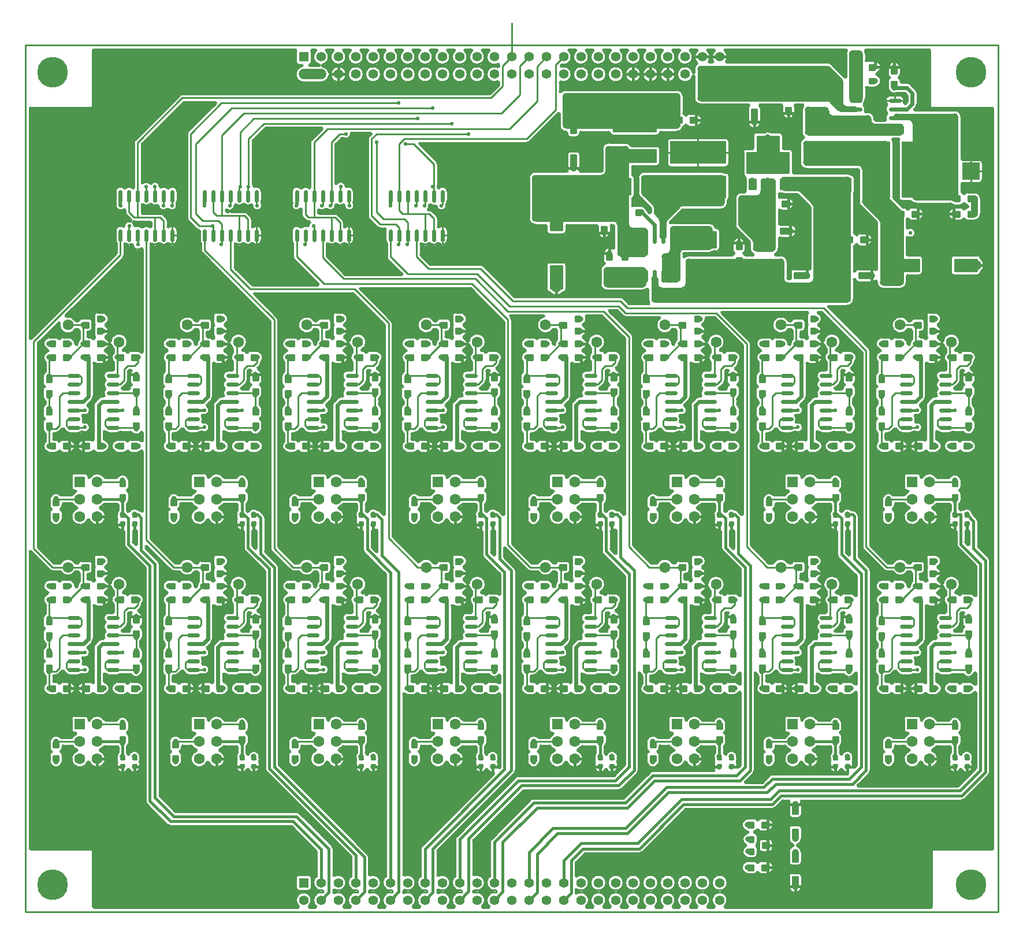
<source format=gbr>
*
*
G04 PADS Layout (Build Number 2005.266.2) generated Gerber (RS-274-X) file*
G04 PC Version=2.1*
*
%IN "module_AtoD2016_1031.pc"*%
*
%MOMM*%
*
%FSLAX35Y35*%
*
*
*
*
G04 PC Standard Apertures*
*
*
G04 Thermal Relief Aperture macro.*
%AMTER*
1,1,$1,0,0*
1,0,$1-$2,0,0*
21,0,$3,$4,0,0,45*
21,0,$3,$4,0,0,135*
%
*
*
G04 Annular Aperture macro.*
%AMANN*
1,1,$1,0,0*
1,0,$2,0,0*
%
*
*
G04 Odd Aperture macro.*
%AMODD*
1,1,$1,0,0*
1,0,$1-0.005,0,0*
%
*
*
G04 PC Custom Aperture Macros*
*
*
*
*
*
*
G04 PC Aperture Table*
*
%ADD033C,1.5*%
%ADD034R,1.4224X1.4224*%
%ADD035C,1.4224*%
%ADD058C,0.254*%
%ADD061C,1*%
%ADD062C,0.8*%
%ADD063C,0.5*%
%ADD067C,0.6*%
%ADD098R,1.6X1.6*%
%ADD101R,2X2*%
%ADD103R,2.5X2.5*%
%ADD104R,3.3X3.3*%
%ADD105C,1.6*%
%ADD106C,0.6096*%
%ADD107C,4.5*%
%ADD108C,0.4*%
%ADD109C,0.25*%
%ADD110C,0.5588*%
%ADD111C,0.381*%
*
*
*
*
G04 PC Custom Flashes*
G04 Layer Name module_AtoD2016_1031.pc - flashes*
%LPD*%
*
*
G04 PC Circuitry*
G04 Layer Name module_AtoD2016_1031.pc - circuitry*
%LPD*%
*
G54D33*
G01X38185000Y22175000D03*
X39335000D03*
X33185000Y21850000D03*
Y23000000D03*
X38185000Y22175000D03*
X39335000D03*
X33185000Y21850000D03*
Y23000000D03*
X29482000Y24973000D02*
X29736000D01*
G54D34*
X29482000Y13127000D03*
Y25227000D03*
G54D35*
Y12873000D03*
X29736000Y13127000D03*
Y12873000D03*
X29990000Y13127000D03*
Y12873000D03*
X30244000Y13127000D03*
Y12873000D03*
X30498000Y13127000D03*
Y12873000D03*
X30752000Y13127000D03*
Y12873000D03*
X31006000Y13127000D03*
Y12873000D03*
X31260000Y13127000D03*
Y12873000D03*
X31514000Y13127000D03*
Y12873000D03*
X31768000Y13127000D03*
Y12873000D03*
X32022000Y13127000D03*
Y12873000D03*
X32276000Y13127000D03*
Y12873000D03*
X32530000Y13127000D03*
Y12873000D03*
X32784000Y13127000D03*
Y12873000D03*
X33038000Y13127000D03*
Y12873000D03*
X33292000Y13127000D03*
Y12873000D03*
X33546000Y13127000D03*
Y12873000D03*
X33800000Y13127000D03*
Y12873000D03*
X34054000Y13127000D03*
Y12873000D03*
X34308000Y13127000D03*
Y12873000D03*
X34562000Y13127000D03*
Y12873000D03*
X34816000Y13127000D03*
Y12873000D03*
X35070000Y13127000D03*
Y12873000D03*
X35324000Y13127000D03*
Y12873000D03*
X35578000Y13127000D03*
Y12873000D03*
X29482000Y24973000D03*
X29736000Y25227000D03*
Y24973000D03*
X29990000Y25227000D03*
Y24973000D03*
X30244000Y25227000D03*
Y24973000D03*
X30498000Y25227000D03*
Y24973000D03*
X30752000Y25227000D03*
Y24973000D03*
X31006000Y25227000D03*
Y24973000D03*
X31260000Y25227000D03*
Y24973000D03*
X31514000Y25227000D03*
Y24973000D03*
X31768000Y25227000D03*
Y24973000D03*
X32022000Y25227000D03*
Y24973000D03*
X32276000Y25227000D03*
Y24973000D03*
X32530000Y25227000D03*
Y24973000D03*
X32784000Y25227000D03*
Y24973000D03*
X33038000Y25227000D03*
Y24973000D03*
X33292000Y25227000D03*
Y24973000D03*
X33546000Y25227000D03*
Y24973000D03*
X33800000Y25227000D03*
Y24973000D03*
X34054000Y25227000D03*
Y24973000D03*
X34308000Y25227000D03*
Y24973000D03*
X34562000Y25227000D03*
Y24973000D03*
X34816000Y25227000D03*
Y24973000D03*
X35070000Y25227000D03*
Y24973000D03*
X35324000Y25227000D03*
Y24973000D03*
X35578000Y25227000D03*
Y24973000D03*
G54D58*
X35997700Y14012300D02*
X36072300D01*
Y13937700*
X35997700*
Y14012300*
Y13937700D02*
X36072300D01*
X35997700Y13963100D02*
X36072300D01*
X35997700Y13988500D02*
X36072300D01*
X36017200Y13937700D02*
Y14012300D01*
X36042600Y13937700D02*
Y14012300D01*
X36068000Y13937700D02*
Y14012300D01*
X36272300D02*
X36197700D01*
Y13937700*
X36272300*
Y14012300*
X36197700Y13937700D02*
X36272300D01*
X36197700Y13963100D02*
X36272300D01*
X36197700Y13988500D02*
X36272300D01*
X36220400Y13937700D02*
Y14012300D01*
X36245800Y13937700D02*
Y14012300D01*
X36271200Y13937700D02*
Y14012300D01*
X25762700Y19562300D02*
X25837300D01*
Y19487700*
X25762700*
Y19562300*
Y19487700D02*
X25837300D01*
X25762700Y19513100D02*
X25837300D01*
X25762700Y19538500D02*
X25837300D01*
X25781000Y19487700D02*
Y19562300D01*
X25806400Y19487700D02*
Y19562300D01*
X25831800Y19487700D02*
Y19562300D01*
X26037300D02*
X25962700D01*
Y19487700*
X26037300*
Y19562300*
X25962700Y19487700D02*
X26037300D01*
X25962700Y19513100D02*
X26037300D01*
X25962700Y19538500D02*
X26037300D01*
X25984200Y19487700D02*
Y19562300D01*
X26009600Y19487700D02*
Y19562300D01*
X26035000Y19487700D02*
Y19562300D01*
X26262700Y20787700D02*
X26337300D01*
Y20862300*
X26262700*
Y20787700*
X26337300*
X26262700Y20813100D02*
X26337300D01*
X26262700Y20838500D02*
X26337300D01*
X26263600Y20787700D02*
Y20862300D01*
X26289000Y20787700D02*
Y20862300D01*
X26314400Y20787700D02*
Y20862300D01*
X26537300Y20787700D02*
X26462700D01*
Y20862300*
X26537300*
Y20787700*
X26462700D02*
X26537300D01*
X26462700Y20813100D02*
X26537300D01*
X26462700Y20838500D02*
X26537300D01*
X26466800Y20787700D02*
Y20862300D01*
X26492200Y20787700D02*
Y20862300D01*
X26517600Y20787700D02*
Y20862300D01*
X26262700Y21062300D02*
X26337300D01*
Y20987700*
X26262700*
Y21062300*
Y20987700D02*
X26337300D01*
X26262700Y21013100D02*
X26337300D01*
X26262700Y21038500D02*
X26337300D01*
X26263600Y20987700D02*
Y21062300D01*
X26289000Y20987700D02*
Y21062300D01*
X26314400Y20987700D02*
Y21062300D01*
X26537300D02*
X26462700D01*
Y20987700*
X26537300*
Y21062300*
X26462700Y20987700D02*
X26537300D01*
X26462700Y21013100D02*
X26537300D01*
X26462700Y21038500D02*
X26537300D01*
X26466800Y20987700D02*
Y21062300D01*
X26492200Y20987700D02*
Y21062300D01*
X26517600Y20987700D02*
Y21062300D01*
X27537300Y16712700D02*
Y16787300D01*
X27462700*
Y16712700*
X27537300*
X27462700D02*
X27537300D01*
X27462700Y16738100D02*
X27537300D01*
X27462700Y16763500D02*
X27537300D01*
X27482800Y16712700D02*
Y16787300D01*
X27508200Y16712700D02*
Y16787300D01*
X27533600Y16712700D02*
Y16787300D01*
X27537300Y16987300D02*
Y16912700D01*
X27462700*
Y16987300*
X27537300*
X27462700Y16912700D02*
X27537300D01*
X27462700Y16938100D02*
X27537300D01*
X27462700Y16963500D02*
X27537300D01*
X27482800Y16912700D02*
Y16987300D01*
X27508200Y16912700D02*
Y16987300D01*
X27533600Y16912700D02*
Y16987300D01*
X27512700Y16012300D02*
X27587300D01*
Y15937700*
X27512700*
Y16012300*
Y15937700D02*
X27587300D01*
X27512700Y15963100D02*
X27587300D01*
X27512700Y15988500D02*
X27587300D01*
X27533600Y15937700D02*
Y16012300D01*
X27559000Y15937700D02*
Y16012300D01*
X27584400Y15937700D02*
Y16012300D01*
X27787300D02*
X27712700D01*
Y15937700*
X27787300*
Y16012300*
X27712700Y15937700D02*
X27787300D01*
X27712700Y15963100D02*
X27787300D01*
X27712700Y15988500D02*
X27787300D01*
X27736800Y15937700D02*
Y16012300D01*
X27762200Y15937700D02*
Y16012300D01*
X28012700Y17512300D02*
X28087300D01*
Y17437700*
X28012700*
Y17512300*
Y17437700D02*
X28087300D01*
X28012700Y17463100D02*
X28087300D01*
X28012700Y17488500D02*
X28087300D01*
X28016200Y17437700D02*
Y17512300D01*
X28041600Y17437700D02*
Y17512300D01*
X28067000Y17437700D02*
Y17512300D01*
X28287300D02*
X28212700D01*
Y17437700*
X28287300*
Y17512300*
X28212700Y17437700D02*
X28287300D01*
X28212700Y17463100D02*
X28287300D01*
X28212700Y17488500D02*
X28287300D01*
X28219400Y17437700D02*
Y17512300D01*
X28244800Y17437700D02*
Y17512300D01*
X28270200Y17437700D02*
Y17512300D01*
X28012700Y15937700D02*
X28087300D01*
Y16012300*
X28012700*
Y15937700*
X28087300*
X28012700Y15963100D02*
X28087300D01*
X28012700Y15988500D02*
X28087300D01*
X28016200Y15937700D02*
Y16012300D01*
X28041600Y15937700D02*
Y16012300D01*
X28067000Y15937700D02*
Y16012300D01*
X28287300Y15937700D02*
X28212700D01*
Y16012300*
X28287300*
Y15937700*
X28212700D02*
X28287300D01*
X28212700Y15963100D02*
X28287300D01*
X28212700Y15988500D02*
X28287300D01*
X28219400Y15937700D02*
Y16012300D01*
X28244800Y15937700D02*
Y16012300D01*
X28270200Y15937700D02*
Y16012300D01*
X28012700Y17237700D02*
X28087300D01*
Y17312300*
X28012700*
Y17237700*
X28087300*
X28012700Y17263100D02*
X28087300D01*
X28012700Y17288500D02*
X28087300D01*
X28016200Y17237700D02*
Y17312300D01*
X28041600Y17237700D02*
Y17312300D01*
X28067000Y17237700D02*
Y17312300D01*
X28287300Y17237700D02*
X28212700D01*
Y17312300*
X28287300*
Y17237700*
X28212700D02*
X28287300D01*
X28212700Y17263100D02*
X28287300D01*
X28212700Y17288500D02*
X28287300D01*
X28219400Y17237700D02*
Y17312300D01*
X28244800Y17237700D02*
Y17312300D01*
X28270200Y17237700D02*
Y17312300D01*
X27537300Y20262700D02*
Y20337300D01*
X27462700*
Y20262700*
X27537300*
X27462700D02*
X27537300D01*
X27462700Y20288100D02*
X27537300D01*
X27462700Y20313500D02*
X27537300D01*
X27482800Y20262700D02*
Y20337300D01*
X27508200Y20262700D02*
Y20337300D01*
X27533600Y20262700D02*
Y20337300D01*
X27537300Y20537300D02*
Y20462700D01*
X27462700*
Y20537300*
X27537300*
X27462700Y20462700D02*
X27537300D01*
X27462700Y20488100D02*
X27537300D01*
X27462700Y20513500D02*
X27537300D01*
X27482800Y20462700D02*
Y20537300D01*
X27508200Y20462700D02*
Y20537300D01*
X27533600Y20462700D02*
Y20537300D01*
X28012700Y19487700D02*
X28087300D01*
Y19562300*
X28012700*
Y19487700*
X28087300*
X28012700Y19513100D02*
X28087300D01*
X28012700Y19538500D02*
X28087300D01*
X28016200Y19487700D02*
Y19562300D01*
X28041600Y19487700D02*
Y19562300D01*
X28067000Y19487700D02*
Y19562300D01*
X28287300Y19487700D02*
X28212700D01*
Y19562300*
X28287300*
Y19487700*
X28212700D02*
X28287300D01*
X28212700Y19513100D02*
X28287300D01*
X28212700Y19538500D02*
X28287300D01*
X28219400Y19487700D02*
Y19562300D01*
X28244800Y19487700D02*
Y19562300D01*
X28270200Y19487700D02*
Y19562300D01*
X35997700Y13387300D02*
X36072300D01*
Y13312700*
X35997700*
Y13387300*
Y13312700D02*
X36072300D01*
X35997700Y13338100D02*
X36072300D01*
X35997700Y13363500D02*
X36072300D01*
X36017200Y13312700D02*
Y13387300D01*
X36042600Y13312700D02*
Y13387300D01*
X36068000Y13312700D02*
Y13387300D01*
X36272300D02*
X36197700D01*
Y13312700*
X36272300*
Y13387300*
X36197700Y13312700D02*
X36272300D01*
X36197700Y13338100D02*
X36272300D01*
X36197700Y13363500D02*
X36272300D01*
X36220400Y13312700D02*
Y13387300D01*
X36245800Y13312700D02*
Y13387300D01*
X36271200Y13312700D02*
Y13387300D01*
X28012700Y20787700D02*
X28087300D01*
Y20862300*
X28012700*
Y20787700*
X28087300*
X28012700Y20813100D02*
X28087300D01*
X28012700Y20838500D02*
X28087300D01*
X28016200Y20787700D02*
Y20862300D01*
X28041600Y20787700D02*
Y20862300D01*
X28067000Y20787700D02*
Y20862300D01*
X28287300Y20787700D02*
X28212700D01*
Y20862300*
X28287300*
Y20787700*
X28212700D02*
X28287300D01*
X28212700Y20813100D02*
X28287300D01*
X28212700Y20838500D02*
X28287300D01*
X28219400Y20787700D02*
Y20862300D01*
X28244800Y20787700D02*
Y20862300D01*
X28270200Y20787700D02*
Y20862300D01*
X27512700Y19562300D02*
X27587300D01*
Y19487700*
X27512700*
Y19562300*
Y19487700D02*
X27587300D01*
X27512700Y19513100D02*
X27587300D01*
X27512700Y19538500D02*
X27587300D01*
X27533600Y19487700D02*
Y19562300D01*
X27559000Y19487700D02*
Y19562300D01*
X27584400Y19487700D02*
Y19562300D01*
X27787300D02*
X27712700D01*
Y19487700*
X27787300*
Y19562300*
X27712700Y19487700D02*
X27787300D01*
X27712700Y19513100D02*
X27787300D01*
X27712700Y19538500D02*
X27787300D01*
X27736800Y19487700D02*
Y19562300D01*
X27762200Y19487700D02*
Y19562300D01*
X28012700Y21062300D02*
X28087300D01*
Y20987700*
X28012700*
Y21062300*
Y20987700D02*
X28087300D01*
X28012700Y21013100D02*
X28087300D01*
X28012700Y21038500D02*
X28087300D01*
X28016200Y20987700D02*
Y21062300D01*
X28041600Y20987700D02*
Y21062300D01*
X28067000Y20987700D02*
Y21062300D01*
X28287300D02*
X28212700D01*
Y20987700*
X28287300*
Y21062300*
X28212700Y20987700D02*
X28287300D01*
X28212700Y21013100D02*
X28287300D01*
X28212700Y21038500D02*
X28287300D01*
X28219400Y20987700D02*
Y21062300D01*
X28244800Y20987700D02*
Y21062300D01*
X28270200Y20987700D02*
Y21062300D01*
X29287300Y16712700D02*
Y16787300D01*
X29212700*
Y16712700*
X29287300*
X29212700D02*
X29287300D01*
X29212700Y16738100D02*
X29287300D01*
X29212700Y16763500D02*
X29287300D01*
X29235400Y16712700D02*
Y16787300D01*
X29260800Y16712700D02*
Y16787300D01*
X29286200Y16712700D02*
Y16787300D01*
X29287300Y16987300D02*
Y16912700D01*
X29212700*
Y16987300*
X29287300*
X29212700Y16912700D02*
X29287300D01*
X29212700Y16938100D02*
X29287300D01*
X29212700Y16963500D02*
X29287300D01*
X29235400Y16912700D02*
Y16987300D01*
X29260800Y16912700D02*
Y16987300D01*
X29286200Y16912700D02*
Y16987300D01*
X29762700Y15937700D02*
X29837300D01*
Y16012300*
X29762700*
Y15937700*
X29837300*
X29762700Y15963100D02*
X29837300D01*
X29762700Y15988500D02*
X29837300D01*
X29768800Y15937700D02*
Y16012300D01*
X29794200Y15937700D02*
Y16012300D01*
X29819600Y15937700D02*
Y16012300D01*
X30037300Y15937700D02*
X29962700D01*
Y16012300*
X30037300*
Y15937700*
X29962700D02*
X30037300D01*
X29962700Y15963100D02*
X30037300D01*
X29962700Y15988500D02*
X30037300D01*
X29972000Y15937700D02*
Y16012300D01*
X29997400Y15937700D02*
Y16012300D01*
X30022800Y15937700D02*
Y16012300D01*
X29762700Y17237700D02*
X29837300D01*
Y17312300*
X29762700*
Y17237700*
X29837300*
X29762700Y17263100D02*
X29837300D01*
X29762700Y17288500D02*
X29837300D01*
X29768800Y17237700D02*
Y17312300D01*
X29794200Y17237700D02*
Y17312300D01*
X29819600Y17237700D02*
Y17312300D01*
X30037300Y17237700D02*
X29962700D01*
Y17312300*
X30037300*
Y17237700*
X29962700D02*
X30037300D01*
X29962700Y17263100D02*
X30037300D01*
X29962700Y17288500D02*
X30037300D01*
X29972000Y17237700D02*
Y17312300D01*
X29997400Y17237700D02*
Y17312300D01*
X30022800Y17237700D02*
Y17312300D01*
X29262700Y16012300D02*
X29337300D01*
Y15937700*
X29262700*
Y16012300*
Y15937700D02*
X29337300D01*
X29262700Y15963100D02*
X29337300D01*
X29262700Y15988500D02*
X29337300D01*
X29286200Y15937700D02*
Y16012300D01*
X29311600Y15937700D02*
Y16012300D01*
X29337000Y15937700D02*
Y16012300D01*
X29537300D02*
X29462700D01*
Y15937700*
X29537300*
Y16012300*
X29462700Y15937700D02*
X29537300D01*
X29462700Y15963100D02*
X29537300D01*
X29462700Y15988500D02*
X29537300D01*
X29464000Y15937700D02*
Y16012300D01*
X29489400Y15937700D02*
Y16012300D01*
X29514800Y15937700D02*
Y16012300D01*
X29762700Y17512300D02*
X29837300D01*
Y17437700*
X29762700*
Y17512300*
Y17437700D02*
X29837300D01*
X29762700Y17463100D02*
X29837300D01*
X29762700Y17488500D02*
X29837300D01*
X29768800Y17437700D02*
Y17512300D01*
X29794200Y17437700D02*
Y17512300D01*
X29819600Y17437700D02*
Y17512300D01*
X30037300D02*
X29962700D01*
Y17437700*
X30037300*
Y17512300*
X29962700Y17437700D02*
X30037300D01*
X29962700Y17463100D02*
X30037300D01*
X29962700Y17488500D02*
X30037300D01*
X29972000Y17437700D02*
Y17512300D01*
X29997400Y17437700D02*
Y17512300D01*
X30022800Y17437700D02*
Y17512300D01*
X29287300Y20262700D02*
Y20337300D01*
X29212700*
Y20262700*
X29287300*
X29212700D02*
X29287300D01*
X29212700Y20288100D02*
X29287300D01*
X29212700Y20313500D02*
X29287300D01*
X29235400Y20262700D02*
Y20337300D01*
X29260800Y20262700D02*
Y20337300D01*
X29286200Y20262700D02*
Y20337300D01*
X29287300Y20537300D02*
Y20462700D01*
X29212700*
Y20537300*
X29287300*
X29212700Y20462700D02*
X29287300D01*
X29212700Y20488100D02*
X29287300D01*
X29212700Y20513500D02*
X29287300D01*
X29235400Y20462700D02*
Y20537300D01*
X29260800Y20462700D02*
Y20537300D01*
X29286200Y20462700D02*
Y20537300D01*
X29762700Y19487700D02*
X29837300D01*
Y19562300*
X29762700*
Y19487700*
X29837300*
X29762700Y19513100D02*
X29837300D01*
X29762700Y19538500D02*
X29837300D01*
X29768800Y19487700D02*
Y19562300D01*
X29794200Y19487700D02*
Y19562300D01*
X29819600Y19487700D02*
Y19562300D01*
X30037300Y19487700D02*
X29962700D01*
Y19562300*
X30037300*
Y19487700*
X29962700D02*
X30037300D01*
X29962700Y19513100D02*
X30037300D01*
X29962700Y19538500D02*
X30037300D01*
X29972000Y19487700D02*
Y19562300D01*
X29997400Y19487700D02*
Y19562300D01*
X30022800Y19487700D02*
Y19562300D01*
X25787300Y16712700D02*
Y16787300D01*
X25712700*
Y16712700*
X25787300*
X25712700D02*
X25787300D01*
X25712700Y16738100D02*
X25787300D01*
X25712700Y16763500D02*
X25787300D01*
X25730200Y16712700D02*
Y16787300D01*
X25755600Y16712700D02*
Y16787300D01*
X25781000Y16712700D02*
Y16787300D01*
X25787300Y16987300D02*
Y16912700D01*
X25712700*
Y16987300*
X25787300*
X25712700Y16912700D02*
X25787300D01*
X25712700Y16938100D02*
X25787300D01*
X25712700Y16963500D02*
X25787300D01*
X25730200Y16912700D02*
Y16987300D01*
X25755600Y16912700D02*
Y16987300D01*
X25781000Y16912700D02*
Y16987300D01*
X29762700Y20787700D02*
X29837300D01*
Y20862300*
X29762700*
Y20787700*
X29837300*
X29762700Y20813100D02*
X29837300D01*
X29762700Y20838500D02*
X29837300D01*
X29768800Y20787700D02*
Y20862300D01*
X29794200Y20787700D02*
Y20862300D01*
X29819600Y20787700D02*
Y20862300D01*
X30037300Y20787700D02*
X29962700D01*
Y20862300*
X30037300*
Y20787700*
X29962700D02*
X30037300D01*
X29962700Y20813100D02*
X30037300D01*
X29962700Y20838500D02*
X30037300D01*
X29972000Y20787700D02*
Y20862300D01*
X29997400Y20787700D02*
Y20862300D01*
X30022800Y20787700D02*
Y20862300D01*
X29262700Y19562300D02*
X29337300D01*
Y19487700*
X29262700*
Y19562300*
Y19487700D02*
X29337300D01*
X29262700Y19513100D02*
X29337300D01*
X29262700Y19538500D02*
X29337300D01*
X29286200Y19487700D02*
Y19562300D01*
X29311600Y19487700D02*
Y19562300D01*
X29337000Y19487700D02*
Y19562300D01*
X29537300D02*
X29462700D01*
Y19487700*
X29537300*
Y19562300*
X29462700Y19487700D02*
X29537300D01*
X29462700Y19513100D02*
X29537300D01*
X29462700Y19538500D02*
X29537300D01*
X29464000Y19487700D02*
Y19562300D01*
X29489400Y19487700D02*
Y19562300D01*
X29514800Y19487700D02*
Y19562300D01*
X29762700Y21062300D02*
X29837300D01*
Y20987700*
X29762700*
Y21062300*
Y20987700D02*
X29837300D01*
X29762700Y21013100D02*
X29837300D01*
X29762700Y21038500D02*
X29837300D01*
X29768800Y20987700D02*
Y21062300D01*
X29794200Y20987700D02*
Y21062300D01*
X29819600Y20987700D02*
Y21062300D01*
X30037300D02*
X29962700D01*
Y20987700*
X30037300*
Y21062300*
X29962700Y20987700D02*
X30037300D01*
X29962700Y21013100D02*
X30037300D01*
X29962700Y21038500D02*
X30037300D01*
X29972000Y20987700D02*
Y21062300D01*
X29997400Y20987700D02*
Y21062300D01*
X30022800Y20987700D02*
Y21062300D01*
X31037300Y16712700D02*
Y16787300D01*
X30962700*
Y16712700*
X31037300*
X30962700D02*
X31037300D01*
X30962700Y16738100D02*
X31037300D01*
X30962700Y16763500D02*
X31037300D01*
X30988000Y16712700D02*
Y16787300D01*
X31013400Y16712700D02*
Y16787300D01*
X31037300Y16987300D02*
Y16912700D01*
X30962700*
Y16987300*
X31037300*
X30962700Y16912700D02*
X31037300D01*
X30962700Y16938100D02*
X31037300D01*
X30962700Y16963500D02*
X31037300D01*
X30988000Y16912700D02*
Y16987300D01*
X31013400Y16912700D02*
Y16987300D01*
X31512700Y15937700D02*
X31587300D01*
Y16012300*
X31512700*
Y15937700*
X31587300*
X31512700Y15963100D02*
X31587300D01*
X31512700Y15988500D02*
X31587300D01*
X31521400Y15937700D02*
Y16012300D01*
X31546800Y15937700D02*
Y16012300D01*
X31572200Y15937700D02*
Y16012300D01*
X31787300Y15937700D02*
X31712700D01*
Y16012300*
X31787300*
Y15937700*
X31712700D02*
X31787300D01*
X31712700Y15963100D02*
X31787300D01*
X31712700Y15988500D02*
X31787300D01*
X31724600Y15937700D02*
Y16012300D01*
X31750000Y15937700D02*
Y16012300D01*
X31775400Y15937700D02*
Y16012300D01*
X31512700Y17237700D02*
X31587300D01*
Y17312300*
X31512700*
Y17237700*
X31587300*
X31512700Y17263100D02*
X31587300D01*
X31512700Y17288500D02*
X31587300D01*
X31521400Y17237700D02*
Y17312300D01*
X31546800Y17237700D02*
Y17312300D01*
X31572200Y17237700D02*
Y17312300D01*
X31787300Y17237700D02*
X31712700D01*
Y17312300*
X31787300*
Y17237700*
X31712700D02*
X31787300D01*
X31712700Y17263100D02*
X31787300D01*
X31712700Y17288500D02*
X31787300D01*
X31724600Y17237700D02*
Y17312300D01*
X31750000Y17237700D02*
Y17312300D01*
X31775400Y17237700D02*
Y17312300D01*
X31012700Y16012300D02*
X31087300D01*
Y15937700*
X31012700*
Y16012300*
Y15937700D02*
X31087300D01*
X31012700Y15963100D02*
X31087300D01*
X31012700Y15988500D02*
X31087300D01*
X31013400Y15937700D02*
Y16012300D01*
X31038800Y15937700D02*
Y16012300D01*
X31064200Y15937700D02*
Y16012300D01*
X31287300D02*
X31212700D01*
Y15937700*
X31287300*
Y16012300*
X31212700Y15937700D02*
X31287300D01*
X31212700Y15963100D02*
X31287300D01*
X31212700Y15988500D02*
X31287300D01*
X31216600Y15937700D02*
Y16012300D01*
X31242000Y15937700D02*
Y16012300D01*
X31267400Y15937700D02*
Y16012300D01*
X31512700Y17512300D02*
X31587300D01*
Y17437700*
X31512700*
Y17512300*
Y17437700D02*
X31587300D01*
X31512700Y17463100D02*
X31587300D01*
X31512700Y17488500D02*
X31587300D01*
X31521400Y17437700D02*
Y17512300D01*
X31546800Y17437700D02*
Y17512300D01*
X31572200Y17437700D02*
Y17512300D01*
X31787300D02*
X31712700D01*
Y17437700*
X31787300*
Y17512300*
X31712700Y17437700D02*
X31787300D01*
X31712700Y17463100D02*
X31787300D01*
X31712700Y17488500D02*
X31787300D01*
X31724600Y17437700D02*
Y17512300D01*
X31750000Y17437700D02*
Y17512300D01*
X31775400Y17437700D02*
Y17512300D01*
X31037300Y20262700D02*
Y20337300D01*
X30962700*
Y20262700*
X31037300*
X30962700D02*
X31037300D01*
X30962700Y20288100D02*
X31037300D01*
X30962700Y20313500D02*
X31037300D01*
X30988000Y20262700D02*
Y20337300D01*
X31013400Y20262700D02*
Y20337300D01*
X31037300Y20537300D02*
Y20462700D01*
X30962700*
Y20537300*
X31037300*
X30962700Y20462700D02*
X31037300D01*
X30962700Y20488100D02*
X31037300D01*
X30962700Y20513500D02*
X31037300D01*
X30988000Y20462700D02*
Y20537300D01*
X31013400Y20462700D02*
Y20537300D01*
X31512700Y19487700D02*
X31587300D01*
Y19562300*
X31512700*
Y19487700*
X31587300*
X31512700Y19513100D02*
X31587300D01*
X31512700Y19538500D02*
X31587300D01*
X31521400Y19487700D02*
Y19562300D01*
X31546800Y19487700D02*
Y19562300D01*
X31572200Y19487700D02*
Y19562300D01*
X31787300Y19487700D02*
X31712700D01*
Y19562300*
X31787300*
Y19487700*
X31712700D02*
X31787300D01*
X31712700Y19513100D02*
X31787300D01*
X31712700Y19538500D02*
X31787300D01*
X31724600Y19487700D02*
Y19562300D01*
X31750000Y19487700D02*
Y19562300D01*
X31775400Y19487700D02*
Y19562300D01*
X26262700Y17237700D02*
X26337300D01*
Y17312300*
X26262700*
Y17237700*
X26337300*
X26262700Y17263100D02*
X26337300D01*
X26262700Y17288500D02*
X26337300D01*
X26263600Y17237700D02*
Y17312300D01*
X26289000Y17237700D02*
Y17312300D01*
X26314400Y17237700D02*
Y17312300D01*
X26537300Y17237700D02*
X26462700D01*
Y17312300*
X26537300*
Y17237700*
X26462700D02*
X26537300D01*
X26462700Y17263100D02*
X26537300D01*
X26462700Y17288500D02*
X26537300D01*
X26466800Y17237700D02*
Y17312300D01*
X26492200Y17237700D02*
Y17312300D01*
X26517600Y17237700D02*
Y17312300D01*
X31512700Y20787700D02*
X31587300D01*
Y20862300*
X31512700*
Y20787700*
X31587300*
X31512700Y20813100D02*
X31587300D01*
X31512700Y20838500D02*
X31587300D01*
X31521400Y20787700D02*
Y20862300D01*
X31546800Y20787700D02*
Y20862300D01*
X31572200Y20787700D02*
Y20862300D01*
X31787300Y20787700D02*
X31712700D01*
Y20862300*
X31787300*
Y20787700*
X31712700D02*
X31787300D01*
X31712700Y20813100D02*
X31787300D01*
X31712700Y20838500D02*
X31787300D01*
X31724600Y20787700D02*
Y20862300D01*
X31750000Y20787700D02*
Y20862300D01*
X31775400Y20787700D02*
Y20862300D01*
X31012700Y19562300D02*
X31087300D01*
Y19487700*
X31012700*
Y19562300*
Y19487700D02*
X31087300D01*
X31012700Y19513100D02*
X31087300D01*
X31012700Y19538500D02*
X31087300D01*
X31013400Y19487700D02*
Y19562300D01*
X31038800Y19487700D02*
Y19562300D01*
X31064200Y19487700D02*
Y19562300D01*
X31287300D02*
X31212700D01*
Y19487700*
X31287300*
Y19562300*
X31212700Y19487700D02*
X31287300D01*
X31212700Y19513100D02*
X31287300D01*
X31212700Y19538500D02*
X31287300D01*
X31216600Y19487700D02*
Y19562300D01*
X31242000Y19487700D02*
Y19562300D01*
X31267400Y19487700D02*
Y19562300D01*
X31512700Y21062300D02*
X31587300D01*
Y20987700*
X31512700*
Y21062300*
Y20987700D02*
X31587300D01*
X31512700Y21013100D02*
X31587300D01*
X31512700Y21038500D02*
X31587300D01*
X31521400Y20987700D02*
Y21062300D01*
X31546800Y20987700D02*
Y21062300D01*
X31572200Y20987700D02*
Y21062300D01*
X31787300D02*
X31712700D01*
Y20987700*
X31787300*
Y21062300*
X31712700Y20987700D02*
X31787300D01*
X31712700Y21013100D02*
X31787300D01*
X31712700Y21038500D02*
X31787300D01*
X31724600Y20987700D02*
Y21062300D01*
X31750000Y20987700D02*
Y21062300D01*
X31775400Y20987700D02*
Y21062300D01*
X32787300Y16712700D02*
Y16787300D01*
X32712700*
Y16712700*
X32787300*
X32712700D02*
X32787300D01*
X32712700Y16738100D02*
X32787300D01*
X32712700Y16763500D02*
X32787300D01*
X32715200Y16712700D02*
Y16787300D01*
X32740600Y16712700D02*
Y16787300D01*
X32766000Y16712700D02*
Y16787300D01*
X32787300Y16987300D02*
Y16912700D01*
X32712700*
Y16987300*
X32787300*
X32712700Y16912700D02*
X32787300D01*
X32712700Y16938100D02*
X32787300D01*
X32712700Y16963500D02*
X32787300D01*
X32715200Y16912700D02*
Y16987300D01*
X32740600Y16912700D02*
Y16987300D01*
X32766000Y16912700D02*
Y16987300D01*
X33262700Y15937700D02*
X33337300D01*
Y16012300*
X33262700*
Y15937700*
X33337300*
X33262700Y15963100D02*
X33337300D01*
X33262700Y15988500D02*
X33337300D01*
X33274000Y15937700D02*
Y16012300D01*
X33299400Y15937700D02*
Y16012300D01*
X33324800Y15937700D02*
Y16012300D01*
X33537300Y15937700D02*
X33462700D01*
Y16012300*
X33537300*
Y15937700*
X33462700D02*
X33537300D01*
X33462700Y15963100D02*
X33537300D01*
X33462700Y15988500D02*
X33537300D01*
X33477200Y15937700D02*
Y16012300D01*
X33502600Y15937700D02*
Y16012300D01*
X33528000Y15937700D02*
Y16012300D01*
X33262700Y17237700D02*
X33337300D01*
Y17312300*
X33262700*
Y17237700*
X33337300*
X33262700Y17263100D02*
X33337300D01*
X33262700Y17288500D02*
X33337300D01*
X33274000Y17237700D02*
Y17312300D01*
X33299400Y17237700D02*
Y17312300D01*
X33324800Y17237700D02*
Y17312300D01*
X33537300Y17237700D02*
X33462700D01*
Y17312300*
X33537300*
Y17237700*
X33462700D02*
X33537300D01*
X33462700Y17263100D02*
X33537300D01*
X33462700Y17288500D02*
X33537300D01*
X33477200Y17237700D02*
Y17312300D01*
X33502600Y17237700D02*
Y17312300D01*
X33528000Y17237700D02*
Y17312300D01*
X32762700Y16012300D02*
X32837300D01*
Y15937700*
X32762700*
Y16012300*
Y15937700D02*
X32837300D01*
X32762700Y15963100D02*
X32837300D01*
X32762700Y15988500D02*
X32837300D01*
X32766000Y15937700D02*
Y16012300D01*
X32791400Y15937700D02*
Y16012300D01*
X32816800Y15937700D02*
Y16012300D01*
X33037300D02*
X32962700D01*
Y15937700*
X33037300*
Y16012300*
X32962700Y15937700D02*
X33037300D01*
X32962700Y15963100D02*
X33037300D01*
X32962700Y15988500D02*
X33037300D01*
X32969200Y15937700D02*
Y16012300D01*
X32994600Y15937700D02*
Y16012300D01*
X33020000Y15937700D02*
Y16012300D01*
X33262700Y17512300D02*
X33337300D01*
Y17437700*
X33262700*
Y17512300*
Y17437700D02*
X33337300D01*
X33262700Y17463100D02*
X33337300D01*
X33262700Y17488500D02*
X33337300D01*
X33274000Y17437700D02*
Y17512300D01*
X33299400Y17437700D02*
Y17512300D01*
X33324800Y17437700D02*
Y17512300D01*
X33537300D02*
X33462700D01*
Y17437700*
X33537300*
Y17512300*
X33462700Y17437700D02*
X33537300D01*
X33462700Y17463100D02*
X33537300D01*
X33462700Y17488500D02*
X33537300D01*
X33477200Y17437700D02*
Y17512300D01*
X33502600Y17437700D02*
Y17512300D01*
X33528000Y17437700D02*
Y17512300D01*
X32787300Y20262700D02*
Y20337300D01*
X32712700*
Y20262700*
X32787300*
X32712700D02*
X32787300D01*
X32712700Y20288100D02*
X32787300D01*
X32712700Y20313500D02*
X32787300D01*
X32715200Y20262700D02*
Y20337300D01*
X32740600Y20262700D02*
Y20337300D01*
X32766000Y20262700D02*
Y20337300D01*
X32787300Y20537300D02*
Y20462700D01*
X32712700*
Y20537300*
X32787300*
X32712700Y20462700D02*
X32787300D01*
X32712700Y20488100D02*
X32787300D01*
X32712700Y20513500D02*
X32787300D01*
X32715200Y20462700D02*
Y20537300D01*
X32740600Y20462700D02*
Y20537300D01*
X32766000Y20462700D02*
Y20537300D01*
X33262700Y20787700D02*
X33337300D01*
Y20862300*
X33262700*
Y20787700*
X33337300*
X33262700Y20813100D02*
X33337300D01*
X33262700Y20838500D02*
X33337300D01*
X33274000Y20787700D02*
Y20862300D01*
X33299400Y20787700D02*
Y20862300D01*
X33324800Y20787700D02*
Y20862300D01*
X33537300Y20787700D02*
X33462700D01*
Y20862300*
X33537300*
Y20787700*
X33462700D02*
X33537300D01*
X33462700Y20813100D02*
X33537300D01*
X33462700Y20838500D02*
X33537300D01*
X33477200Y20787700D02*
Y20862300D01*
X33502600Y20787700D02*
Y20862300D01*
X33528000Y20787700D02*
Y20862300D01*
X26262700Y15937700D02*
X26337300D01*
Y16012300*
X26262700*
Y15937700*
X26337300*
X26262700Y15963100D02*
X26337300D01*
X26262700Y15988500D02*
X26337300D01*
X26263600Y15937700D02*
Y16012300D01*
X26289000Y15937700D02*
Y16012300D01*
X26314400Y15937700D02*
Y16012300D01*
X26537300Y15937700D02*
X26462700D01*
Y16012300*
X26537300*
Y15937700*
X26462700D02*
X26537300D01*
X26462700Y15963100D02*
X26537300D01*
X26462700Y15988500D02*
X26537300D01*
X26466800Y15937700D02*
Y16012300D01*
X26492200Y15937700D02*
Y16012300D01*
X26517600Y15937700D02*
Y16012300D01*
X33262700Y19487700D02*
X33337300D01*
Y19562300*
X33262700*
Y19487700*
X33337300*
X33262700Y19513100D02*
X33337300D01*
X33262700Y19538500D02*
X33337300D01*
X33274000Y19487700D02*
Y19562300D01*
X33299400Y19487700D02*
Y19562300D01*
X33324800Y19487700D02*
Y19562300D01*
X33537300Y19487700D02*
X33462700D01*
Y19562300*
X33537300*
Y19487700*
X33462700D02*
X33537300D01*
X33462700Y19513100D02*
X33537300D01*
X33462700Y19538500D02*
X33537300D01*
X33477200Y19487700D02*
Y19562300D01*
X33502600Y19487700D02*
Y19562300D01*
X33528000Y19487700D02*
Y19562300D01*
X32762700D02*
X32837300D01*
Y19487700*
X32762700*
Y19562300*
Y19487700D02*
X32837300D01*
X32762700Y19513100D02*
X32837300D01*
X32762700Y19538500D02*
X32837300D01*
X32766000Y19487700D02*
Y19562300D01*
X32791400Y19487700D02*
Y19562300D01*
X32816800Y19487700D02*
Y19562300D01*
X33037300D02*
X32962700D01*
Y19487700*
X33037300*
Y19562300*
X32962700Y19487700D02*
X33037300D01*
X32962700Y19513100D02*
X33037300D01*
X32962700Y19538500D02*
X33037300D01*
X32969200Y19487700D02*
Y19562300D01*
X32994600Y19487700D02*
Y19562300D01*
X33020000Y19487700D02*
Y19562300D01*
X33262700Y21062300D02*
X33337300D01*
Y20987700*
X33262700*
Y21062300*
Y20987700D02*
X33337300D01*
X33262700Y21013100D02*
X33337300D01*
X33262700Y21038500D02*
X33337300D01*
X33274000Y20987700D02*
Y21062300D01*
X33299400Y20987700D02*
Y21062300D01*
X33324800Y20987700D02*
Y21062300D01*
X33537300D02*
X33462700D01*
Y20987700*
X33537300*
Y21062300*
X33462700Y20987700D02*
X33537300D01*
X33462700Y21013100D02*
X33537300D01*
X33462700Y21038500D02*
X33537300D01*
X33477200Y20987700D02*
Y21062300D01*
X33502600Y20987700D02*
Y21062300D01*
X33528000Y20987700D02*
Y21062300D01*
X34537300Y16712700D02*
Y16787300D01*
X34462700*
Y16712700*
X34537300*
X34462700D02*
X34537300D01*
X34462700Y16738100D02*
X34537300D01*
X34462700Y16763500D02*
X34537300D01*
X34467800Y16712700D02*
Y16787300D01*
X34493200Y16712700D02*
Y16787300D01*
X34518600Y16712700D02*
Y16787300D01*
X34537300Y16987300D02*
Y16912700D01*
X34462700*
Y16987300*
X34537300*
X34462700Y16912700D02*
X34537300D01*
X34462700Y16938100D02*
X34537300D01*
X34462700Y16963500D02*
X34537300D01*
X34467800Y16912700D02*
Y16987300D01*
X34493200Y16912700D02*
Y16987300D01*
X34518600Y16912700D02*
Y16987300D01*
X35012700Y15937700D02*
X35087300D01*
Y16012300*
X35012700*
Y15937700*
X35087300*
X35012700Y15963100D02*
X35087300D01*
X35012700Y15988500D02*
X35087300D01*
X35026600Y15937700D02*
Y16012300D01*
X35052000Y15937700D02*
Y16012300D01*
X35077400Y15937700D02*
Y16012300D01*
X35287300Y15937700D02*
X35212700D01*
Y16012300*
X35287300*
Y15937700*
X35212700D02*
X35287300D01*
X35212700Y15963100D02*
X35287300D01*
X35212700Y15988500D02*
X35287300D01*
X35229800Y15937700D02*
Y16012300D01*
X35255200Y15937700D02*
Y16012300D01*
X35280600Y15937700D02*
Y16012300D01*
X35012700Y17237700D02*
X35087300D01*
Y17312300*
X35012700*
Y17237700*
X35087300*
X35012700Y17263100D02*
X35087300D01*
X35012700Y17288500D02*
X35087300D01*
X35026600Y17237700D02*
Y17312300D01*
X35052000Y17237700D02*
Y17312300D01*
X35077400Y17237700D02*
Y17312300D01*
X35287300Y17237700D02*
X35212700D01*
Y17312300*
X35287300*
Y17237700*
X35212700D02*
X35287300D01*
X35212700Y17263100D02*
X35287300D01*
X35212700Y17288500D02*
X35287300D01*
X35229800Y17237700D02*
Y17312300D01*
X35255200Y17237700D02*
Y17312300D01*
X35280600Y17237700D02*
Y17312300D01*
X34512700Y16012300D02*
X34587300D01*
Y15937700*
X34512700*
Y16012300*
Y15937700D02*
X34587300D01*
X34512700Y15963100D02*
X34587300D01*
X34512700Y15988500D02*
X34587300D01*
X34518600Y15937700D02*
Y16012300D01*
X34544000Y15937700D02*
Y16012300D01*
X34569400Y15937700D02*
Y16012300D01*
X34787300D02*
X34712700D01*
Y15937700*
X34787300*
Y16012300*
X34712700Y15937700D02*
X34787300D01*
X34712700Y15963100D02*
X34787300D01*
X34712700Y15988500D02*
X34787300D01*
X34721800Y15937700D02*
Y16012300D01*
X34747200Y15937700D02*
Y16012300D01*
X34772600Y15937700D02*
Y16012300D01*
X35012700Y17512300D02*
X35087300D01*
Y17437700*
X35012700*
Y17512300*
Y17437700D02*
X35087300D01*
X35012700Y17463100D02*
X35087300D01*
X35012700Y17488500D02*
X35087300D01*
X35026600Y17437700D02*
Y17512300D01*
X35052000Y17437700D02*
Y17512300D01*
X35077400Y17437700D02*
Y17512300D01*
X35287300D02*
X35212700D01*
Y17437700*
X35287300*
Y17512300*
X35212700Y17437700D02*
X35287300D01*
X35212700Y17463100D02*
X35287300D01*
X35212700Y17488500D02*
X35287300D01*
X35229800Y17437700D02*
Y17512300D01*
X35255200Y17437700D02*
Y17512300D01*
X35280600Y17437700D02*
Y17512300D01*
X34537300Y20262700D02*
Y20337300D01*
X34462700*
Y20262700*
X34537300*
X34462700D02*
X34537300D01*
X34462700Y20288100D02*
X34537300D01*
X34462700Y20313500D02*
X34537300D01*
X34467800Y20262700D02*
Y20337300D01*
X34493200Y20262700D02*
Y20337300D01*
X34518600Y20262700D02*
Y20337300D01*
X34537300Y20537300D02*
Y20462700D01*
X34462700*
Y20537300*
X34537300*
X34462700Y20462700D02*
X34537300D01*
X34462700Y20488100D02*
X34537300D01*
X34462700Y20513500D02*
X34537300D01*
X34467800Y20462700D02*
Y20537300D01*
X34493200Y20462700D02*
Y20537300D01*
X34518600Y20462700D02*
Y20537300D01*
X35012700Y19487700D02*
X35087300D01*
Y19562300*
X35012700*
Y19487700*
X35087300*
X35012700Y19513100D02*
X35087300D01*
X35012700Y19538500D02*
X35087300D01*
X35026600Y19487700D02*
Y19562300D01*
X35052000Y19487700D02*
Y19562300D01*
X35077400Y19487700D02*
Y19562300D01*
X35287300Y19487700D02*
X35212700D01*
Y19562300*
X35287300*
Y19487700*
X35212700D02*
X35287300D01*
X35212700Y19513100D02*
X35287300D01*
X35212700Y19538500D02*
X35287300D01*
X35229800Y19487700D02*
Y19562300D01*
X35255200Y19487700D02*
Y19562300D01*
X35280600Y19487700D02*
Y19562300D01*
X25762700Y16012300D02*
X25837300D01*
Y15937700*
X25762700*
Y16012300*
Y15937700D02*
X25837300D01*
X25762700Y15963100D02*
X25837300D01*
X25762700Y15988500D02*
X25837300D01*
X25781000Y15937700D02*
Y16012300D01*
X25806400Y15937700D02*
Y16012300D01*
X25831800Y15937700D02*
Y16012300D01*
X26037300D02*
X25962700D01*
Y15937700*
X26037300*
Y16012300*
X25962700Y15937700D02*
X26037300D01*
X25962700Y15963100D02*
X26037300D01*
X25962700Y15988500D02*
X26037300D01*
X25984200Y15937700D02*
Y16012300D01*
X26009600Y15937700D02*
Y16012300D01*
X26035000Y15937700D02*
Y16012300D01*
X35012700Y20787700D02*
X35087300D01*
Y20862300*
X35012700*
Y20787700*
X35087300*
X35012700Y20813100D02*
X35087300D01*
X35012700Y20838500D02*
X35087300D01*
X35026600Y20787700D02*
Y20862300D01*
X35052000Y20787700D02*
Y20862300D01*
X35077400Y20787700D02*
Y20862300D01*
X35287300Y20787700D02*
X35212700D01*
Y20862300*
X35287300*
Y20787700*
X35212700D02*
X35287300D01*
X35212700Y20813100D02*
X35287300D01*
X35212700Y20838500D02*
X35287300D01*
X35229800Y20787700D02*
Y20862300D01*
X35255200Y20787700D02*
Y20862300D01*
X35280600Y20787700D02*
Y20862300D01*
X34512700Y19562300D02*
X34587300D01*
Y19487700*
X34512700*
Y19562300*
Y19487700D02*
X34587300D01*
X34512700Y19513100D02*
X34587300D01*
X34512700Y19538500D02*
X34587300D01*
X34518600Y19487700D02*
Y19562300D01*
X34544000Y19487700D02*
Y19562300D01*
X34569400Y19487700D02*
Y19562300D01*
X34787300D02*
X34712700D01*
Y19487700*
X34787300*
Y19562300*
X34712700Y19487700D02*
X34787300D01*
X34712700Y19513100D02*
X34787300D01*
X34712700Y19538500D02*
X34787300D01*
X34721800Y19487700D02*
Y19562300D01*
X34747200Y19487700D02*
Y19562300D01*
X34772600Y19487700D02*
Y19562300D01*
X35012700Y21062300D02*
X35087300D01*
Y20987700*
X35012700*
Y21062300*
Y20987700D02*
X35087300D01*
X35012700Y21013100D02*
X35087300D01*
X35012700Y21038500D02*
X35087300D01*
X35026600Y20987700D02*
Y21062300D01*
X35052000Y20987700D02*
Y21062300D01*
X35077400Y20987700D02*
Y21062300D01*
X35287300D02*
X35212700D01*
Y20987700*
X35287300*
Y21062300*
X35212700Y20987700D02*
X35287300D01*
X35212700Y21013100D02*
X35287300D01*
X35212700Y21038500D02*
X35287300D01*
X35229800Y20987700D02*
Y21062300D01*
X35255200Y20987700D02*
Y21062300D01*
X35280600Y20987700D02*
Y21062300D01*
X36237300Y16712700D02*
Y16787300D01*
X36162700*
Y16712700*
X36237300*
X36162700D02*
X36237300D01*
X36162700Y16738100D02*
X36237300D01*
X36162700Y16763500D02*
X36237300D01*
X36169600Y16712700D02*
Y16787300D01*
X36195000Y16712700D02*
Y16787300D01*
X36220400Y16712700D02*
Y16787300D01*
X36237300Y16987300D02*
Y16912700D01*
X36162700*
Y16987300*
X36237300*
X36162700Y16912700D02*
X36237300D01*
X36162700Y16938100D02*
X36237300D01*
X36162700Y16963500D02*
X36237300D01*
X36169600Y16912700D02*
Y16987300D01*
X36195000Y16912700D02*
Y16987300D01*
X36220400Y16912700D02*
Y16987300D01*
X36712700Y15937700D02*
X36787300D01*
Y16012300*
X36712700*
Y15937700*
X36787300*
X36712700Y15963100D02*
X36787300D01*
X36712700Y15988500D02*
X36787300D01*
X36728400Y15937700D02*
Y16012300D01*
X36753800Y15937700D02*
Y16012300D01*
X36779200Y15937700D02*
Y16012300D01*
X36987300Y15937700D02*
X36912700D01*
Y16012300*
X36987300*
Y15937700*
X36912700D02*
X36987300D01*
X36912700Y15963100D02*
X36987300D01*
X36912700Y15988500D02*
X36987300D01*
X36931600Y15937700D02*
Y16012300D01*
X36957000Y15937700D02*
Y16012300D01*
X36982400Y15937700D02*
Y16012300D01*
X36712700Y17237700D02*
X36787300D01*
Y17312300*
X36712700*
Y17237700*
X36787300*
X36712700Y17263100D02*
X36787300D01*
X36712700Y17288500D02*
X36787300D01*
X36728400Y17237700D02*
Y17312300D01*
X36753800Y17237700D02*
Y17312300D01*
X36779200Y17237700D02*
Y17312300D01*
X36987300Y17237700D02*
X36912700D01*
Y17312300*
X36987300*
Y17237700*
X36912700D02*
X36987300D01*
X36912700Y17263100D02*
X36987300D01*
X36912700Y17288500D02*
X36987300D01*
X36931600Y17237700D02*
Y17312300D01*
X36957000Y17237700D02*
Y17312300D01*
X36982400Y17237700D02*
Y17312300D01*
X36212700Y16012300D02*
X36287300D01*
Y15937700*
X36212700*
Y16012300*
Y15937700D02*
X36287300D01*
X36212700Y15963100D02*
X36287300D01*
X36212700Y15988500D02*
X36287300D01*
X36220400Y15937700D02*
Y16012300D01*
X36245800Y15937700D02*
Y16012300D01*
X36271200Y15937700D02*
Y16012300D01*
X36487300D02*
X36412700D01*
Y15937700*
X36487300*
Y16012300*
X36412700Y15937700D02*
X36487300D01*
X36412700Y15963100D02*
X36487300D01*
X36412700Y15988500D02*
X36487300D01*
X36423600Y15937700D02*
Y16012300D01*
X36449000Y15937700D02*
Y16012300D01*
X36474400Y15937700D02*
Y16012300D01*
X36712700Y17512300D02*
X36787300D01*
Y17437700*
X36712700*
Y17512300*
Y17437700D02*
X36787300D01*
X36712700Y17463100D02*
X36787300D01*
X36712700Y17488500D02*
X36787300D01*
X36728400Y17437700D02*
Y17512300D01*
X36753800Y17437700D02*
Y17512300D01*
X36779200Y17437700D02*
Y17512300D01*
X36987300D02*
X36912700D01*
Y17437700*
X36987300*
Y17512300*
X36912700Y17437700D02*
X36987300D01*
X36912700Y17463100D02*
X36987300D01*
X36912700Y17488500D02*
X36987300D01*
X36931600Y17437700D02*
Y17512300D01*
X36957000Y17437700D02*
Y17512300D01*
X36982400Y17437700D02*
Y17512300D01*
X36237300Y20262700D02*
Y20337300D01*
X36162700*
Y20262700*
X36237300*
X36162700D02*
X36237300D01*
X36162700Y20288100D02*
X36237300D01*
X36162700Y20313500D02*
X36237300D01*
X36169600Y20262700D02*
Y20337300D01*
X36195000Y20262700D02*
Y20337300D01*
X36220400Y20262700D02*
Y20337300D01*
X36237300Y20537300D02*
Y20462700D01*
X36162700*
Y20537300*
X36237300*
X36162700Y20462700D02*
X36237300D01*
X36162700Y20488100D02*
X36237300D01*
X36162700Y20513500D02*
X36237300D01*
X36169600Y20462700D02*
Y20537300D01*
X36195000Y20462700D02*
Y20537300D01*
X36220400Y20462700D02*
Y20537300D01*
X36712700Y19487700D02*
X36787300D01*
Y19562300*
X36712700*
Y19487700*
X36787300*
X36712700Y19513100D02*
X36787300D01*
X36712700Y19538500D02*
X36787300D01*
X36728400Y19487700D02*
Y19562300D01*
X36753800Y19487700D02*
Y19562300D01*
X36779200Y19487700D02*
Y19562300D01*
X36987300Y19487700D02*
X36912700D01*
Y19562300*
X36987300*
Y19487700*
X36912700D02*
X36987300D01*
X36912700Y19513100D02*
X36987300D01*
X36912700Y19538500D02*
X36987300D01*
X36931600Y19487700D02*
Y19562300D01*
X36957000Y19487700D02*
Y19562300D01*
X36982400Y19487700D02*
Y19562300D01*
X26262700Y17512300D02*
X26337300D01*
Y17437700*
X26262700*
Y17512300*
Y17437700D02*
X26337300D01*
X26262700Y17463100D02*
X26337300D01*
X26262700Y17488500D02*
X26337300D01*
X26263600Y17437700D02*
Y17512300D01*
X26289000Y17437700D02*
Y17512300D01*
X26314400Y17437700D02*
Y17512300D01*
X26537300D02*
X26462700D01*
Y17437700*
X26537300*
Y17512300*
X26462700Y17437700D02*
X26537300D01*
X26462700Y17463100D02*
X26537300D01*
X26462700Y17488500D02*
X26537300D01*
X26466800Y17437700D02*
Y17512300D01*
X26492200Y17437700D02*
Y17512300D01*
X26517600Y17437700D02*
Y17512300D01*
X36712700Y20787700D02*
X36787300D01*
Y20862300*
X36712700*
Y20787700*
X36787300*
X36712700Y20813100D02*
X36787300D01*
X36712700Y20838500D02*
X36787300D01*
X36728400Y20787700D02*
Y20862300D01*
X36753800Y20787700D02*
Y20862300D01*
X36779200Y20787700D02*
Y20862300D01*
X36987300Y20787700D02*
X36912700D01*
Y20862300*
X36987300*
Y20787700*
X36912700D02*
X36987300D01*
X36912700Y20813100D02*
X36987300D01*
X36912700Y20838500D02*
X36987300D01*
X36931600Y20787700D02*
Y20862300D01*
X36957000Y20787700D02*
Y20862300D01*
X36982400Y20787700D02*
Y20862300D01*
X36212700Y19562300D02*
X36287300D01*
Y19487700*
X36212700*
Y19562300*
Y19487700D02*
X36287300D01*
X36212700Y19513100D02*
X36287300D01*
X36212700Y19538500D02*
X36287300D01*
X36220400Y19487700D02*
Y19562300D01*
X36245800Y19487700D02*
Y19562300D01*
X36271200Y19487700D02*
Y19562300D01*
X36487300D02*
X36412700D01*
Y19487700*
X36487300*
Y19562300*
X36412700Y19487700D02*
X36487300D01*
X36412700Y19513100D02*
X36487300D01*
X36412700Y19538500D02*
X36487300D01*
X36423600Y19487700D02*
Y19562300D01*
X36449000Y19487700D02*
Y19562300D01*
X36474400Y19487700D02*
Y19562300D01*
X36712700Y21062300D02*
X36787300D01*
Y20987700*
X36712700*
Y21062300*
Y20987700D02*
X36787300D01*
X36712700Y21013100D02*
X36787300D01*
X36712700Y21038500D02*
X36787300D01*
X36728400Y20987700D02*
Y21062300D01*
X36753800Y20987700D02*
Y21062300D01*
X36779200Y20987700D02*
Y21062300D01*
X36987300D02*
X36912700D01*
Y20987700*
X36987300*
Y21062300*
X36912700Y20987700D02*
X36987300D01*
X36912700Y21013100D02*
X36987300D01*
X36912700Y21038500D02*
X36987300D01*
X36931600Y20987700D02*
Y21062300D01*
X36957000Y20987700D02*
Y21062300D01*
X36982400Y20987700D02*
Y21062300D01*
X37987300Y16712700D02*
Y16787300D01*
X37912700*
Y16712700*
X37987300*
X37912700D02*
X37987300D01*
X37912700Y16738100D02*
X37987300D01*
X37912700Y16763500D02*
X37987300D01*
X37922200Y16712700D02*
Y16787300D01*
X37947600Y16712700D02*
Y16787300D01*
X37973000Y16712700D02*
Y16787300D01*
X37987300Y16987300D02*
Y16912700D01*
X37912700*
Y16987300*
X37987300*
X37912700Y16912700D02*
X37987300D01*
X37912700Y16938100D02*
X37987300D01*
X37912700Y16963500D02*
X37987300D01*
X37922200Y16912700D02*
Y16987300D01*
X37947600Y16912700D02*
Y16987300D01*
X37973000Y16912700D02*
Y16987300D01*
X38462700Y15937700D02*
X38537300D01*
Y16012300*
X38462700*
Y15937700*
X38537300*
X38462700Y15963100D02*
X38537300D01*
X38462700Y15988500D02*
X38537300D01*
X38481000Y15937700D02*
Y16012300D01*
X38506400Y15937700D02*
Y16012300D01*
X38531800Y15937700D02*
Y16012300D01*
X38737300Y15937700D02*
X38662700D01*
Y16012300*
X38737300*
Y15937700*
X38662700D02*
X38737300D01*
X38662700Y15963100D02*
X38737300D01*
X38662700Y15988500D02*
X38737300D01*
X38684200Y15937700D02*
Y16012300D01*
X38709600Y15937700D02*
Y16012300D01*
X38735000Y15937700D02*
Y16012300D01*
X38462700Y17237700D02*
X38537300D01*
Y17312300*
X38462700*
Y17237700*
X38537300*
X38462700Y17263100D02*
X38537300D01*
X38462700Y17288500D02*
X38537300D01*
X38481000Y17237700D02*
Y17312300D01*
X38506400Y17237700D02*
Y17312300D01*
X38531800Y17237700D02*
Y17312300D01*
X38737300Y17237700D02*
X38662700D01*
Y17312300*
X38737300*
Y17237700*
X38662700D02*
X38737300D01*
X38662700Y17263100D02*
X38737300D01*
X38662700Y17288500D02*
X38737300D01*
X38684200Y17237700D02*
Y17312300D01*
X38709600Y17237700D02*
Y17312300D01*
X38735000Y17237700D02*
Y17312300D01*
X37962700Y16012300D02*
X38037300D01*
Y15937700*
X37962700*
Y16012300*
Y15937700D02*
X38037300D01*
X37962700Y15963100D02*
X38037300D01*
X37962700Y15988500D02*
X38037300D01*
X37973000Y15937700D02*
Y16012300D01*
X37998400Y15937700D02*
Y16012300D01*
X38023800Y15937700D02*
Y16012300D01*
X38237300D02*
X38162700D01*
Y15937700*
X38237300*
Y16012300*
X38162700Y15937700D02*
X38237300D01*
X38162700Y15963100D02*
X38237300D01*
X38162700Y15988500D02*
X38237300D01*
X38176200Y15937700D02*
Y16012300D01*
X38201600Y15937700D02*
Y16012300D01*
X38227000Y15937700D02*
Y16012300D01*
X38462700Y17512300D02*
X38537300D01*
Y17437700*
X38462700*
Y17512300*
Y17437700D02*
X38537300D01*
X38462700Y17463100D02*
X38537300D01*
X38462700Y17488500D02*
X38537300D01*
X38481000Y17437700D02*
Y17512300D01*
X38506400Y17437700D02*
Y17512300D01*
X38531800Y17437700D02*
Y17512300D01*
X38737300D02*
X38662700D01*
Y17437700*
X38737300*
Y17512300*
X38662700Y17437700D02*
X38737300D01*
X38662700Y17463100D02*
X38737300D01*
X38662700Y17488500D02*
X38737300D01*
X38684200Y17437700D02*
Y17512300D01*
X38709600Y17437700D02*
Y17512300D01*
X38735000Y17437700D02*
Y17512300D01*
X37987300Y20262700D02*
Y20337300D01*
X37912700*
Y20262700*
X37987300*
X37912700D02*
X37987300D01*
X37912700Y20288100D02*
X37987300D01*
X37912700Y20313500D02*
X37987300D01*
X37922200Y20262700D02*
Y20337300D01*
X37947600Y20262700D02*
Y20337300D01*
X37973000Y20262700D02*
Y20337300D01*
X37987300Y20537300D02*
Y20462700D01*
X37912700*
Y20537300*
X37987300*
X37912700Y20462700D02*
X37987300D01*
X37912700Y20488100D02*
X37987300D01*
X37912700Y20513500D02*
X37987300D01*
X37922200Y20462700D02*
Y20537300D01*
X37947600Y20462700D02*
Y20537300D01*
X37973000Y20462700D02*
Y20537300D01*
X38462700Y19487700D02*
X38537300D01*
Y19562300*
X38462700*
Y19487700*
X38537300*
X38462700Y19513100D02*
X38537300D01*
X38462700Y19538500D02*
X38537300D01*
X38481000Y19487700D02*
Y19562300D01*
X38506400Y19487700D02*
Y19562300D01*
X38531800Y19487700D02*
Y19562300D01*
X38737300Y19487700D02*
X38662700D01*
Y19562300*
X38737300*
Y19487700*
X38662700D02*
X38737300D01*
X38662700Y19513100D02*
X38737300D01*
X38662700Y19538500D02*
X38737300D01*
X38684200Y19487700D02*
Y19562300D01*
X38709600Y19487700D02*
Y19562300D01*
X38735000Y19487700D02*
Y19562300D01*
X25787300Y20262700D02*
Y20337300D01*
X25712700*
Y20262700*
X25787300*
X25712700D02*
X25787300D01*
X25712700Y20288100D02*
X25787300D01*
X25712700Y20313500D02*
X25787300D01*
X25730200Y20262700D02*
Y20337300D01*
X25755600Y20262700D02*
Y20337300D01*
X25781000Y20262700D02*
Y20337300D01*
X25787300Y20537300D02*
Y20462700D01*
X25712700*
Y20537300*
X25787300*
X25712700Y20462700D02*
X25787300D01*
X25712700Y20488100D02*
X25787300D01*
X25712700Y20513500D02*
X25787300D01*
X25730200Y20462700D02*
Y20537300D01*
X25755600Y20462700D02*
Y20537300D01*
X25781000Y20462700D02*
Y20537300D01*
X38462700Y20787700D02*
X38537300D01*
Y20862300*
X38462700*
Y20787700*
X38537300*
X38462700Y20813100D02*
X38537300D01*
X38462700Y20838500D02*
X38537300D01*
X38481000Y20787700D02*
Y20862300D01*
X38506400Y20787700D02*
Y20862300D01*
X38531800Y20787700D02*
Y20862300D01*
X38737300Y20787700D02*
X38662700D01*
Y20862300*
X38737300*
Y20787700*
X38662700D02*
X38737300D01*
X38662700Y20813100D02*
X38737300D01*
X38662700Y20838500D02*
X38737300D01*
X38684200Y20787700D02*
Y20862300D01*
X38709600Y20787700D02*
Y20862300D01*
X38735000Y20787700D02*
Y20862300D01*
X37962700Y19562300D02*
X38037300D01*
Y19487700*
X37962700*
Y19562300*
Y19487700D02*
X38037300D01*
X37962700Y19513100D02*
X38037300D01*
X37962700Y19538500D02*
X38037300D01*
X37973000Y19487700D02*
Y19562300D01*
X37998400Y19487700D02*
Y19562300D01*
X38023800Y19487700D02*
Y19562300D01*
X38237300D02*
X38162700D01*
Y19487700*
X38237300*
Y19562300*
X38162700Y19487700D02*
X38237300D01*
X38162700Y19513100D02*
X38237300D01*
X38162700Y19538500D02*
X38237300D01*
X38176200Y19487700D02*
Y19562300D01*
X38201600Y19487700D02*
Y19562300D01*
X38227000Y19487700D02*
Y19562300D01*
X38462700Y21062300D02*
X38537300D01*
Y20987700*
X38462700*
Y21062300*
Y20987700D02*
X38537300D01*
X38462700Y21013100D02*
X38537300D01*
X38462700Y21038500D02*
X38537300D01*
X38481000Y20987700D02*
Y21062300D01*
X38506400Y20987700D02*
Y21062300D01*
X38531800Y20987700D02*
Y21062300D01*
X38737300D02*
X38662700D01*
Y20987700*
X38737300*
Y21062300*
X38662700Y20987700D02*
X38737300D01*
X38662700Y21013100D02*
X38737300D01*
X38662700Y21038500D02*
X38737300D01*
X38684200Y20987700D02*
Y21062300D01*
X38709600Y20987700D02*
Y21062300D01*
X38735000Y20987700D02*
Y21062300D01*
X39022700Y23187300D02*
X39097300D01*
Y23112700*
X39022700*
Y23187300*
Y23112700D02*
X39097300D01*
X39022700Y23138100D02*
X39097300D01*
X39022700Y23163500D02*
X39097300D01*
X39039800Y23112700D02*
Y23187300D01*
X39065200Y23112700D02*
Y23187300D01*
X39090600Y23112700D02*
Y23187300D01*
X39297300D02*
X39222700D01*
Y23112700*
X39297300*
Y23187300*
X39222700Y23112700D02*
X39297300D01*
X39222700Y23138100D02*
X39297300D01*
X39222700Y23163500D02*
X39297300D01*
X39243000Y23112700D02*
Y23187300D01*
X39268400Y23112700D02*
Y23187300D01*
X39293800Y23112700D02*
Y23187300D01*
X36297700Y23112300D02*
X36372300D01*
Y23037700*
X36297700*
Y23112300*
Y23037700D02*
X36372300D01*
X36297700Y23063100D02*
X36372300D01*
X36297700Y23088500D02*
X36372300D01*
X36322000Y23037700D02*
Y23112300D01*
X36347400Y23037700D02*
Y23112300D01*
X36572300D02*
X36497700D01*
Y23037700*
X36572300*
Y23112300*
X36497700Y23037700D02*
X36572300D01*
X36497700Y23063100D02*
X36572300D01*
X36497700Y23088500D02*
X36572300D01*
X36499800Y23037700D02*
Y23112300D01*
X36525200Y23037700D02*
Y23112300D01*
X36550600Y23037700D02*
Y23112300D01*
X38197700Y22962300D02*
X38272300D01*
Y22887700*
X38197700*
Y22962300*
Y22887700D02*
X38272300D01*
X38197700Y22913100D02*
X38272300D01*
X38197700Y22938500D02*
X38272300D01*
X38201600Y22887700D02*
Y22962300D01*
X38227000Y22887700D02*
Y22962300D01*
X38252400Y22887700D02*
Y22962300D01*
X38472300D02*
X38397700D01*
Y22887700*
X38472300*
Y22962300*
X38397700Y22887700D02*
X38472300D01*
X38397700Y22913100D02*
X38472300D01*
X38397700Y22938500D02*
X38472300D01*
X38404800Y22887700D02*
Y22962300D01*
X38430200Y22887700D02*
Y22962300D01*
X38455600Y22887700D02*
Y22962300D01*
X37447700Y22587300D02*
X37522300D01*
Y22512700*
X37447700*
Y22587300*
Y22512700D02*
X37522300D01*
X37447700Y22538100D02*
X37522300D01*
X37447700Y22563500D02*
X37522300D01*
X37465000Y22512700D02*
Y22587300D01*
X37490400Y22512700D02*
Y22587300D01*
X37515800Y22512700D02*
Y22587300D01*
X37722300D02*
X37647700D01*
Y22512700*
X37722300*
Y22587300*
X37647700Y22512700D02*
X37722300D01*
X37647700Y22538100D02*
X37722300D01*
X37647700Y22563500D02*
X37722300D01*
X37668200Y22512700D02*
Y22587300D01*
X37693600Y22512700D02*
Y22587300D01*
X37719000Y22512700D02*
Y22587300D01*
X36622300Y24412700D02*
Y24487300D01*
X36547700*
Y24412700*
X36622300*
X36547700D02*
X36622300D01*
X36547700Y24438100D02*
X36622300D01*
X36547700Y24463500D02*
X36622300D01*
X36550600Y24412700D02*
Y24487300D01*
X36576000Y24412700D02*
Y24487300D01*
X36601400Y24412700D02*
Y24487300D01*
X36622300Y24687300D02*
Y24612700D01*
X36547700*
Y24687300*
X36622300*
X36547700Y24612700D02*
X36622300D01*
X36547700Y24638100D02*
X36622300D01*
X36547700Y24663500D02*
X36622300D01*
X36550600Y24612700D02*
Y24687300D01*
X36576000Y24612700D02*
Y24687300D01*
X36601400Y24612700D02*
Y24687300D01*
X38097700Y25062300D02*
Y24987700D01*
X38172300*
Y25062300*
X38097700*
Y24987700D02*
X38172300D01*
X38097700Y25013100D02*
X38172300D01*
X38097700Y25038500D02*
X38172300D01*
X38100000Y24987700D02*
Y25062300D01*
X38125400Y24987700D02*
Y25062300D01*
X38150800Y24987700D02*
Y25062300D01*
X38097700Y24787700D02*
Y24862300D01*
X38172300*
Y24787700*
X38097700*
X38172300*
X38097700Y24813100D02*
X38172300D01*
X38097700Y24838500D02*
X38172300D01*
X38100000Y24787700D02*
Y24862300D01*
X38125400Y24787700D02*
Y24862300D01*
X38150800Y24787700D02*
Y24862300D01*
X33847700Y22937300D02*
Y22862700D01*
X33922300*
Y22937300*
X33847700*
Y22862700D02*
X33922300D01*
X33847700Y22888100D02*
X33922300D01*
X33847700Y22913500D02*
X33922300D01*
X33858200Y22862700D02*
Y22937300D01*
X33883600Y22862700D02*
Y22937300D01*
X33909000Y22862700D02*
Y22937300D01*
X33847700Y22662700D02*
Y22737300D01*
X33922300*
Y22662700*
X33847700*
X33922300*
X33847700Y22688100D02*
X33922300D01*
X33847700Y22713500D02*
X33922300D01*
X33858200Y22662700D02*
Y22737300D01*
X33883600Y22662700D02*
Y22737300D01*
X33909000Y22662700D02*
Y22737300D01*
X26262700Y19487700D02*
X26337300D01*
Y19562300*
X26262700*
Y19487700*
X26337300*
X26262700Y19513100D02*
X26337300D01*
X26262700Y19538500D02*
X26337300D01*
X26263600Y19487700D02*
Y19562300D01*
X26289000Y19487700D02*
Y19562300D01*
X26314400Y19487700D02*
Y19562300D01*
X26537300Y19487700D02*
X26462700D01*
Y19562300*
X26537300*
Y19487700*
X26462700D02*
X26537300D01*
X26462700Y19513100D02*
X26537300D01*
X26462700Y19538500D02*
X26537300D01*
X26466800Y19487700D02*
Y19562300D01*
X26492200Y19487700D02*
Y19562300D01*
X26517600Y19487700D02*
Y19562300D01*
X34947700Y24262700D02*
X35022300D01*
Y24337300*
X34947700*
Y24262700*
X35022300*
X34947700Y24288100D02*
X35022300D01*
X34947700Y24313500D02*
X35022300D01*
X34950400Y24262700D02*
Y24337300D01*
X34975800Y24262700D02*
Y24337300D01*
X35001200Y24262700D02*
Y24337300D01*
X35222300Y24262700D02*
X35147700D01*
Y24337300*
X35222300*
Y24262700*
X35147700D02*
X35222300D01*
X35147700Y24288100D02*
X35222300D01*
X35147700Y24313500D02*
X35222300D01*
X35153600Y24262700D02*
Y24337300D01*
X35179000Y24262700D02*
Y24337300D01*
X35204400Y24262700D02*
Y24337300D01*
X35822700Y22487300D02*
Y22412700D01*
X35897300*
Y22487300*
X35822700*
Y22412700D02*
X35897300D01*
X35822700Y22438100D02*
X35897300D01*
X35822700Y22463500D02*
X35897300D01*
X35839400Y22412700D02*
Y22487300D01*
X35864800Y22412700D02*
Y22487300D01*
X35890200Y22412700D02*
Y22487300D01*
X35822700Y22212700D02*
Y22287300D01*
X35897300*
Y22212700*
X35822700*
X35897300*
X35822700Y22238100D02*
X35897300D01*
X35822700Y22263500D02*
X35897300D01*
X35839400Y22212700D02*
Y22287300D01*
X35864800Y22212700D02*
Y22287300D01*
X35890200Y22212700D02*
Y22287300D01*
X34147700Y22912700D02*
X34222300D01*
Y22987300*
X34147700*
Y22912700*
X34222300*
X34147700Y22938100D02*
X34222300D01*
X34147700Y22963500D02*
X34222300D01*
X34163000Y22912700D02*
Y22987300D01*
X34188400Y22912700D02*
Y22987300D01*
X34213800Y22912700D02*
Y22987300D01*
X34422300Y22912700D02*
X34347700D01*
Y22987300*
X34422300*
Y22912700*
X34347700D02*
X34422300D01*
X34347700Y22938100D02*
X34422300D01*
X34347700Y22963500D02*
X34422300D01*
X34366200Y22912700D02*
Y22987300D01*
X34391600Y22912700D02*
Y22987300D01*
X34417000Y22912700D02*
Y22987300D01*
X26850400Y14837700D02*
Y14861900D01*
X26799600*
Y14837700*
X26850400*
X26799600D02*
X26850400D01*
X26822400D02*
Y14861900D01*
X26847800Y14837700D02*
Y14861900D01*
X26850400Y14962300D02*
Y14938100D01*
X26799600*
Y14962300*
X26850400*
X26799600Y14938100D02*
X26850400D01*
X26822400D02*
Y14962300D01*
X26847800Y14938100D02*
Y14962300D01*
X28600400Y18387700D02*
Y18411900D01*
X28549600*
Y18387700*
X28600400*
X28549600D02*
X28600400D01*
X28549600D02*
Y18411900D01*
X28575000Y18387700D02*
Y18411900D01*
X28600400Y18387700D02*
Y18411900D01*
Y18512300D02*
Y18488100D01*
X28549600*
Y18512300*
X28600400*
X28549600Y18488100D02*
X28600400D01*
X28549600D02*
Y18512300D01*
X28575000Y18488100D02*
Y18512300D01*
X28600400Y18488100D02*
Y18512300D01*
X28775400Y18387700D02*
Y18411900D01*
X28724600*
Y18387700*
X28775400*
X28724600D02*
X28775400D01*
X28727400D02*
Y18411900D01*
X28752800Y18387700D02*
Y18411900D01*
X28775400Y18512300D02*
Y18488100D01*
X28724600*
Y18512300*
X28775400*
X28724600Y18488100D02*
X28775400D01*
X28727400D02*
Y18512300D01*
X28752800Y18488100D02*
Y18512300D01*
X27987700Y21262700D02*
Y21337300D01*
X28074800*
Y21262700*
X27987700*
X28074800*
X27987700Y21288100D02*
X28074800D01*
X27987700Y21313500D02*
X28074800D01*
X27990800Y21262700D02*
Y21337300D01*
X28016200Y21262700D02*
Y21337300D01*
X28041600Y21262700D02*
Y21337300D01*
X28067000Y21262700D02*
Y21337300D01*
X28213500Y21173000D02*
Y21249200D01*
X28277000*
Y21173000*
X28213500*
X28277000*
X28213500Y21198400D02*
X28277000D01*
X28213500Y21223800D02*
X28277000D01*
X28213500Y21249200D02*
X28277000D01*
X28219400Y21173000D02*
Y21249200D01*
X28244800Y21173000D02*
Y21249200D01*
X28270200Y21173000D02*
Y21249200D01*
X28213500Y21350800D02*
Y21427000D01*
X28277000*
Y21350800*
X28213500*
X28277000*
X28213500Y21376200D02*
X28277000D01*
X28213500Y21401600D02*
X28277000D01*
X28213500Y21427000D02*
X28277000D01*
X28219400Y21350800D02*
Y21427000D01*
X28244800Y21350800D02*
Y21427000D01*
X28270200Y21350800D02*
Y21427000D01*
X30350400Y14837700D02*
Y14861900D01*
X30299600*
Y14837700*
X30350400*
X30299600D02*
X30350400D01*
X30302200D02*
Y14861900D01*
X30327600Y14837700D02*
Y14861900D01*
X30350400Y14962300D02*
Y14938100D01*
X30299600*
Y14962300*
X30350400*
X30299600Y14938100D02*
X30350400D01*
X30302200D02*
Y14962300D01*
X30327600Y14938100D02*
Y14962300D01*
X30525400Y14837700D02*
Y14861900D01*
X30474600*
Y14837700*
X30525400*
X30474600D02*
X30525400D01*
X30480000D02*
Y14861900D01*
X30505400Y14837700D02*
Y14861900D01*
X30525400Y14962300D02*
Y14938100D01*
X30474600*
Y14962300*
X30525400*
X30474600Y14938100D02*
X30525400D01*
X30480000D02*
Y14962300D01*
X30505400Y14938100D02*
Y14962300D01*
X29737700Y17712700D02*
Y17787300D01*
X29824800*
Y17712700*
X29737700*
X29824800*
X29737700Y17738100D02*
X29824800D01*
X29737700Y17763500D02*
X29824800D01*
X29743400Y17712700D02*
Y17787300D01*
X29768800Y17712700D02*
Y17787300D01*
X29794200Y17712700D02*
Y17787300D01*
X29819600Y17712700D02*
Y17787300D01*
X29963500Y17623000D02*
Y17699200D01*
X30027000*
Y17623000*
X29963500*
X30027000*
X29963500Y17648400D02*
X30027000D01*
X29963500Y17673800D02*
X30027000D01*
X29963500Y17699200D02*
X30027000D01*
X29972000Y17623000D02*
Y17699200D01*
X29997400Y17623000D02*
Y17699200D01*
X30022800Y17623000D02*
Y17699200D01*
X29963500Y17800800D02*
Y17877000D01*
X30027000*
Y17800800*
X29963500*
X30027000*
X29963500Y17826200D02*
X30027000D01*
X29963500Y17851600D02*
X30027000D01*
X29963500Y17877000D02*
X30027000D01*
X29972000Y17800800D02*
Y17877000D01*
X29997400Y17800800D02*
Y17877000D01*
X30022800Y17800800D02*
Y17877000D01*
X30350400Y18387700D02*
Y18411900D01*
X30299600*
Y18387700*
X30350400*
X30299600D02*
X30350400D01*
X30302200D02*
Y18411900D01*
X30327600Y18387700D02*
Y18411900D01*
X30350400Y18512300D02*
Y18488100D01*
X30299600*
Y18512300*
X30350400*
X30299600Y18488100D02*
X30350400D01*
X30302200D02*
Y18512300D01*
X30327600Y18488100D02*
Y18512300D01*
X29737700Y21262700D02*
Y21337300D01*
X29824800*
Y21262700*
X29737700*
X29824800*
X29737700Y21288100D02*
X29824800D01*
X29737700Y21313500D02*
X29824800D01*
X29743400Y21262700D02*
Y21337300D01*
X29768800Y21262700D02*
Y21337300D01*
X29794200Y21262700D02*
Y21337300D01*
X29819600Y21262700D02*
Y21337300D01*
X29963500Y21173000D02*
Y21249200D01*
X30027000*
Y21173000*
X29963500*
X30027000*
X29963500Y21198400D02*
X30027000D01*
X29963500Y21223800D02*
X30027000D01*
X29963500Y21249200D02*
X30027000D01*
X29972000Y21173000D02*
Y21249200D01*
X29997400Y21173000D02*
Y21249200D01*
X30022800Y21173000D02*
Y21249200D01*
X29963500Y21350800D02*
Y21427000D01*
X30027000*
Y21350800*
X29963500*
X30027000*
X29963500Y21376200D02*
X30027000D01*
X29963500Y21401600D02*
X30027000D01*
X29963500Y21427000D02*
X30027000D01*
X29972000Y21350800D02*
Y21427000D01*
X29997400Y21350800D02*
Y21427000D01*
X30022800Y21350800D02*
Y21427000D01*
X30525400Y18387700D02*
Y18411900D01*
X30474600*
Y18387700*
X30525400*
X30474600D02*
X30525400D01*
X30480000D02*
Y18411900D01*
X30505400Y18387700D02*
Y18411900D01*
X30525400Y18512300D02*
Y18488100D01*
X30474600*
Y18512300*
X30525400*
X30474600Y18488100D02*
X30525400D01*
X30480000D02*
Y18512300D01*
X30505400Y18488100D02*
Y18512300D01*
X32100400Y14837700D02*
Y14861900D01*
X32049600*
Y14837700*
X32100400*
X32049600D02*
X32100400D01*
X32054800D02*
Y14861900D01*
X32080200Y14837700D02*
Y14861900D01*
X32100400Y14962300D02*
Y14938100D01*
X32049600*
Y14962300*
X32100400*
X32049600Y14938100D02*
X32100400D01*
X32054800D02*
Y14962300D01*
X32080200Y14938100D02*
Y14962300D01*
X27025400Y14837700D02*
Y14861900D01*
X26974600*
Y14837700*
X27025400*
X26974600D02*
X27025400D01*
X26974800D02*
Y14861900D01*
X27000200Y14837700D02*
Y14861900D01*
X27025400Y14962300D02*
Y14938100D01*
X26974600*
Y14962300*
X27025400*
X26974600Y14938100D02*
X27025400D01*
X26974800D02*
Y14962300D01*
X27000200Y14938100D02*
Y14962300D01*
X31487700Y17712700D02*
Y17787300D01*
X31574800*
Y17712700*
X31487700*
X31574800*
X31487700Y17738100D02*
X31574800D01*
X31487700Y17763500D02*
X31574800D01*
X31496000Y17712700D02*
Y17787300D01*
X31521400Y17712700D02*
Y17787300D01*
X31546800Y17712700D02*
Y17787300D01*
X31572200Y17712700D02*
Y17787300D01*
X31713500Y17623000D02*
Y17699200D01*
X31777000*
Y17623000*
X31713500*
X31777000*
X31713500Y17648400D02*
X31777000D01*
X31713500Y17673800D02*
X31777000D01*
X31713500Y17699200D02*
X31777000D01*
X31724600Y17623000D02*
Y17699200D01*
X31750000Y17623000D02*
Y17699200D01*
X31775400Y17623000D02*
Y17699200D01*
X31713500Y17800800D02*
Y17877000D01*
X31777000*
Y17800800*
X31713500*
X31777000*
X31713500Y17826200D02*
X31777000D01*
X31713500Y17851600D02*
X31777000D01*
X31713500Y17877000D02*
X31777000D01*
X31724600Y17800800D02*
Y17877000D01*
X31750000Y17800800D02*
Y17877000D01*
X31775400Y17800800D02*
Y17877000D01*
X32275400Y14837700D02*
Y14861900D01*
X32224600*
Y14837700*
X32275400*
X32224600D02*
X32275400D01*
X32232600D02*
Y14861900D01*
X32258000Y14837700D02*
Y14861900D01*
X32275400Y14962300D02*
Y14938100D01*
X32224600*
Y14962300*
X32275400*
X32224600Y14938100D02*
X32275400D01*
X32232600D02*
Y14962300D01*
X32258000Y14938100D02*
Y14962300D01*
X32100400Y18387700D02*
Y18411900D01*
X32049600*
Y18387700*
X32100400*
X32049600D02*
X32100400D01*
X32054800D02*
Y18411900D01*
X32080200Y18387700D02*
Y18411900D01*
X32100400Y18512300D02*
Y18488100D01*
X32049600*
Y18512300*
X32100400*
X32049600Y18488100D02*
X32100400D01*
X32054800D02*
Y18512300D01*
X32080200Y18488100D02*
Y18512300D01*
X31487700Y21262700D02*
Y21337300D01*
X31574800*
Y21262700*
X31487700*
X31574800*
X31487700Y21288100D02*
X31574800D01*
X31487700Y21313500D02*
X31574800D01*
X31496000Y21262700D02*
Y21337300D01*
X31521400Y21262700D02*
Y21337300D01*
X31546800Y21262700D02*
Y21337300D01*
X31572200Y21262700D02*
Y21337300D01*
X31713500Y21173000D02*
Y21249200D01*
X31777000*
Y21173000*
X31713500*
X31777000*
X31713500Y21198400D02*
X31777000D01*
X31713500Y21223800D02*
X31777000D01*
X31713500Y21249200D02*
X31777000D01*
X31724600Y21173000D02*
Y21249200D01*
X31750000Y21173000D02*
Y21249200D01*
X31775400Y21173000D02*
Y21249200D01*
X31713500Y21350800D02*
Y21427000D01*
X31777000*
Y21350800*
X31713500*
X31777000*
X31713500Y21376200D02*
X31777000D01*
X31713500Y21401600D02*
X31777000D01*
X31713500Y21427000D02*
X31777000D01*
X31724600Y21350800D02*
Y21427000D01*
X31750000Y21350800D02*
Y21427000D01*
X31775400Y21350800D02*
Y21427000D01*
X32275400Y18387700D02*
Y18411900D01*
X32224600*
Y18387700*
X32275400*
X32224600D02*
X32275400D01*
X32232600D02*
Y18411900D01*
X32258000Y18387700D02*
Y18411900D01*
X32275400Y18512300D02*
Y18488100D01*
X32224600*
Y18512300*
X32275400*
X32224600Y18488100D02*
X32275400D01*
X32232600D02*
Y18512300D01*
X32258000Y18488100D02*
Y18512300D01*
X33850400Y14837700D02*
Y14861900D01*
X33799600*
Y14837700*
X33850400*
X33799600D02*
X33850400D01*
X33807400D02*
Y14861900D01*
X33832800Y14837700D02*
Y14861900D01*
X33850400Y14962300D02*
Y14938100D01*
X33799600*
Y14962300*
X33850400*
X33799600Y14938100D02*
X33850400D01*
X33807400D02*
Y14962300D01*
X33832800Y14938100D02*
Y14962300D01*
X33237700Y17712700D02*
Y17787300D01*
X33324800*
Y17712700*
X33237700*
X33324800*
X33237700Y17738100D02*
X33324800D01*
X33237700Y17763500D02*
X33324800D01*
X33248600Y17712700D02*
Y17787300D01*
X33274000Y17712700D02*
Y17787300D01*
X33299400Y17712700D02*
Y17787300D01*
X33324800Y17712700D02*
Y17787300D01*
X33463500Y17623000D02*
Y17699200D01*
X33527000*
Y17623000*
X33463500*
X33527000*
X33463500Y17648400D02*
X33527000D01*
X33463500Y17673800D02*
X33527000D01*
X33463500Y17699200D02*
X33527000D01*
X33477200Y17623000D02*
Y17699200D01*
X33502600Y17623000D02*
Y17699200D01*
X33463500Y17800800D02*
Y17877000D01*
X33527000*
Y17800800*
X33463500*
X33527000*
X33463500Y17826200D02*
X33527000D01*
X33463500Y17851600D02*
X33527000D01*
X33463500Y17877000D02*
X33527000D01*
X33477200Y17800800D02*
Y17877000D01*
X33502600Y17800800D02*
Y17877000D01*
X34025400Y14837700D02*
Y14861900D01*
X33974600*
Y14837700*
X34025400*
X33974600D02*
X34025400D01*
X33985200D02*
Y14861900D01*
X34010600Y14837700D02*
Y14861900D01*
X34025400Y14962300D02*
Y14938100D01*
X33974600*
Y14962300*
X34025400*
X33974600Y14938100D02*
X34025400D01*
X33985200D02*
Y14962300D01*
X34010600Y14938100D02*
Y14962300D01*
X33850400Y18387700D02*
Y18411900D01*
X33799600*
Y18387700*
X33850400*
X33799600D02*
X33850400D01*
X33807400D02*
Y18411900D01*
X33832800Y18387700D02*
Y18411900D01*
X33850400Y18512300D02*
Y18488100D01*
X33799600*
Y18512300*
X33850400*
X33799600Y18488100D02*
X33850400D01*
X33807400D02*
Y18512300D01*
X33832800Y18488100D02*
Y18512300D01*
X33237700Y21262700D02*
Y21337300D01*
X33324800*
Y21262700*
X33237700*
X33324800*
X33237700Y21288100D02*
X33324800D01*
X33237700Y21313500D02*
X33324800D01*
X33248600Y21262700D02*
Y21337300D01*
X33274000Y21262700D02*
Y21337300D01*
X33299400Y21262700D02*
Y21337300D01*
X33324800Y21262700D02*
Y21337300D01*
X33463500Y21173000D02*
Y21249200D01*
X33527000*
Y21173000*
X33463500*
X33527000*
X33463500Y21198400D02*
X33527000D01*
X33463500Y21223800D02*
X33527000D01*
X33463500Y21249200D02*
X33527000D01*
X33477200Y21173000D02*
Y21249200D01*
X33502600Y21173000D02*
Y21249200D01*
X33463500Y21350800D02*
Y21427000D01*
X33527000*
Y21350800*
X33463500*
X33527000*
X33463500Y21376200D02*
X33527000D01*
X33463500Y21401600D02*
X33527000D01*
X33463500Y21427000D02*
X33527000D01*
X33477200Y21350800D02*
Y21427000D01*
X33502600Y21350800D02*
Y21427000D01*
X26237700Y17712700D02*
Y17787300D01*
X26324800*
Y17712700*
X26237700*
X26324800*
X26237700Y17738100D02*
X26324800D01*
X26237700Y17763500D02*
X26324800D01*
X26238200Y17712700D02*
Y17787300D01*
X26263600Y17712700D02*
Y17787300D01*
X26289000Y17712700D02*
Y17787300D01*
X26314400Y17712700D02*
Y17787300D01*
X26463500Y17623000D02*
Y17699200D01*
X26527000*
Y17623000*
X26463500*
X26527000*
X26463500Y17648400D02*
X26527000D01*
X26463500Y17673800D02*
X26527000D01*
X26463500Y17699200D02*
X26527000D01*
X26466800Y17623000D02*
Y17699200D01*
X26492200Y17623000D02*
Y17699200D01*
X26517600Y17623000D02*
Y17699200D01*
X26463500Y17800800D02*
Y17877000D01*
X26527000*
Y17800800*
X26463500*
X26527000*
X26463500Y17826200D02*
X26527000D01*
X26463500Y17851600D02*
X26527000D01*
X26463500Y17877000D02*
X26527000D01*
X26466800Y17800800D02*
Y17877000D01*
X26492200Y17800800D02*
Y17877000D01*
X26517600Y17800800D02*
Y17877000D01*
X34025400Y18387700D02*
Y18411900D01*
X33974600*
Y18387700*
X34025400*
X33974600D02*
X34025400D01*
X33985200D02*
Y18411900D01*
X34010600Y18387700D02*
Y18411900D01*
X34025400Y18512300D02*
Y18488100D01*
X33974600*
Y18512300*
X34025400*
X33974600Y18488100D02*
X34025400D01*
X33985200D02*
Y18512300D01*
X34010600Y18488100D02*
Y18512300D01*
X35600400Y14837700D02*
Y14861900D01*
X35549600*
Y14837700*
X35600400*
X35549600D02*
X35600400D01*
X35560000D02*
Y14861900D01*
X35585400Y14837700D02*
Y14861900D01*
X35600400Y14962300D02*
Y14938100D01*
X35549600*
Y14962300*
X35600400*
X35549600Y14938100D02*
X35600400D01*
X35560000D02*
Y14962300D01*
X35585400Y14938100D02*
Y14962300D01*
X34987700Y17712700D02*
Y17787300D01*
X35074800*
Y17712700*
X34987700*
X35074800*
X34987700Y17738100D02*
X35074800D01*
X34987700Y17763500D02*
X35074800D01*
X35001200Y17712700D02*
Y17787300D01*
X35026600Y17712700D02*
Y17787300D01*
X35052000Y17712700D02*
Y17787300D01*
X35213500Y17623000D02*
Y17699200D01*
X35277000*
Y17623000*
X35213500*
X35277000*
X35213500Y17648400D02*
X35277000D01*
X35213500Y17673800D02*
X35277000D01*
X35213500Y17699200D02*
X35277000D01*
X35229800Y17623000D02*
Y17699200D01*
X35255200Y17623000D02*
Y17699200D01*
X35213500Y17800800D02*
Y17877000D01*
X35277000*
Y17800800*
X35213500*
X35277000*
X35213500Y17826200D02*
X35277000D01*
X35213500Y17851600D02*
X35277000D01*
X35213500Y17877000D02*
X35277000D01*
X35229800Y17800800D02*
Y17877000D01*
X35255200Y17800800D02*
Y17877000D01*
X35775400Y14837700D02*
Y14861900D01*
X35724600*
Y14837700*
X35775400*
X35724600D02*
X35775400D01*
X35737800D02*
Y14861900D01*
X35763200Y14837700D02*
Y14861900D01*
X35775400Y14962300D02*
Y14938100D01*
X35724600*
Y14962300*
X35775400*
X35724600Y14938100D02*
X35775400D01*
X35737800D02*
Y14962300D01*
X35763200Y14938100D02*
Y14962300D01*
X35600400Y18387700D02*
Y18411900D01*
X35549600*
Y18387700*
X35600400*
X35549600D02*
X35600400D01*
X35560000D02*
Y18411900D01*
X35585400Y18387700D02*
Y18411900D01*
X35600400Y18512300D02*
Y18488100D01*
X35549600*
Y18512300*
X35600400*
X35549600Y18488100D02*
X35600400D01*
X35560000D02*
Y18512300D01*
X35585400Y18488100D02*
Y18512300D01*
X34987700Y21262700D02*
Y21337300D01*
X35074800*
Y21262700*
X34987700*
X35074800*
X34987700Y21288100D02*
X35074800D01*
X34987700Y21313500D02*
X35074800D01*
X35001200Y21262700D02*
Y21337300D01*
X35026600Y21262700D02*
Y21337300D01*
X35052000Y21262700D02*
Y21337300D01*
X35213500Y21173000D02*
Y21249200D01*
X35277000*
Y21173000*
X35213500*
X35277000*
X35213500Y21198400D02*
X35277000D01*
X35213500Y21223800D02*
X35277000D01*
X35213500Y21249200D02*
X35277000D01*
X35229800Y21173000D02*
Y21249200D01*
X35255200Y21173000D02*
Y21249200D01*
X35213500Y21350800D02*
Y21427000D01*
X35277000*
Y21350800*
X35213500*
X35277000*
X35213500Y21376200D02*
X35277000D01*
X35213500Y21401600D02*
X35277000D01*
X35213500Y21427000D02*
X35277000D01*
X35229800Y21350800D02*
Y21427000D01*
X35255200Y21350800D02*
Y21427000D01*
X35775400Y18387700D02*
Y18411900D01*
X35724600*
Y18387700*
X35775400*
X35724600D02*
X35775400D01*
X35737800D02*
Y18411900D01*
X35763200Y18387700D02*
Y18411900D01*
X35775400Y18512300D02*
Y18488100D01*
X35724600*
Y18512300*
X35775400*
X35724600Y18488100D02*
X35775400D01*
X35737800D02*
Y18512300D01*
X35763200Y18488100D02*
Y18512300D01*
X37300400Y14837700D02*
Y14861900D01*
X37249600*
Y14837700*
X37300400*
X37249600D02*
X37300400D01*
X37261800D02*
Y14861900D01*
X37287200Y14837700D02*
Y14861900D01*
X37300400Y14962300D02*
Y14938100D01*
X37249600*
Y14962300*
X37300400*
X37249600Y14938100D02*
X37300400D01*
X37261800D02*
Y14962300D01*
X37287200Y14938100D02*
Y14962300D01*
X36687700Y17712700D02*
Y17787300D01*
X36774800*
Y17712700*
X36687700*
X36774800*
X36687700Y17738100D02*
X36774800D01*
X36687700Y17763500D02*
X36774800D01*
X36703000Y17712700D02*
Y17787300D01*
X36728400Y17712700D02*
Y17787300D01*
X36753800Y17712700D02*
Y17787300D01*
X36913500Y17623000D02*
Y17699200D01*
X36977000*
Y17623000*
X36913500*
X36977000*
X36913500Y17648400D02*
X36977000D01*
X36913500Y17673800D02*
X36977000D01*
X36913500Y17699200D02*
X36977000D01*
X36931600Y17623000D02*
Y17699200D01*
X36957000Y17623000D02*
Y17699200D01*
X36913500Y17800800D02*
Y17877000D01*
X36977000*
Y17800800*
X36913500*
X36977000*
X36913500Y17826200D02*
X36977000D01*
X36913500Y17851600D02*
X36977000D01*
X36913500Y17877000D02*
X36977000D01*
X36931600Y17800800D02*
Y17877000D01*
X36957000Y17800800D02*
Y17877000D01*
X37475400Y14837700D02*
Y14861900D01*
X37424600*
Y14837700*
X37475400*
X37424600D02*
X37475400D01*
X37439600D02*
Y14861900D01*
X37465000Y14837700D02*
Y14861900D01*
X37475400Y14962300D02*
Y14938100D01*
X37424600*
Y14962300*
X37475400*
X37424600Y14938100D02*
X37475400D01*
X37439600D02*
Y14962300D01*
X37465000Y14938100D02*
Y14962300D01*
X26850400Y18387700D02*
Y18411900D01*
X26799600*
Y18387700*
X26850400*
X26799600D02*
X26850400D01*
X26822400D02*
Y18411900D01*
X26847800Y18387700D02*
Y18411900D01*
X26850400Y18512300D02*
Y18488100D01*
X26799600*
Y18512300*
X26850400*
X26799600Y18488100D02*
X26850400D01*
X26822400D02*
Y18512300D01*
X26847800Y18488100D02*
Y18512300D01*
X37300400Y18387700D02*
Y18411900D01*
X37249600*
Y18387700*
X37300400*
X37249600D02*
X37300400D01*
X37261800D02*
Y18411900D01*
X37287200Y18387700D02*
Y18411900D01*
X37300400Y18512300D02*
Y18488100D01*
X37249600*
Y18512300*
X37300400*
X37249600Y18488100D02*
X37300400D01*
X37261800D02*
Y18512300D01*
X37287200Y18488100D02*
Y18512300D01*
X36687700Y21262700D02*
Y21337300D01*
X36774800*
Y21262700*
X36687700*
X36774800*
X36687700Y21288100D02*
X36774800D01*
X36687700Y21313500D02*
X36774800D01*
X36703000Y21262700D02*
Y21337300D01*
X36728400Y21262700D02*
Y21337300D01*
X36753800Y21262700D02*
Y21337300D01*
X36913500Y21173000D02*
Y21249200D01*
X36977000*
Y21173000*
X36913500*
X36977000*
X36913500Y21198400D02*
X36977000D01*
X36913500Y21223800D02*
X36977000D01*
X36913500Y21249200D02*
X36977000D01*
X36931600Y21173000D02*
Y21249200D01*
X36957000Y21173000D02*
Y21249200D01*
X36913500Y21350800D02*
Y21427000D01*
X36977000*
Y21350800*
X36913500*
X36977000*
X36913500Y21376200D02*
X36977000D01*
X36913500Y21401600D02*
X36977000D01*
X36913500Y21427000D02*
X36977000D01*
X36931600Y21350800D02*
Y21427000D01*
X36957000Y21350800D02*
Y21427000D01*
X37475400Y18387700D02*
Y18411900D01*
X37424600*
Y18387700*
X37475400*
X37424600D02*
X37475400D01*
X37439600D02*
Y18411900D01*
X37465000Y18387700D02*
Y18411900D01*
X37475400Y18512300D02*
Y18488100D01*
X37424600*
Y18512300*
X37475400*
X37424600Y18488100D02*
X37475400D01*
X37439600D02*
Y18512300D01*
X37465000Y18488100D02*
Y18512300D01*
X39050400Y14837700D02*
Y14861900D01*
X38999600*
Y14837700*
X39050400*
X38999600D02*
X39050400D01*
X39014400D02*
Y14861900D01*
X39039800Y14837700D02*
Y14861900D01*
X39050400Y14962300D02*
Y14938100D01*
X38999600*
Y14962300*
X39050400*
X38999600Y14938100D02*
X39050400D01*
X39014400D02*
Y14962300D01*
X39039800Y14938100D02*
Y14962300D01*
X38437700Y17712700D02*
Y17787300D01*
X38524800*
Y17712700*
X38437700*
X38524800*
X38437700Y17738100D02*
X38524800D01*
X38437700Y17763500D02*
X38524800D01*
X38455600Y17712700D02*
Y17787300D01*
X38481000Y17712700D02*
Y17787300D01*
X38506400Y17712700D02*
Y17787300D01*
X38663500Y17623000D02*
Y17699200D01*
X38727000*
Y17623000*
X38663500*
X38727000*
X38663500Y17648400D02*
X38727000D01*
X38663500Y17673800D02*
X38727000D01*
X38663500Y17699200D02*
X38727000D01*
X38684200Y17623000D02*
Y17699200D01*
X38709600Y17623000D02*
Y17699200D01*
X38663500Y17800800D02*
Y17877000D01*
X38727000*
Y17800800*
X38663500*
X38727000*
X38663500Y17826200D02*
X38727000D01*
X38663500Y17851600D02*
X38727000D01*
X38663500Y17877000D02*
X38727000D01*
X38684200Y17800800D02*
Y17877000D01*
X38709600Y17800800D02*
Y17877000D01*
X39225400Y14837700D02*
Y14861900D01*
X39174600*
Y14837700*
X39225400*
X39174600D02*
X39225400D01*
X39192200D02*
Y14861900D01*
X39217600Y14837700D02*
Y14861900D01*
X39225400Y14962300D02*
Y14938100D01*
X39174600*
Y14962300*
X39225400*
X39174600Y14938100D02*
X39225400D01*
X39192200D02*
Y14962300D01*
X39217600Y14938100D02*
Y14962300D01*
X39050400Y18387700D02*
Y18411900D01*
X38999600*
Y18387700*
X39050400*
X38999600D02*
X39050400D01*
X39014400D02*
Y18411900D01*
X39039800Y18387700D02*
Y18411900D01*
X39050400Y18512300D02*
Y18488100D01*
X38999600*
Y18512300*
X39050400*
X38999600Y18488100D02*
X39050400D01*
X39014400D02*
Y18512300D01*
X39039800Y18488100D02*
Y18512300D01*
X38437700Y21262700D02*
Y21337300D01*
X38524800*
Y21262700*
X38437700*
X38524800*
X38437700Y21288100D02*
X38524800D01*
X38437700Y21313500D02*
X38524800D01*
X38455600Y21262700D02*
Y21337300D01*
X38481000Y21262700D02*
Y21337300D01*
X38506400Y21262700D02*
Y21337300D01*
X38663500Y21173000D02*
Y21249200D01*
X38727000*
Y21173000*
X38663500*
X38727000*
X38663500Y21198400D02*
X38727000D01*
X38663500Y21223800D02*
X38727000D01*
X38663500Y21249200D02*
X38727000D01*
X38684200Y21173000D02*
Y21249200D01*
X38709600Y21173000D02*
Y21249200D01*
X38663500Y21350800D02*
Y21427000D01*
X38727000*
Y21350800*
X38663500*
X38727000*
X38663500Y21376200D02*
X38727000D01*
X38663500Y21401600D02*
X38727000D01*
X38663500Y21427000D02*
X38727000D01*
X38684200Y21350800D02*
Y21427000D01*
X38709600Y21350800D02*
Y21427000D01*
X39225400Y18387700D02*
Y18411900D01*
X39174600*
Y18387700*
X39225400*
X39174600D02*
X39225400D01*
X39192200D02*
Y18411900D01*
X39217600Y18387700D02*
Y18411900D01*
X39225400Y18512300D02*
Y18488100D01*
X39174600*
Y18512300*
X39225400*
X39174600Y18488100D02*
X39225400D01*
X39192200D02*
Y18512300D01*
X39217600Y18488100D02*
Y18512300D01*
X27025400Y18387700D02*
Y18411900D01*
X26974600*
Y18387700*
X27025400*
X26974600D02*
X27025400D01*
X26974800D02*
Y18411900D01*
X27000200Y18387700D02*
Y18411900D01*
X27025400Y18512300D02*
Y18488100D01*
X26974600*
Y18512300*
X27025400*
X26974600Y18488100D02*
X27025400D01*
X26974800D02*
Y18512300D01*
X27000200Y18488100D02*
Y18512300D01*
X26237700Y21262700D02*
Y21337300D01*
X26324800*
Y21262700*
X26237700*
X26324800*
X26237700Y21288100D02*
X26324800D01*
X26237700Y21313500D02*
X26324800D01*
X26238200Y21262700D02*
Y21337300D01*
X26263600Y21262700D02*
Y21337300D01*
X26289000Y21262700D02*
Y21337300D01*
X26314400Y21262700D02*
Y21337300D01*
X26463500Y21173000D02*
Y21249200D01*
X26527000*
Y21173000*
X26463500*
X26527000*
X26463500Y21198400D02*
X26527000D01*
X26463500Y21223800D02*
X26527000D01*
X26463500Y21249200D02*
X26527000D01*
X26466800Y21173000D02*
Y21249200D01*
X26492200Y21173000D02*
Y21249200D01*
X26517600Y21173000D02*
Y21249200D01*
X26463500Y21350800D02*
Y21427000D01*
X26527000*
Y21350800*
X26463500*
X26527000*
X26463500Y21376200D02*
X26527000D01*
X26463500Y21401600D02*
X26527000D01*
X26463500Y21427000D02*
X26527000D01*
X26466800Y21350800D02*
Y21427000D01*
X26492200Y21350800D02*
Y21427000D01*
X26517600Y21350800D02*
Y21427000D01*
X28600400Y14837700D02*
Y14861900D01*
X28549600*
Y14837700*
X28600400*
X28549600D02*
X28600400D01*
X28549600D02*
Y14861900D01*
X28575000Y14837700D02*
Y14861900D01*
X28600400Y14837700D02*
Y14861900D01*
Y14962300D02*
Y14938100D01*
X28549600*
Y14962300*
X28600400*
X28549600Y14938100D02*
X28600400D01*
X28549600D02*
Y14962300D01*
X28575000Y14938100D02*
Y14962300D01*
X28600400Y14938100D02*
Y14962300D01*
X28775400Y14837700D02*
Y14861900D01*
X28724600*
Y14837700*
X28775400*
X28724600D02*
X28775400D01*
X28727400D02*
Y14861900D01*
X28752800Y14837700D02*
Y14861900D01*
X28775400Y14962300D02*
Y14938100D01*
X28724600*
Y14962300*
X28775400*
X28724600Y14938100D02*
X28775400D01*
X28727400D02*
Y14962300D01*
X28752800Y14938100D02*
Y14962300D01*
X27987700Y17712700D02*
Y17787300D01*
X28074800*
Y17712700*
X27987700*
X28074800*
X27987700Y17738100D02*
X28074800D01*
X27987700Y17763500D02*
X28074800D01*
X27990800Y17712700D02*
Y17787300D01*
X28016200Y17712700D02*
Y17787300D01*
X28041600Y17712700D02*
Y17787300D01*
X28067000Y17712700D02*
Y17787300D01*
X28213500Y17623000D02*
Y17699200D01*
X28277000*
Y17623000*
X28213500*
X28277000*
X28213500Y17648400D02*
X28277000D01*
X28213500Y17673800D02*
X28277000D01*
X28213500Y17699200D02*
X28277000D01*
X28219400Y17623000D02*
Y17699200D01*
X28244800Y17623000D02*
Y17699200D01*
X28270200Y17623000D02*
Y17699200D01*
X28213500Y17800800D02*
Y17877000D01*
X28277000*
Y17800800*
X28213500*
X28277000*
X28213500Y17826200D02*
X28277000D01*
X28213500Y17851600D02*
X28277000D01*
X28213500Y17877000D02*
X28277000D01*
X28219400Y17800800D02*
Y17877000D01*
X28244800Y17800800D02*
Y17877000D01*
X28270200Y17800800D02*
Y17877000D01*
X36722300Y14262300D02*
Y14137700D01*
X36647700*
Y14262300*
X36722300*
X36647700Y14137700D02*
X36722300D01*
X36647700Y14163100D02*
X36722300D01*
X36647700Y14188500D02*
X36722300D01*
X36647700Y14213900D02*
X36722300D01*
X36647700Y14239300D02*
X36722300D01*
X36652200Y14137700D02*
Y14262300D01*
X36677600Y14137700D02*
Y14262300D01*
X36703000Y14137700D02*
Y14262300D01*
X36722300Y13787700D02*
Y13912300D01*
X36647700*
Y13787700*
X36722300*
X36647700D02*
X36722300D01*
X36647700Y13813100D02*
X36722300D01*
X36647700Y13838500D02*
X36722300D01*
X36647700Y13863900D02*
X36722300D01*
X36647700Y13889300D02*
X36722300D01*
X36652200Y13787700D02*
Y13912300D01*
X36677600Y13787700D02*
Y13912300D01*
X36703000Y13787700D02*
Y13912300D01*
X36647700Y13087700D02*
Y13212300D01*
X36722300*
Y13087700*
X36647700*
X36722300*
X36647700Y13113100D02*
X36722300D01*
X36647700Y13138500D02*
X36722300D01*
X36647700Y13163900D02*
X36722300D01*
X36647700Y13189300D02*
X36722300D01*
X36652200Y13087700D02*
Y13212300D01*
X36677600Y13087700D02*
Y13212300D01*
X36703000Y13087700D02*
Y13212300D01*
X36647700Y13562300D02*
Y13437700D01*
X36722300*
Y13562300*
X36647700*
Y13437700D02*
X36722300D01*
X36647700Y13463100D02*
X36722300D01*
X36647700Y13488500D02*
X36722300D01*
X36647700Y13513900D02*
X36722300D01*
X36647700Y13539300D02*
X36722300D01*
X36652200Y13437700D02*
Y13562300D01*
X36677600Y13437700D02*
Y13562300D01*
X36703000Y13437700D02*
Y13562300D01*
X38172700Y22087700D02*
X38497300D01*
Y22262300*
X38172700*
Y22087700*
X38497300*
X38172700Y22113100D02*
X38497300D01*
X38172700Y22138500D02*
X38497300D01*
X38172700Y22163900D02*
X38497300D01*
X38172700Y22189300D02*
X38497300D01*
X38172700Y22214700D02*
X38497300D01*
X38172700Y22240100D02*
X38497300D01*
X38176200Y22087700D02*
Y22262300D01*
X38201600Y22087700D02*
Y22262300D01*
X38227000Y22087700D02*
Y22262300D01*
X38252400Y22087700D02*
Y22262300D01*
X38277800Y22087700D02*
Y22262300D01*
X38303200Y22087700D02*
Y22262300D01*
X38328600Y22087700D02*
Y22262300D01*
X38354000Y22087700D02*
Y22262300D01*
X38379400Y22087700D02*
Y22262300D01*
X38404800Y22087700D02*
Y22262300D01*
X38430200Y22087700D02*
Y22262300D01*
X38455600Y22087700D02*
Y22262300D01*
X38481000Y22087700D02*
Y22262300D01*
X39347300Y22087700D02*
X39022700D01*
Y22262300*
X39347300*
Y22087700*
X39022700D02*
X39347300D01*
X39022700Y22113100D02*
X39347300D01*
X39022700Y22138500D02*
X39347300D01*
X39022700Y22163900D02*
X39347300D01*
X39022700Y22189300D02*
X39347300D01*
X39022700Y22214700D02*
X39347300D01*
X39022700Y22240100D02*
X39347300D01*
X39039800Y22087700D02*
Y22262300D01*
X39065200Y22087700D02*
Y22262300D01*
X39090600Y22087700D02*
Y22262300D01*
X39116000Y22087700D02*
Y22262300D01*
X39141400Y22087700D02*
Y22262300D01*
X39166800Y22087700D02*
Y22262300D01*
X39192200Y22087700D02*
Y22262300D01*
X39217600Y22087700D02*
Y22262300D01*
X39243000Y22087700D02*
Y22262300D01*
X39268400Y22087700D02*
Y22262300D01*
X39293800Y22087700D02*
Y22262300D01*
X39319200Y22087700D02*
Y22262300D01*
X39344600Y22087700D02*
Y22262300D01*
X36597300Y22637700D02*
X36472700D01*
Y22712300*
X36597300*
Y22637700*
X36472700D02*
X36597300D01*
X36472700Y22663100D02*
X36597300D01*
X36472700Y22688500D02*
X36597300D01*
X36474400Y22637700D02*
Y22712300D01*
X36499800Y22637700D02*
Y22712300D01*
X36525200Y22637700D02*
Y22712300D01*
X36550600Y22637700D02*
Y22712300D01*
X36576000Y22637700D02*
Y22712300D01*
X36122700Y22637700D02*
X36247300D01*
Y22712300*
X36122700*
Y22637700*
X36247300*
X36122700Y22663100D02*
X36247300D01*
X36122700Y22688500D02*
X36247300D01*
X36144200Y22637700D02*
Y22712300D01*
X36169600Y22637700D02*
Y22712300D01*
X36195000Y22637700D02*
Y22712300D01*
X36220400Y22637700D02*
Y22712300D01*
X36245800Y22637700D02*
Y22712300D01*
X37122700Y21987700D02*
X37297300D01*
Y22062300*
X37122700*
Y21987700*
X37297300*
X37122700Y22013100D02*
X37297300D01*
X37122700Y22038500D02*
X37297300D01*
X37134800Y21987700D02*
Y22062300D01*
X37160200Y21987700D02*
Y22062300D01*
X37185600Y21987700D02*
Y22062300D01*
X37211000Y21987700D02*
Y22062300D01*
X37236400Y21987700D02*
Y22062300D01*
X37261800Y21987700D02*
Y22062300D01*
X37287200Y21987700D02*
Y22062300D01*
X37797300Y21987700D02*
X37622700D01*
Y22062300*
X37797300*
Y21987700*
X37622700D02*
X37797300D01*
X37622700Y22013100D02*
X37797300D01*
X37622700Y22038500D02*
X37797300D01*
X37642800Y21987700D02*
Y22062300D01*
X37668200Y21987700D02*
Y22062300D01*
X37693600Y21987700D02*
Y22062300D01*
X37719000Y21987700D02*
Y22062300D01*
X37744400Y21987700D02*
Y22062300D01*
X37769800Y21987700D02*
Y22062300D01*
X37795200Y21987700D02*
Y22062300D01*
X36047700Y24962300D02*
Y24787700D01*
X36122300*
Y24962300*
X36047700*
Y24787700D02*
X36122300D01*
X36047700Y24813100D02*
X36122300D01*
X36047700Y24838500D02*
X36122300D01*
X36047700Y24863900D02*
X36122300D01*
X36047700Y24889300D02*
X36122300D01*
X36047700Y24914700D02*
X36122300D01*
X36047700Y24940100D02*
X36122300D01*
X36068000Y24787700D02*
Y24962300D01*
X36093400Y24787700D02*
Y24962300D01*
X36118800Y24787700D02*
Y24962300D01*
X36047700Y24287700D02*
Y24462300D01*
X36122300*
Y24287700*
X36047700*
X36122300*
X36047700Y24313100D02*
X36122300D01*
X36047700Y24338500D02*
X36122300D01*
X36047700Y24363900D02*
X36122300D01*
X36047700Y24389300D02*
X36122300D01*
X36047700Y24414700D02*
X36122300D01*
X36047700Y24440100D02*
X36122300D01*
X36068000Y24287700D02*
Y24462300D01*
X36093400Y24287700D02*
Y24462300D01*
X36118800Y24287700D02*
Y24462300D01*
X33272300Y21837700D02*
Y22162300D01*
X33097700*
Y21837700*
X33272300*
X33097700D02*
X33272300D01*
X33097700Y21863100D02*
X33272300D01*
X33097700Y21888500D02*
X33272300D01*
X33097700Y21913900D02*
X33272300D01*
X33097700Y21939300D02*
X33272300D01*
X33097700Y21964700D02*
X33272300D01*
X33097700Y21990100D02*
X33272300D01*
X33097700Y22015500D02*
X33272300D01*
X33097700Y22040900D02*
X33272300D01*
X33097700Y22066300D02*
X33272300D01*
X33097700Y22091700D02*
X33272300D01*
X33097700Y22117100D02*
X33272300D01*
X33097700Y22142500D02*
X33272300D01*
X33121600Y21837700D02*
Y22162300D01*
X33147000Y21837700D02*
Y22162300D01*
X33172400Y21837700D02*
Y22162300D01*
X33197800Y21837700D02*
Y22162300D01*
X33223200Y21837700D02*
Y22162300D01*
X33248600Y21837700D02*
Y22162300D01*
X33272300Y23012300D02*
Y22687700D01*
X33097700*
Y23012300*
X33272300*
X33097700Y22687700D02*
X33272300D01*
X33097700Y22713100D02*
X33272300D01*
X33097700Y22738500D02*
X33272300D01*
X33097700Y22763900D02*
X33272300D01*
X33097700Y22789300D02*
X33272300D01*
X33097700Y22814700D02*
X33272300D01*
X33097700Y22840100D02*
X33272300D01*
X33097700Y22865500D02*
X33272300D01*
X33097700Y22890900D02*
X33272300D01*
X33097700Y22916300D02*
X33272300D01*
X33097700Y22941700D02*
X33272300D01*
X33097700Y22967100D02*
X33272300D01*
X33097700Y22992500D02*
X33272300D01*
X33121600Y22687700D02*
Y23012300D01*
X33147000Y22687700D02*
Y23012300D01*
X33172400Y22687700D02*
Y23012300D01*
X33197800Y22687700D02*
Y23012300D01*
X33223200Y22687700D02*
Y23012300D01*
X33248600Y22687700D02*
Y23012300D01*
X33472300Y23612700D02*
Y23787300D01*
X33397700*
Y23612700*
X33472300*
X33397700D02*
X33472300D01*
X33397700Y23638100D02*
X33472300D01*
X33397700Y23663500D02*
X33472300D01*
X33397700Y23688900D02*
X33472300D01*
X33397700Y23714300D02*
X33472300D01*
X33397700Y23739700D02*
X33472300D01*
X33397700Y23765100D02*
X33472300D01*
X33401000Y23612700D02*
Y23787300D01*
X33426400Y23612700D02*
Y23787300D01*
X33451800Y23612700D02*
Y23787300D01*
X33472300Y24287300D02*
Y24112700D01*
X33397700*
Y24287300*
X33472300*
X33397700Y24112700D02*
X33472300D01*
X33397700Y24138100D02*
X33472300D01*
X33397700Y24163500D02*
X33472300D01*
X33397700Y24188900D02*
X33472300D01*
X33397700Y24214300D02*
X33472300D01*
X33397700Y24239700D02*
X33472300D01*
X33397700Y24265100D02*
X33472300D01*
X33401000Y24112700D02*
Y24287300D01*
X33426400Y24112700D02*
Y24287300D01*
X33451800Y24112700D02*
Y24287300D01*
X36172700Y21987700D02*
X36347300D01*
Y22062300*
X36172700*
Y21987700*
X36347300*
X36172700Y22013100D02*
X36347300D01*
X36172700Y22038500D02*
X36347300D01*
X36195000Y21987700D02*
Y22062300D01*
X36220400Y21987700D02*
Y22062300D01*
X36245800Y21987700D02*
Y22062300D01*
X36271200Y21987700D02*
Y22062300D01*
X36296600Y21987700D02*
Y22062300D01*
X36322000Y21987700D02*
Y22062300D01*
X36847300Y21987700D02*
X36672700D01*
Y22062300*
X36847300*
Y21987700*
X36672700D02*
X36847300D01*
X36672700Y22013100D02*
X36847300D01*
X36672700Y22038500D02*
X36847300D01*
X36677600Y21987700D02*
Y22062300D01*
X36703000Y21987700D02*
Y22062300D01*
X36728400Y21987700D02*
Y22062300D01*
X36753800Y21987700D02*
Y22062300D01*
X36779200Y21987700D02*
Y22062300D01*
X36804600Y21987700D02*
Y22062300D01*
X36830000Y21987700D02*
Y22062300D01*
X26987700Y16437700D02*
Y16512300D01*
X27062300*
Y16437700*
X26987700*
X27062300*
X26987700Y16463100D02*
X27062300D01*
X26987700Y16488500D02*
X27062300D01*
X27000200Y16437700D02*
Y16512300D01*
X27025600Y16437700D02*
Y16512300D01*
X27051000Y16437700D02*
Y16512300D01*
X26987700Y16237700D02*
Y16312300D01*
X27062300*
Y16237700*
X26987700*
X27062300*
X26987700Y16263100D02*
X27062300D01*
X26987700Y16288500D02*
X27062300D01*
X27000200Y16237700D02*
Y16312300D01*
X27025600Y16237700D02*
Y16312300D01*
X27051000Y16237700D02*
Y16312300D01*
X26987700Y19987700D02*
Y20062300D01*
X27062300*
Y19987700*
X26987700*
X27062300*
X26987700Y20013100D02*
X27062300D01*
X26987700Y20038500D02*
X27062300D01*
X27000200Y19987700D02*
Y20062300D01*
X27025600Y19987700D02*
Y20062300D01*
X27051000Y19987700D02*
Y20062300D01*
X26987700Y19787700D02*
Y19862300D01*
X27062300*
Y19787700*
X26987700*
X27062300*
X26987700Y19813100D02*
X27062300D01*
X26987700Y19838500D02*
X27062300D01*
X27000200Y19787700D02*
Y19862300D01*
X27025600Y19787700D02*
Y19862300D01*
X27051000Y19787700D02*
Y19862300D01*
X35737700Y19987700D02*
Y20062300D01*
X35812300*
Y19987700*
X35737700*
X35812300*
X35737700Y20013100D02*
X35812300D01*
X35737700Y20038500D02*
X35812300D01*
X35737800Y19987700D02*
Y20062300D01*
X35763200Y19987700D02*
Y20062300D01*
X35788600Y19987700D02*
Y20062300D01*
X35737700Y19787700D02*
Y19862300D01*
X35812300*
Y19787700*
X35737700*
X35812300*
X35737700Y19813100D02*
X35812300D01*
X35737700Y19838500D02*
X35812300D01*
X35737800Y19787700D02*
Y19862300D01*
X35763200Y19787700D02*
Y19862300D01*
X35788600Y19787700D02*
Y19862300D01*
X35812300Y20362300D02*
Y20287700D01*
X35737700*
Y20362300*
X35812300*
X35737700Y20287700D02*
X35812300D01*
X35737700Y20313100D02*
X35812300D01*
X35737700Y20338500D02*
X35812300D01*
X35737800Y20287700D02*
Y20362300D01*
X35763200Y20287700D02*
Y20362300D01*
X35788600Y20287700D02*
Y20362300D01*
X35812300Y20562300D02*
Y20487700D01*
X35737700*
Y20562300*
X35812300*
X35737700Y20487700D02*
X35812300D01*
X35737700Y20513100D02*
X35812300D01*
X35737700Y20538500D02*
X35812300D01*
X35737800Y20487700D02*
Y20562300D01*
X35763200Y20487700D02*
Y20562300D01*
X35788600Y20487700D02*
Y20562300D01*
X35537700Y18937700D02*
Y19012300D01*
X35612300*
Y18937700*
X35537700*
X35612300*
X35537700Y18963100D02*
X35612300D01*
X35537700Y18988500D02*
X35612300D01*
X35560000Y18937700D02*
Y19012300D01*
X35585400Y18937700D02*
Y19012300D01*
X35610800Y18937700D02*
Y19012300D01*
X35537700Y18737700D02*
Y18812300D01*
X35612300*
Y18737700*
X35537700*
X35612300*
X35537700Y18763100D02*
X35612300D01*
X35537700Y18788500D02*
X35612300D01*
X35560000Y18737700D02*
Y18812300D01*
X35585400Y18737700D02*
Y18812300D01*
X35610800Y18737700D02*
Y18812300D01*
X34587300Y20987700D02*
X34512700D01*
Y21062300*
X34587300*
Y20987700*
X34512700D02*
X34587300D01*
X34512700Y21013100D02*
X34587300D01*
X34512700Y21038500D02*
X34587300D01*
X34518600Y20987700D02*
Y21062300D01*
X34544000Y20987700D02*
Y21062300D01*
X34569400Y20987700D02*
Y21062300D01*
X34787300Y20987700D02*
X34712700D01*
Y21062300*
X34787300*
Y20987700*
X34712700D02*
X34787300D01*
X34712700Y21013100D02*
X34787300D01*
X34712700Y21038500D02*
X34787300D01*
X34721800Y20987700D02*
Y21062300D01*
X34747200Y20987700D02*
Y21062300D01*
X34772600Y20987700D02*
Y21062300D01*
X34537300Y19862300D02*
Y19787700D01*
X34462700*
Y19862300*
X34537300*
X34462700Y19787700D02*
X34537300D01*
X34462700Y19813100D02*
X34537300D01*
X34462700Y19838500D02*
X34537300D01*
X34467800Y19787700D02*
Y19862300D01*
X34493200Y19787700D02*
Y19862300D01*
X34518600Y19787700D02*
Y19862300D01*
X34537300Y20062300D02*
Y19987700D01*
X34462700*
Y20062300*
X34537300*
X34462700Y19987700D02*
X34537300D01*
X34462700Y20013100D02*
X34537300D01*
X34462700Y20038500D02*
X34537300D01*
X34467800Y19987700D02*
Y20062300D01*
X34493200Y19987700D02*
Y20062300D01*
X34518600Y19987700D02*
Y20062300D01*
X34637300Y18537300D02*
Y18462700D01*
X34562700*
Y18537300*
X34637300*
X34562700Y18462700D02*
X34637300D01*
X34562700Y18488100D02*
X34637300D01*
X34562700Y18513500D02*
X34637300D01*
X34569400Y18462700D02*
Y18537300D01*
X34594800Y18462700D02*
Y18537300D01*
X34620200Y18462700D02*
Y18537300D01*
X34637300Y18737300D02*
Y18662700D01*
X34562700*
Y18737300*
X34637300*
X34562700Y18662700D02*
X34637300D01*
X34562700Y18688100D02*
X34637300D01*
X34562700Y18713500D02*
X34637300D01*
X34569400Y18662700D02*
Y18737300D01*
X34594800Y18662700D02*
Y18737300D01*
X34620200Y18662700D02*
Y18737300D01*
X34712700Y20862300D02*
X34787300D01*
Y20787700*
X34712700*
Y20862300*
Y20787700D02*
X34787300D01*
X34712700Y20813100D02*
X34787300D01*
X34712700Y20838500D02*
X34787300D01*
X34721800Y20787700D02*
Y20862300D01*
X34747200Y20787700D02*
Y20862300D01*
X34772600Y20787700D02*
Y20862300D01*
X34512700D02*
X34587300D01*
Y20787700*
X34512700*
Y20862300*
Y20787700D02*
X34587300D01*
X34512700Y20813100D02*
X34587300D01*
X34512700Y20838500D02*
X34587300D01*
X34518600Y20787700D02*
Y20862300D01*
X34544000Y20787700D02*
Y20862300D01*
X34569400Y20787700D02*
Y20862300D01*
X35712700Y19562300D02*
X35787300D01*
Y19487700*
X35712700*
Y19562300*
Y19487700D02*
X35787300D01*
X35712700Y19513100D02*
X35787300D01*
X35712700Y19538500D02*
X35787300D01*
X35737800Y19487700D02*
Y19562300D01*
X35763200Y19487700D02*
Y19562300D01*
X35512700D02*
X35587300D01*
Y19487700*
X35512700*
Y19562300*
Y19487700D02*
X35587300D01*
X35512700Y19513100D02*
X35587300D01*
X35512700Y19538500D02*
X35587300D01*
X35534600Y19487700D02*
Y19562300D01*
X35560000Y19487700D02*
Y19562300D01*
X35585400Y19487700D02*
Y19562300D01*
X35587300Y20787700D02*
X35512700D01*
Y20862300*
X35587300*
Y20787700*
X35512700D02*
X35587300D01*
X35512700Y20813100D02*
X35587300D01*
X35512700Y20838500D02*
X35587300D01*
X35534600Y20787700D02*
Y20862300D01*
X35560000Y20787700D02*
Y20862300D01*
X35585400Y20787700D02*
Y20862300D01*
X35787300Y20787700D02*
X35712700D01*
Y20862300*
X35787300*
Y20787700*
X35712700D02*
X35787300D01*
X35712700Y20813100D02*
X35787300D01*
X35712700Y20838500D02*
X35787300D01*
X35737800Y20787700D02*
Y20862300D01*
X35763200Y20787700D02*
Y20862300D01*
X37437700Y16437700D02*
Y16512300D01*
X37512300*
Y16437700*
X37437700*
X37512300*
X37437700Y16463100D02*
X37512300D01*
X37437700Y16488500D02*
X37512300D01*
X37439600Y16437700D02*
Y16512300D01*
X37465000Y16437700D02*
Y16512300D01*
X37490400Y16437700D02*
Y16512300D01*
X37437700Y16237700D02*
Y16312300D01*
X37512300*
Y16237700*
X37437700*
X37512300*
X37437700Y16263100D02*
X37512300D01*
X37437700Y16288500D02*
X37512300D01*
X37439600Y16237700D02*
Y16312300D01*
X37465000Y16237700D02*
Y16312300D01*
X37490400Y16237700D02*
Y16312300D01*
X27062300Y20362300D02*
Y20287700D01*
X26987700*
Y20362300*
X27062300*
X26987700Y20287700D02*
X27062300D01*
X26987700Y20313100D02*
X27062300D01*
X26987700Y20338500D02*
X27062300D01*
X27000200Y20287700D02*
Y20362300D01*
X27025600Y20287700D02*
Y20362300D01*
X27051000Y20287700D02*
Y20362300D01*
X27062300Y20562300D02*
Y20487700D01*
X26987700*
Y20562300*
X27062300*
X26987700Y20487700D02*
X27062300D01*
X26987700Y20513100D02*
X27062300D01*
X26987700Y20538500D02*
X27062300D01*
X27000200Y20487700D02*
Y20562300D01*
X27025600Y20487700D02*
Y20562300D01*
X27051000Y20487700D02*
Y20562300D01*
X37512300Y16812300D02*
Y16737700D01*
X37437700*
Y16812300*
X37512300*
X37437700Y16737700D02*
X37512300D01*
X37437700Y16763100D02*
X37512300D01*
X37437700Y16788500D02*
X37512300D01*
X37439600Y16737700D02*
Y16812300D01*
X37465000Y16737700D02*
Y16812300D01*
X37490400Y16737700D02*
Y16812300D01*
X37512300Y17012300D02*
Y16937700D01*
X37437700*
Y17012300*
X37512300*
X37437700Y16937700D02*
X37512300D01*
X37437700Y16963100D02*
X37512300D01*
X37437700Y16988500D02*
X37512300D01*
X37439600Y16937700D02*
Y17012300D01*
X37465000Y16937700D02*
Y17012300D01*
X37490400Y16937700D02*
Y17012300D01*
X37237700Y15387700D02*
Y15462300D01*
X37312300*
Y15387700*
X37237700*
X37312300*
X37237700Y15413100D02*
X37312300D01*
X37237700Y15438500D02*
X37312300D01*
X37261800Y15387700D02*
Y15462300D01*
X37287200Y15387700D02*
Y15462300D01*
X37237700Y15187700D02*
Y15262300D01*
X37312300*
Y15187700*
X37237700*
X37312300*
X37237700Y15213100D02*
X37312300D01*
X37237700Y15238500D02*
X37312300D01*
X37261800Y15187700D02*
Y15262300D01*
X37287200Y15187700D02*
Y15262300D01*
X36287300Y17437700D02*
X36212700D01*
Y17512300*
X36287300*
Y17437700*
X36212700D02*
X36287300D01*
X36212700Y17463100D02*
X36287300D01*
X36212700Y17488500D02*
X36287300D01*
X36220400Y17437700D02*
Y17512300D01*
X36245800Y17437700D02*
Y17512300D01*
X36271200Y17437700D02*
Y17512300D01*
X36487300Y17437700D02*
X36412700D01*
Y17512300*
X36487300*
Y17437700*
X36412700D02*
X36487300D01*
X36412700Y17463100D02*
X36487300D01*
X36412700Y17488500D02*
X36487300D01*
X36423600Y17437700D02*
Y17512300D01*
X36449000Y17437700D02*
Y17512300D01*
X36474400Y17437700D02*
Y17512300D01*
X36237300Y16312300D02*
Y16237700D01*
X36162700*
Y16312300*
X36237300*
X36162700Y16237700D02*
X36237300D01*
X36162700Y16263100D02*
X36237300D01*
X36162700Y16288500D02*
X36237300D01*
X36169600Y16237700D02*
Y16312300D01*
X36195000Y16237700D02*
Y16312300D01*
X36220400Y16237700D02*
Y16312300D01*
X36237300Y16512300D02*
Y16437700D01*
X36162700*
Y16512300*
X36237300*
X36162700Y16437700D02*
X36237300D01*
X36162700Y16463100D02*
X36237300D01*
X36162700Y16488500D02*
X36237300D01*
X36169600Y16437700D02*
Y16512300D01*
X36195000Y16437700D02*
Y16512300D01*
X36220400Y16437700D02*
Y16512300D01*
X36337300Y14987300D02*
Y14912700D01*
X36262700*
Y14987300*
X36337300*
X36262700Y14912700D02*
X36337300D01*
X36262700Y14938100D02*
X36337300D01*
X36262700Y14963500D02*
X36337300D01*
X36271200Y14912700D02*
Y14987300D01*
X36296600Y14912700D02*
Y14987300D01*
X36322000Y14912700D02*
Y14987300D01*
X36337300Y15187300D02*
Y15112700D01*
X36262700*
Y15187300*
X36337300*
X36262700Y15112700D02*
X36337300D01*
X36262700Y15138100D02*
X36337300D01*
X36262700Y15163500D02*
X36337300D01*
X36271200Y15112700D02*
Y15187300D01*
X36296600Y15112700D02*
Y15187300D01*
X36322000Y15112700D02*
Y15187300D01*
X36412700Y17312300D02*
X36487300D01*
Y17237700*
X36412700*
Y17312300*
Y17237700D02*
X36487300D01*
X36412700Y17263100D02*
X36487300D01*
X36412700Y17288500D02*
X36487300D01*
X36423600Y17237700D02*
Y17312300D01*
X36449000Y17237700D02*
Y17312300D01*
X36474400Y17237700D02*
Y17312300D01*
X36212700D02*
X36287300D01*
Y17237700*
X36212700*
Y17312300*
Y17237700D02*
X36287300D01*
X36212700Y17263100D02*
X36287300D01*
X36212700Y17288500D02*
X36287300D01*
X36220400Y17237700D02*
Y17312300D01*
X36245800Y17237700D02*
Y17312300D01*
X36271200Y17237700D02*
Y17312300D01*
X37412700Y16012300D02*
X37487300D01*
Y15937700*
X37412700*
Y16012300*
Y15937700D02*
X37487300D01*
X37412700Y15963100D02*
X37487300D01*
X37412700Y15988500D02*
X37487300D01*
X37414200Y15937700D02*
Y16012300D01*
X37439600Y15937700D02*
Y16012300D01*
X37465000Y15937700D02*
Y16012300D01*
X37212700D02*
X37287300D01*
Y15937700*
X37212700*
Y16012300*
Y15937700D02*
X37287300D01*
X37212700Y15963100D02*
X37287300D01*
X37212700Y15988500D02*
X37287300D01*
X37236400Y15937700D02*
Y16012300D01*
X37261800Y15937700D02*
Y16012300D01*
X37287200Y15937700D02*
Y16012300D01*
X37287300Y17237700D02*
X37212700D01*
Y17312300*
X37287300*
Y17237700*
X37212700D02*
X37287300D01*
X37212700Y17263100D02*
X37287300D01*
X37212700Y17288500D02*
X37287300D01*
X37236400Y17237700D02*
Y17312300D01*
X37261800Y17237700D02*
Y17312300D01*
X37287200Y17237700D02*
Y17312300D01*
X37487300Y17237700D02*
X37412700D01*
Y17312300*
X37487300*
Y17237700*
X37412700D02*
X37487300D01*
X37412700Y17263100D02*
X37487300D01*
X37412700Y17288500D02*
X37487300D01*
X37414200Y17237700D02*
Y17312300D01*
X37439600Y17237700D02*
Y17312300D01*
X37465000Y17237700D02*
Y17312300D01*
X37437700Y19987700D02*
Y20062300D01*
X37512300*
Y19987700*
X37437700*
X37512300*
X37437700Y20013100D02*
X37512300D01*
X37437700Y20038500D02*
X37512300D01*
X37439600Y19987700D02*
Y20062300D01*
X37465000Y19987700D02*
Y20062300D01*
X37490400Y19987700D02*
Y20062300D01*
X37437700Y19787700D02*
Y19862300D01*
X37512300*
Y19787700*
X37437700*
X37512300*
X37437700Y19813100D02*
X37512300D01*
X37437700Y19838500D02*
X37512300D01*
X37439600Y19787700D02*
Y19862300D01*
X37465000Y19787700D02*
Y19862300D01*
X37490400Y19787700D02*
Y19862300D01*
X37512300Y20362300D02*
Y20287700D01*
X37437700*
Y20362300*
X37512300*
X37437700Y20287700D02*
X37512300D01*
X37437700Y20313100D02*
X37512300D01*
X37437700Y20338500D02*
X37512300D01*
X37439600Y20287700D02*
Y20362300D01*
X37465000Y20287700D02*
Y20362300D01*
X37490400Y20287700D02*
Y20362300D01*
X37512300Y20562300D02*
Y20487700D01*
X37437700*
Y20562300*
X37512300*
X37437700Y20487700D02*
X37512300D01*
X37437700Y20513100D02*
X37512300D01*
X37437700Y20538500D02*
X37512300D01*
X37439600Y20487700D02*
Y20562300D01*
X37465000Y20487700D02*
Y20562300D01*
X37490400Y20487700D02*
Y20562300D01*
X26787700Y18937700D02*
Y19012300D01*
X26862300*
Y18937700*
X26787700*
X26862300*
X26787700Y18963100D02*
X26862300D01*
X26787700Y18988500D02*
X26862300D01*
X26797000Y18937700D02*
Y19012300D01*
X26822400Y18937700D02*
Y19012300D01*
X26847800Y18937700D02*
Y19012300D01*
X26787700Y18737700D02*
Y18812300D01*
X26862300*
Y18737700*
X26787700*
X26862300*
X26787700Y18763100D02*
X26862300D01*
X26787700Y18788500D02*
X26862300D01*
X26797000Y18737700D02*
Y18812300D01*
X26822400Y18737700D02*
Y18812300D01*
X26847800Y18737700D02*
Y18812300D01*
X37237700Y18937700D02*
Y19012300D01*
X37312300*
Y18937700*
X37237700*
X37312300*
X37237700Y18963100D02*
X37312300D01*
X37237700Y18988500D02*
X37312300D01*
X37261800Y18937700D02*
Y19012300D01*
X37287200Y18937700D02*
Y19012300D01*
X37237700Y18737700D02*
Y18812300D01*
X37312300*
Y18737700*
X37237700*
X37312300*
X37237700Y18763100D02*
X37312300D01*
X37237700Y18788500D02*
X37312300D01*
X37261800Y18737700D02*
Y18812300D01*
X37287200Y18737700D02*
Y18812300D01*
X36287300Y20987700D02*
X36212700D01*
Y21062300*
X36287300*
Y20987700*
X36212700D02*
X36287300D01*
X36212700Y21013100D02*
X36287300D01*
X36212700Y21038500D02*
X36287300D01*
X36220400Y20987700D02*
Y21062300D01*
X36245800Y20987700D02*
Y21062300D01*
X36271200Y20987700D02*
Y21062300D01*
X36487300Y20987700D02*
X36412700D01*
Y21062300*
X36487300*
Y20987700*
X36412700D02*
X36487300D01*
X36412700Y21013100D02*
X36487300D01*
X36412700Y21038500D02*
X36487300D01*
X36423600Y20987700D02*
Y21062300D01*
X36449000Y20987700D02*
Y21062300D01*
X36474400Y20987700D02*
Y21062300D01*
X36237300Y19862300D02*
Y19787700D01*
X36162700*
Y19862300*
X36237300*
X36162700Y19787700D02*
X36237300D01*
X36162700Y19813100D02*
X36237300D01*
X36162700Y19838500D02*
X36237300D01*
X36169600Y19787700D02*
Y19862300D01*
X36195000Y19787700D02*
Y19862300D01*
X36220400Y19787700D02*
Y19862300D01*
X36237300Y20062300D02*
Y19987700D01*
X36162700*
Y20062300*
X36237300*
X36162700Y19987700D02*
X36237300D01*
X36162700Y20013100D02*
X36237300D01*
X36162700Y20038500D02*
X36237300D01*
X36169600Y19987700D02*
Y20062300D01*
X36195000Y19987700D02*
Y20062300D01*
X36220400Y19987700D02*
Y20062300D01*
X36337300Y18537300D02*
Y18462700D01*
X36262700*
Y18537300*
X36337300*
X36262700Y18462700D02*
X36337300D01*
X36262700Y18488100D02*
X36337300D01*
X36262700Y18513500D02*
X36337300D01*
X36271200Y18462700D02*
Y18537300D01*
X36296600Y18462700D02*
Y18537300D01*
X36322000Y18462700D02*
Y18537300D01*
X36337300Y18737300D02*
Y18662700D01*
X36262700*
Y18737300*
X36337300*
X36262700Y18662700D02*
X36337300D01*
X36262700Y18688100D02*
X36337300D01*
X36262700Y18713500D02*
X36337300D01*
X36271200Y18662700D02*
Y18737300D01*
X36296600Y18662700D02*
Y18737300D01*
X36322000Y18662700D02*
Y18737300D01*
X36412700Y20862300D02*
X36487300D01*
Y20787700*
X36412700*
Y20862300*
Y20787700D02*
X36487300D01*
X36412700Y20813100D02*
X36487300D01*
X36412700Y20838500D02*
X36487300D01*
X36423600Y20787700D02*
Y20862300D01*
X36449000Y20787700D02*
Y20862300D01*
X36474400Y20787700D02*
Y20862300D01*
X36212700D02*
X36287300D01*
Y20787700*
X36212700*
Y20862300*
Y20787700D02*
X36287300D01*
X36212700Y20813100D02*
X36287300D01*
X36212700Y20838500D02*
X36287300D01*
X36220400Y20787700D02*
Y20862300D01*
X36245800Y20787700D02*
Y20862300D01*
X36271200Y20787700D02*
Y20862300D01*
X37412700Y19562300D02*
X37487300D01*
Y19487700*
X37412700*
Y19562300*
Y19487700D02*
X37487300D01*
X37412700Y19513100D02*
X37487300D01*
X37412700Y19538500D02*
X37487300D01*
X37414200Y19487700D02*
Y19562300D01*
X37439600Y19487700D02*
Y19562300D01*
X37465000Y19487700D02*
Y19562300D01*
X37212700D02*
X37287300D01*
Y19487700*
X37212700*
Y19562300*
Y19487700D02*
X37287300D01*
X37212700Y19513100D02*
X37287300D01*
X37212700Y19538500D02*
X37287300D01*
X37236400Y19487700D02*
Y19562300D01*
X37261800Y19487700D02*
Y19562300D01*
X37287200Y19487700D02*
Y19562300D01*
X37287300Y20787700D02*
X37212700D01*
Y20862300*
X37287300*
Y20787700*
X37212700D02*
X37287300D01*
X37212700Y20813100D02*
X37287300D01*
X37212700Y20838500D02*
X37287300D01*
X37236400Y20787700D02*
Y20862300D01*
X37261800Y20787700D02*
Y20862300D01*
X37287200Y20787700D02*
Y20862300D01*
X37487300Y20787700D02*
X37412700D01*
Y20862300*
X37487300*
Y20787700*
X37412700D02*
X37487300D01*
X37412700Y20813100D02*
X37487300D01*
X37412700Y20838500D02*
X37487300D01*
X37414200Y20787700D02*
Y20862300D01*
X37439600Y20787700D02*
Y20862300D01*
X37465000Y20787700D02*
Y20862300D01*
X39187700Y16437700D02*
Y16512300D01*
X39262300*
Y16437700*
X39187700*
X39262300*
X39187700Y16463100D02*
X39262300D01*
X39187700Y16488500D02*
X39262300D01*
X39192200Y16437700D02*
Y16512300D01*
X39217600Y16437700D02*
Y16512300D01*
X39243000Y16437700D02*
Y16512300D01*
X39187700Y16237700D02*
Y16312300D01*
X39262300*
Y16237700*
X39187700*
X39262300*
X39187700Y16263100D02*
X39262300D01*
X39187700Y16288500D02*
X39262300D01*
X39192200Y16237700D02*
Y16312300D01*
X39217600Y16237700D02*
Y16312300D01*
X39243000Y16237700D02*
Y16312300D01*
X39262300Y16812300D02*
Y16737700D01*
X39187700*
Y16812300*
X39262300*
X39187700Y16737700D02*
X39262300D01*
X39187700Y16763100D02*
X39262300D01*
X39187700Y16788500D02*
X39262300D01*
X39192200Y16737700D02*
Y16812300D01*
X39217600Y16737700D02*
Y16812300D01*
X39243000Y16737700D02*
Y16812300D01*
X39262300Y17012300D02*
Y16937700D01*
X39187700*
Y17012300*
X39262300*
X39187700Y16937700D02*
X39262300D01*
X39187700Y16963100D02*
X39262300D01*
X39187700Y16988500D02*
X39262300D01*
X39192200Y16937700D02*
Y17012300D01*
X39217600Y16937700D02*
Y17012300D01*
X39243000Y16937700D02*
Y17012300D01*
X38987700Y15387700D02*
Y15462300D01*
X39062300*
Y15387700*
X38987700*
X39062300*
X38987700Y15413100D02*
X39062300D01*
X38987700Y15438500D02*
X39062300D01*
X38989000Y15387700D02*
Y15462300D01*
X39014400Y15387700D02*
Y15462300D01*
X39039800Y15387700D02*
Y15462300D01*
X38987700Y15187700D02*
Y15262300D01*
X39062300*
Y15187700*
X38987700*
X39062300*
X38987700Y15213100D02*
X39062300D01*
X38987700Y15238500D02*
X39062300D01*
X38989000Y15187700D02*
Y15262300D01*
X39014400Y15187700D02*
Y15262300D01*
X39039800Y15187700D02*
Y15262300D01*
X25837300Y20987700D02*
X25762700D01*
Y21062300*
X25837300*
Y20987700*
X25762700D02*
X25837300D01*
X25762700Y21013100D02*
X25837300D01*
X25762700Y21038500D02*
X25837300D01*
X25781000Y20987700D02*
Y21062300D01*
X25806400Y20987700D02*
Y21062300D01*
X25831800Y20987700D02*
Y21062300D01*
X26037300Y20987700D02*
X25962700D01*
Y21062300*
X26037300*
Y20987700*
X25962700D02*
X26037300D01*
X25962700Y21013100D02*
X26037300D01*
X25962700Y21038500D02*
X26037300D01*
X25984200Y20987700D02*
Y21062300D01*
X26009600Y20987700D02*
Y21062300D01*
X26035000Y20987700D02*
Y21062300D01*
X38037300Y17437700D02*
X37962700D01*
Y17512300*
X38037300*
Y17437700*
X37962700D02*
X38037300D01*
X37962700Y17463100D02*
X38037300D01*
X37962700Y17488500D02*
X38037300D01*
X37973000Y17437700D02*
Y17512300D01*
X37998400Y17437700D02*
Y17512300D01*
X38023800Y17437700D02*
Y17512300D01*
X38237300Y17437700D02*
X38162700D01*
Y17512300*
X38237300*
Y17437700*
X38162700D02*
X38237300D01*
X38162700Y17463100D02*
X38237300D01*
X38162700Y17488500D02*
X38237300D01*
X38176200Y17437700D02*
Y17512300D01*
X38201600Y17437700D02*
Y17512300D01*
X38227000Y17437700D02*
Y17512300D01*
X37987300Y16312300D02*
Y16237700D01*
X37912700*
Y16312300*
X37987300*
X37912700Y16237700D02*
X37987300D01*
X37912700Y16263100D02*
X37987300D01*
X37912700Y16288500D02*
X37987300D01*
X37922200Y16237700D02*
Y16312300D01*
X37947600Y16237700D02*
Y16312300D01*
X37973000Y16237700D02*
Y16312300D01*
X37987300Y16512300D02*
Y16437700D01*
X37912700*
Y16512300*
X37987300*
X37912700Y16437700D02*
X37987300D01*
X37912700Y16463100D02*
X37987300D01*
X37912700Y16488500D02*
X37987300D01*
X37922200Y16437700D02*
Y16512300D01*
X37947600Y16437700D02*
Y16512300D01*
X37973000Y16437700D02*
Y16512300D01*
X38087300Y14987300D02*
Y14912700D01*
X38012700*
Y14987300*
X38087300*
X38012700Y14912700D02*
X38087300D01*
X38012700Y14938100D02*
X38087300D01*
X38012700Y14963500D02*
X38087300D01*
X38023800Y14912700D02*
Y14987300D01*
X38049200Y14912700D02*
Y14987300D01*
X38074600Y14912700D02*
Y14987300D01*
X38087300Y15187300D02*
Y15112700D01*
X38012700*
Y15187300*
X38087300*
X38012700Y15112700D02*
X38087300D01*
X38012700Y15138100D02*
X38087300D01*
X38012700Y15163500D02*
X38087300D01*
X38023800Y15112700D02*
Y15187300D01*
X38049200Y15112700D02*
Y15187300D01*
X38074600Y15112700D02*
Y15187300D01*
X38162700Y17312300D02*
X38237300D01*
Y17237700*
X38162700*
Y17312300*
Y17237700D02*
X38237300D01*
X38162700Y17263100D02*
X38237300D01*
X38162700Y17288500D02*
X38237300D01*
X38176200Y17237700D02*
Y17312300D01*
X38201600Y17237700D02*
Y17312300D01*
X38227000Y17237700D02*
Y17312300D01*
X37962700D02*
X38037300D01*
Y17237700*
X37962700*
Y17312300*
Y17237700D02*
X38037300D01*
X37962700Y17263100D02*
X38037300D01*
X37962700Y17288500D02*
X38037300D01*
X37973000Y17237700D02*
Y17312300D01*
X37998400Y17237700D02*
Y17312300D01*
X38023800Y17237700D02*
Y17312300D01*
X39162700Y16012300D02*
X39237300D01*
Y15937700*
X39162700*
Y16012300*
Y15937700D02*
X39237300D01*
X39162700Y15963100D02*
X39237300D01*
X39162700Y15988500D02*
X39237300D01*
X39166800Y15937700D02*
Y16012300D01*
X39192200Y15937700D02*
Y16012300D01*
X39217600Y15937700D02*
Y16012300D01*
X38962700D02*
X39037300D01*
Y15937700*
X38962700*
Y16012300*
Y15937700D02*
X39037300D01*
X38962700Y15963100D02*
X39037300D01*
X38962700Y15988500D02*
X39037300D01*
X38963600Y15937700D02*
Y16012300D01*
X38989000Y15937700D02*
Y16012300D01*
X39014400Y15937700D02*
Y16012300D01*
X39037300Y17237700D02*
X38962700D01*
Y17312300*
X39037300*
Y17237700*
X38962700D02*
X39037300D01*
X38962700Y17263100D02*
X39037300D01*
X38962700Y17288500D02*
X39037300D01*
X38963600Y17237700D02*
Y17312300D01*
X38989000Y17237700D02*
Y17312300D01*
X39014400Y17237700D02*
Y17312300D01*
X39237300Y17237700D02*
X39162700D01*
Y17312300*
X39237300*
Y17237700*
X39162700D02*
X39237300D01*
X39162700Y17263100D02*
X39237300D01*
X39162700Y17288500D02*
X39237300D01*
X39166800Y17237700D02*
Y17312300D01*
X39192200Y17237700D02*
Y17312300D01*
X39217600Y17237700D02*
Y17312300D01*
X39187700Y19987700D02*
Y20062300D01*
X39262300*
Y19987700*
X39187700*
X39262300*
X39187700Y20013100D02*
X39262300D01*
X39187700Y20038500D02*
X39262300D01*
X39192200Y19987700D02*
Y20062300D01*
X39217600Y19987700D02*
Y20062300D01*
X39243000Y19987700D02*
Y20062300D01*
X39187700Y19787700D02*
Y19862300D01*
X39262300*
Y19787700*
X39187700*
X39262300*
X39187700Y19813100D02*
X39262300D01*
X39187700Y19838500D02*
X39262300D01*
X39192200Y19787700D02*
Y19862300D01*
X39217600Y19787700D02*
Y19862300D01*
X39243000Y19787700D02*
Y19862300D01*
X39262300Y20362300D02*
Y20287700D01*
X39187700*
Y20362300*
X39262300*
X39187700Y20287700D02*
X39262300D01*
X39187700Y20313100D02*
X39262300D01*
X39187700Y20338500D02*
X39262300D01*
X39192200Y20287700D02*
Y20362300D01*
X39217600Y20287700D02*
Y20362300D01*
X39243000Y20287700D02*
Y20362300D01*
X39262300Y20562300D02*
Y20487700D01*
X39187700*
Y20562300*
X39262300*
X39187700Y20487700D02*
X39262300D01*
X39187700Y20513100D02*
X39262300D01*
X39187700Y20538500D02*
X39262300D01*
X39192200Y20487700D02*
Y20562300D01*
X39217600Y20487700D02*
Y20562300D01*
X39243000Y20487700D02*
Y20562300D01*
X38987700Y18937700D02*
Y19012300D01*
X39062300*
Y18937700*
X38987700*
X39062300*
X38987700Y18963100D02*
X39062300D01*
X38987700Y18988500D02*
X39062300D01*
X38989000Y18937700D02*
Y19012300D01*
X39014400Y18937700D02*
Y19012300D01*
X39039800Y18937700D02*
Y19012300D01*
X38987700Y18737700D02*
Y18812300D01*
X39062300*
Y18737700*
X38987700*
X39062300*
X38987700Y18763100D02*
X39062300D01*
X38987700Y18788500D02*
X39062300D01*
X38989000Y18737700D02*
Y18812300D01*
X39014400Y18737700D02*
Y18812300D01*
X39039800Y18737700D02*
Y18812300D01*
X38037300Y20987700D02*
X37962700D01*
Y21062300*
X38037300*
Y20987700*
X37962700D02*
X38037300D01*
X37962700Y21013100D02*
X38037300D01*
X37962700Y21038500D02*
X38037300D01*
X37973000Y20987700D02*
Y21062300D01*
X37998400Y20987700D02*
Y21062300D01*
X38023800Y20987700D02*
Y21062300D01*
X38237300Y20987700D02*
X38162700D01*
Y21062300*
X38237300*
Y20987700*
X38162700D02*
X38237300D01*
X38162700Y21013100D02*
X38237300D01*
X38162700Y21038500D02*
X38237300D01*
X38176200Y20987700D02*
Y21062300D01*
X38201600Y20987700D02*
Y21062300D01*
X38227000Y20987700D02*
Y21062300D01*
X25787300Y19862300D02*
Y19787700D01*
X25712700*
Y19862300*
X25787300*
X25712700Y19787700D02*
X25787300D01*
X25712700Y19813100D02*
X25787300D01*
X25712700Y19838500D02*
X25787300D01*
X25730200Y19787700D02*
Y19862300D01*
X25755600Y19787700D02*
Y19862300D01*
X25781000Y19787700D02*
Y19862300D01*
X25787300Y20062300D02*
Y19987700D01*
X25712700*
Y20062300*
X25787300*
X25712700Y19987700D02*
X25787300D01*
X25712700Y20013100D02*
X25787300D01*
X25712700Y20038500D02*
X25787300D01*
X25730200Y19987700D02*
Y20062300D01*
X25755600Y19987700D02*
Y20062300D01*
X25781000Y19987700D02*
Y20062300D01*
X37987300Y19862300D02*
Y19787700D01*
X37912700*
Y19862300*
X37987300*
X37912700Y19787700D02*
X37987300D01*
X37912700Y19813100D02*
X37987300D01*
X37912700Y19838500D02*
X37987300D01*
X37922200Y19787700D02*
Y19862300D01*
X37947600Y19787700D02*
Y19862300D01*
X37973000Y19787700D02*
Y19862300D01*
X37987300Y20062300D02*
Y19987700D01*
X37912700*
Y20062300*
X37987300*
X37912700Y19987700D02*
X37987300D01*
X37912700Y20013100D02*
X37987300D01*
X37912700Y20038500D02*
X37987300D01*
X37922200Y19987700D02*
Y20062300D01*
X37947600Y19987700D02*
Y20062300D01*
X37973000Y19987700D02*
Y20062300D01*
X38162700Y20862300D02*
X38237300D01*
Y20787700*
X38162700*
Y20862300*
Y20787700D02*
X38237300D01*
X38162700Y20813100D02*
X38237300D01*
X38162700Y20838500D02*
X38237300D01*
X38176200Y20787700D02*
Y20862300D01*
X38201600Y20787700D02*
Y20862300D01*
X38227000Y20787700D02*
Y20862300D01*
X37962700D02*
X38037300D01*
Y20787700*
X37962700*
Y20862300*
Y20787700D02*
X38037300D01*
X37962700Y20813100D02*
X38037300D01*
X37962700Y20838500D02*
X38037300D01*
X37973000Y20787700D02*
Y20862300D01*
X37998400Y20787700D02*
Y20862300D01*
X38023800Y20787700D02*
Y20862300D01*
X38087300Y18537300D02*
Y18462700D01*
X38012700*
Y18537300*
X38087300*
X38012700Y18462700D02*
X38087300D01*
X38012700Y18488100D02*
X38087300D01*
X38012700Y18513500D02*
X38087300D01*
X38023800Y18462700D02*
Y18537300D01*
X38049200Y18462700D02*
Y18537300D01*
X38074600Y18462700D02*
Y18537300D01*
X38087300Y18737300D02*
Y18662700D01*
X38012700*
Y18737300*
X38087300*
X38012700Y18662700D02*
X38087300D01*
X38012700Y18688100D02*
X38087300D01*
X38012700Y18713500D02*
X38087300D01*
X38023800Y18662700D02*
Y18737300D01*
X38049200Y18662700D02*
Y18737300D01*
X38074600Y18662700D02*
Y18737300D01*
X39162700Y19562300D02*
X39237300D01*
Y19487700*
X39162700*
Y19562300*
Y19487700D02*
X39237300D01*
X39162700Y19513100D02*
X39237300D01*
X39162700Y19538500D02*
X39237300D01*
X39166800Y19487700D02*
Y19562300D01*
X39192200Y19487700D02*
Y19562300D01*
X39217600Y19487700D02*
Y19562300D01*
X38962700D02*
X39037300D01*
Y19487700*
X38962700*
Y19562300*
Y19487700D02*
X39037300D01*
X38962700Y19513100D02*
X39037300D01*
X38962700Y19538500D02*
X39037300D01*
X38963600Y19487700D02*
Y19562300D01*
X38989000Y19487700D02*
Y19562300D01*
X39014400Y19487700D02*
Y19562300D01*
X39037300Y20787700D02*
X38962700D01*
Y20862300*
X39037300*
Y20787700*
X38962700D02*
X39037300D01*
X38962700Y20813100D02*
X39037300D01*
X38962700Y20838500D02*
X39037300D01*
X38963600Y20787700D02*
Y20862300D01*
X38989000Y20787700D02*
Y20862300D01*
X39014400Y20787700D02*
Y20862300D01*
X39237300Y20787700D02*
X39162700D01*
Y20862300*
X39237300*
Y20787700*
X39162700D02*
X39237300D01*
X39162700Y20813100D02*
X39237300D01*
X39162700Y20838500D02*
X39237300D01*
X39166800Y20787700D02*
Y20862300D01*
X39192200Y20787700D02*
Y20862300D01*
X39217600Y20787700D02*
Y20862300D01*
X37172300Y24987300D02*
Y24762700D01*
X36847700*
Y24987300*
X37172300*
X36847700Y24762700D02*
X37172300D01*
X36847700Y24788100D02*
X37172300D01*
X36847700Y24813500D02*
X37172300D01*
X36847700Y24838900D02*
X37172300D01*
X36847700Y24864300D02*
X37172300D01*
X36847700Y24889700D02*
X37172300D01*
X36847700Y24915100D02*
X37172300D01*
X36847700Y24940500D02*
X37172300D01*
X36847700Y24965900D02*
X37172300D01*
X36855400Y24762700D02*
Y24987300D01*
X36880800Y24762700D02*
Y24987300D01*
X36906200Y24762700D02*
Y24987300D01*
X36931600Y24762700D02*
Y24987300D01*
X36957000Y24762700D02*
Y24987300D01*
X36982400Y24762700D02*
Y24987300D01*
X37007800Y24762700D02*
Y24987300D01*
X37033200Y24762700D02*
Y24987300D01*
X37058600Y24762700D02*
Y24987300D01*
X37084000Y24762700D02*
Y24987300D01*
X37109400Y24762700D02*
Y24987300D01*
X37134800Y24762700D02*
Y24987300D01*
X37160200Y24762700D02*
Y24987300D01*
X37172300Y24437300D02*
Y24212700D01*
X36847700*
Y24437300*
X37172300*
X36847700Y24212700D02*
X37172300D01*
X36847700Y24238100D02*
X37172300D01*
X36847700Y24263500D02*
X37172300D01*
X36847700Y24288900D02*
X37172300D01*
X36847700Y24314300D02*
X37172300D01*
X36847700Y24339700D02*
X37172300D01*
X36847700Y24365100D02*
X37172300D01*
X36847700Y24390500D02*
X37172300D01*
X36847700Y24415900D02*
X37172300D01*
X36855400Y24212700D02*
Y24437300D01*
X36880800Y24212700D02*
Y24437300D01*
X36906200Y24212700D02*
Y24437300D01*
X36931600Y24212700D02*
Y24437300D01*
X36957000Y24212700D02*
Y24437300D01*
X36982400Y24212700D02*
Y24437300D01*
X37007800Y24212700D02*
Y24437300D01*
X37033200Y24212700D02*
Y24437300D01*
X37058600Y24212700D02*
Y24437300D01*
X37084000Y24212700D02*
Y24437300D01*
X37109400Y24212700D02*
Y24437300D01*
X37134800Y24212700D02*
Y24437300D01*
X37160200Y24212700D02*
Y24437300D01*
X39097300Y22887700D02*
X39022700D01*
Y22962300*
X39097300*
Y22887700*
X39022700D02*
X39097300D01*
X39022700Y22913100D02*
X39097300D01*
X39022700Y22938500D02*
X39097300D01*
X39039800Y22887700D02*
Y22962300D01*
X39065200Y22887700D02*
Y22962300D01*
X39090600Y22887700D02*
Y22962300D01*
X39297300Y22887700D02*
X39222700D01*
Y22962300*
X39297300*
Y22887700*
X39222700D02*
X39297300D01*
X39222700Y22913100D02*
X39297300D01*
X39222700Y22938500D02*
X39297300D01*
X39243000Y22887700D02*
Y22962300D01*
X39268400Y22887700D02*
Y22962300D01*
X39293800Y22887700D02*
Y22962300D01*
X37772700Y24912300D02*
X37847300D01*
Y24837700*
X37772700*
Y24912300*
Y24837700D02*
X37847300D01*
X37772700Y24863100D02*
X37847300D01*
X37772700Y24888500D02*
X37847300D01*
X37795200Y24837700D02*
Y24912300D01*
X37820600Y24837700D02*
Y24912300D01*
X37846000Y24837700D02*
Y24912300D01*
X37572700D02*
X37647300D01*
Y24837700*
X37572700*
Y24912300*
Y24837700D02*
X37647300D01*
X37572700Y24863100D02*
X37647300D01*
X37572700Y24888500D02*
X37647300D01*
X37592000Y24837700D02*
Y24912300D01*
X37617400Y24837700D02*
Y24912300D01*
X37642800Y24837700D02*
Y24912300D01*
X37772700Y25112300D02*
X37847300D01*
Y25037700*
X37772700*
Y25112300*
Y25037700D02*
X37847300D01*
X37772700Y25063100D02*
X37847300D01*
X37772700Y25088500D02*
X37847300D01*
X37795200Y25037700D02*
Y25112300D01*
X37820600Y25037700D02*
Y25112300D01*
X37846000Y25037700D02*
Y25112300D01*
X37572700D02*
X37647300D01*
Y25037700*
X37572700*
Y25112300*
Y25037700D02*
X37647300D01*
X37572700Y25063100D02*
X37647300D01*
X37572700Y25088500D02*
X37647300D01*
X37592000Y25037700D02*
Y25112300D01*
X37617400Y25037700D02*
Y25112300D01*
X37642800Y25037700D02*
Y25112300D01*
X35197700Y21887700D02*
Y22112300D01*
X35522300*
Y21887700*
X35197700*
X35522300*
X35197700Y21913100D02*
X35522300D01*
X35197700Y21938500D02*
X35522300D01*
X35197700Y21963900D02*
X35522300D01*
X35197700Y21989300D02*
X35522300D01*
X35197700Y22014700D02*
X35522300D01*
X35197700Y22040100D02*
X35522300D01*
X35197700Y22065500D02*
X35522300D01*
X35197700Y22090900D02*
X35522300D01*
X35204400Y21887700D02*
Y22112300D01*
X35229800Y21887700D02*
Y22112300D01*
X35255200Y21887700D02*
Y22112300D01*
X35280600Y21887700D02*
Y22112300D01*
X35306000Y21887700D02*
Y22112300D01*
X35331400Y21887700D02*
Y22112300D01*
X35356800Y21887700D02*
Y22112300D01*
X35382200Y21887700D02*
Y22112300D01*
X35407600Y21887700D02*
Y22112300D01*
X35433000Y21887700D02*
Y22112300D01*
X35458400Y21887700D02*
Y22112300D01*
X35483800Y21887700D02*
Y22112300D01*
X35509200Y21887700D02*
Y22112300D01*
X35197700Y22437700D02*
Y22662300D01*
X35522300*
Y22437700*
X35197700*
X35522300*
X35197700Y22463100D02*
X35522300D01*
X35197700Y22488500D02*
X35522300D01*
X35197700Y22513900D02*
X35522300D01*
X35197700Y22539300D02*
X35522300D01*
X35197700Y22564700D02*
X35522300D01*
X35197700Y22590100D02*
X35522300D01*
X35197700Y22615500D02*
X35522300D01*
X35197700Y22640900D02*
X35522300D01*
X35204400Y22437700D02*
Y22662300D01*
X35229800Y22437700D02*
Y22662300D01*
X35255200Y22437700D02*
Y22662300D01*
X35280600Y22437700D02*
Y22662300D01*
X35306000Y22437700D02*
Y22662300D01*
X35331400Y22437700D02*
Y22662300D01*
X35356800Y22437700D02*
Y22662300D01*
X35382200Y22437700D02*
Y22662300D01*
X35407600Y22437700D02*
Y22662300D01*
X35433000Y22437700D02*
Y22662300D01*
X35458400Y22437700D02*
Y22662300D01*
X35483800Y22437700D02*
Y22662300D01*
X35509200Y22437700D02*
Y22662300D01*
X25962700Y20862300D02*
X26037300D01*
Y20787700*
X25962700*
Y20862300*
Y20787700D02*
X26037300D01*
X25962700Y20813100D02*
X26037300D01*
X25962700Y20838500D02*
X26037300D01*
X25984200Y20787700D02*
Y20862300D01*
X26009600Y20787700D02*
Y20862300D01*
X26035000Y20787700D02*
Y20862300D01*
X25762700D02*
X25837300D01*
Y20787700*
X25762700*
Y20862300*
Y20787700D02*
X25837300D01*
X25762700Y20813100D02*
X25837300D01*
X25762700Y20838500D02*
X25837300D01*
X25781000Y20787700D02*
Y20862300D01*
X25806400Y20787700D02*
Y20862300D01*
X25831800Y20787700D02*
Y20862300D01*
X34147700Y22262700D02*
Y22337300D01*
X34222300*
Y22262700*
X34147700*
X34222300*
X34147700Y22288100D02*
X34222300D01*
X34147700Y22313500D02*
X34222300D01*
X34163000Y22262700D02*
Y22337300D01*
X34188400Y22262700D02*
Y22337300D01*
X34213800Y22262700D02*
Y22337300D01*
X34147700Y22062700D02*
Y22137300D01*
X34222300*
Y22062700*
X34147700*
X34222300*
X34147700Y22088100D02*
X34222300D01*
X34147700Y22113500D02*
X34222300D01*
X34163000Y22062700D02*
Y22137300D01*
X34188400Y22062700D02*
Y22137300D01*
X34213800Y22062700D02*
Y22137300D01*
X33922700Y22262700D02*
Y22337300D01*
X33997300*
Y22262700*
X33922700*
X33997300*
X33922700Y22288100D02*
X33997300D01*
X33922700Y22313500D02*
X33997300D01*
X33934400Y22262700D02*
Y22337300D01*
X33959800Y22262700D02*
Y22337300D01*
X33985200Y22262700D02*
Y22337300D01*
X33922700Y22062700D02*
Y22137300D01*
X33997300*
Y22062700*
X33922700*
X33997300*
X33922700Y22088100D02*
X33997300D01*
X33922700Y22113500D02*
X33997300D01*
X33934400Y22062700D02*
Y22137300D01*
X33959800Y22062700D02*
Y22137300D01*
X33985200Y22062700D02*
Y22137300D01*
X25887300Y18537300D02*
Y18462700D01*
X25812700*
Y18537300*
X25887300*
X25812700Y18462700D02*
X25887300D01*
X25812700Y18488100D02*
X25887300D01*
X25812700Y18513500D02*
X25887300D01*
X25831800Y18462700D02*
Y18537300D01*
X25857200Y18462700D02*
Y18537300D01*
X25882600Y18462700D02*
Y18537300D01*
X25887300Y18737300D02*
Y18662700D01*
X25812700*
Y18737300*
X25887300*
X25812700Y18662700D02*
X25887300D01*
X25812700Y18688100D02*
X25887300D01*
X25812700Y18713500D02*
X25887300D01*
X25831800Y18662700D02*
Y18737300D01*
X25857200Y18662700D02*
Y18737300D01*
X25882600Y18662700D02*
Y18737300D01*
X26962700Y19562300D02*
X27037300D01*
Y19487700*
X26962700*
Y19562300*
Y19487700D02*
X27037300D01*
X26962700Y19513100D02*
X27037300D01*
X26962700Y19538500D02*
X27037300D01*
X26974800Y19487700D02*
Y19562300D01*
X27000200Y19487700D02*
Y19562300D01*
X27025600Y19487700D02*
Y19562300D01*
X26762700D02*
X26837300D01*
Y19487700*
X26762700*
Y19562300*
Y19487700D02*
X26837300D01*
X26762700Y19513100D02*
X26837300D01*
X26762700Y19538500D02*
X26837300D01*
X26771600Y19487700D02*
Y19562300D01*
X26797000Y19487700D02*
Y19562300D01*
X26822400Y19487700D02*
Y19562300D01*
X26837300Y20787700D02*
X26762700D01*
Y20862300*
X26837300*
Y20787700*
X26762700D02*
X26837300D01*
X26762700Y20813100D02*
X26837300D01*
X26762700Y20838500D02*
X26837300D01*
X26771600Y20787700D02*
Y20862300D01*
X26797000Y20787700D02*
Y20862300D01*
X26822400Y20787700D02*
Y20862300D01*
X27037300Y20787700D02*
X26962700D01*
Y20862300*
X27037300*
Y20787700*
X26962700D02*
X27037300D01*
X26962700Y20813100D02*
X27037300D01*
X26962700Y20838500D02*
X27037300D01*
X26974800Y20787700D02*
Y20862300D01*
X27000200Y20787700D02*
Y20862300D01*
X27025600Y20787700D02*
Y20862300D01*
X28737700Y16437700D02*
Y16512300D01*
X28812300*
Y16437700*
X28737700*
X28812300*
X28737700Y16463100D02*
X28812300D01*
X28737700Y16488500D02*
X28812300D01*
X28752800Y16437700D02*
Y16512300D01*
X28778200Y16437700D02*
Y16512300D01*
X28803600Y16437700D02*
Y16512300D01*
X28737700Y16237700D02*
Y16312300D01*
X28812300*
Y16237700*
X28737700*
X28812300*
X28737700Y16263100D02*
X28812300D01*
X28737700Y16288500D02*
X28812300D01*
X28752800Y16237700D02*
Y16312300D01*
X28778200Y16237700D02*
Y16312300D01*
X28803600Y16237700D02*
Y16312300D01*
X27062300Y16812300D02*
Y16737700D01*
X26987700*
Y16812300*
X27062300*
X26987700Y16737700D02*
X27062300D01*
X26987700Y16763100D02*
X27062300D01*
X26987700Y16788500D02*
X27062300D01*
X27000200Y16737700D02*
Y16812300D01*
X27025600Y16737700D02*
Y16812300D01*
X27051000Y16737700D02*
Y16812300D01*
X27062300Y17012300D02*
Y16937700D01*
X26987700*
Y17012300*
X27062300*
X26987700Y16937700D02*
X27062300D01*
X26987700Y16963100D02*
X27062300D01*
X26987700Y16988500D02*
X27062300D01*
X27000200Y16937700D02*
Y17012300D01*
X27025600Y16937700D02*
Y17012300D01*
X27051000Y16937700D02*
Y17012300D01*
X28812300Y16812300D02*
Y16737700D01*
X28737700*
Y16812300*
X28812300*
X28737700Y16737700D02*
X28812300D01*
X28737700Y16763100D02*
X28812300D01*
X28737700Y16788500D02*
X28812300D01*
X28752800Y16737700D02*
Y16812300D01*
X28778200Y16737700D02*
Y16812300D01*
X28803600Y16737700D02*
Y16812300D01*
X28812300Y17012300D02*
Y16937700D01*
X28737700*
Y17012300*
X28812300*
X28737700Y16937700D02*
X28812300D01*
X28737700Y16963100D02*
X28812300D01*
X28737700Y16988500D02*
X28812300D01*
X28752800Y16937700D02*
Y17012300D01*
X28778200Y16937700D02*
Y17012300D01*
X28803600Y16937700D02*
Y17012300D01*
X28537700Y15387700D02*
Y15462300D01*
X28612300*
Y15387700*
X28537700*
X28612300*
X28537700Y15413100D02*
X28612300D01*
X28537700Y15438500D02*
X28612300D01*
X28549600Y15387700D02*
Y15462300D01*
X28575000Y15387700D02*
Y15462300D01*
X28600400Y15387700D02*
Y15462300D01*
X28537700Y15187700D02*
Y15262300D01*
X28612300*
Y15187700*
X28537700*
X28612300*
X28537700Y15213100D02*
X28612300D01*
X28537700Y15238500D02*
X28612300D01*
X28549600Y15187700D02*
Y15262300D01*
X28575000Y15187700D02*
Y15262300D01*
X28600400Y15187700D02*
Y15262300D01*
X27587300Y17437700D02*
X27512700D01*
Y17512300*
X27587300*
Y17437700*
X27512700D02*
X27587300D01*
X27512700Y17463100D02*
X27587300D01*
X27512700Y17488500D02*
X27587300D01*
X27533600Y17437700D02*
Y17512300D01*
X27559000Y17437700D02*
Y17512300D01*
X27584400Y17437700D02*
Y17512300D01*
X27787300Y17437700D02*
X27712700D01*
Y17512300*
X27787300*
Y17437700*
X27712700D02*
X27787300D01*
X27712700Y17463100D02*
X27787300D01*
X27712700Y17488500D02*
X27787300D01*
X27736800Y17437700D02*
Y17512300D01*
X27762200Y17437700D02*
Y17512300D01*
X27537300Y16312300D02*
Y16237700D01*
X27462700*
Y16312300*
X27537300*
X27462700Y16237700D02*
X27537300D01*
X27462700Y16263100D02*
X27537300D01*
X27462700Y16288500D02*
X27537300D01*
X27482800Y16237700D02*
Y16312300D01*
X27508200Y16237700D02*
Y16312300D01*
X27533600Y16237700D02*
Y16312300D01*
X27537300Y16512300D02*
Y16437700D01*
X27462700*
Y16512300*
X27537300*
X27462700Y16437700D02*
X27537300D01*
X27462700Y16463100D02*
X27537300D01*
X27462700Y16488500D02*
X27537300D01*
X27482800Y16437700D02*
Y16512300D01*
X27508200Y16437700D02*
Y16512300D01*
X27533600Y16437700D02*
Y16512300D01*
X27637300Y14987300D02*
Y14912700D01*
X27562700*
Y14987300*
X27637300*
X27562700Y14912700D02*
X27637300D01*
X27562700Y14938100D02*
X27637300D01*
X27562700Y14963500D02*
X27637300D01*
X27584400Y14912700D02*
Y14987300D01*
X27609800Y14912700D02*
Y14987300D01*
X27635200Y14912700D02*
Y14987300D01*
X27637300Y15187300D02*
Y15112700D01*
X27562700*
Y15187300*
X27637300*
X27562700Y15112700D02*
X27637300D01*
X27562700Y15138100D02*
X27637300D01*
X27562700Y15163500D02*
X27637300D01*
X27584400Y15112700D02*
Y15187300D01*
X27609800Y15112700D02*
Y15187300D01*
X27635200Y15112700D02*
Y15187300D01*
X27712700Y17312300D02*
X27787300D01*
Y17237700*
X27712700*
Y17312300*
Y17237700D02*
X27787300D01*
X27712700Y17263100D02*
X27787300D01*
X27712700Y17288500D02*
X27787300D01*
X27736800Y17237700D02*
Y17312300D01*
X27762200Y17237700D02*
Y17312300D01*
X27512700D02*
X27587300D01*
Y17237700*
X27512700*
Y17312300*
Y17237700D02*
X27587300D01*
X27512700Y17263100D02*
X27587300D01*
X27512700Y17288500D02*
X27587300D01*
X27533600Y17237700D02*
Y17312300D01*
X27559000Y17237700D02*
Y17312300D01*
X27584400Y17237700D02*
Y17312300D01*
X28712700Y16012300D02*
X28787300D01*
Y15937700*
X28712700*
Y16012300*
Y15937700D02*
X28787300D01*
X28712700Y15963100D02*
X28787300D01*
X28712700Y15988500D02*
X28787300D01*
X28727400Y15937700D02*
Y16012300D01*
X28752800Y15937700D02*
Y16012300D01*
X28778200Y15937700D02*
Y16012300D01*
X28512700D02*
X28587300D01*
Y15937700*
X28512700*
Y16012300*
Y15937700D02*
X28587300D01*
X28512700Y15963100D02*
X28587300D01*
X28512700Y15988500D02*
X28587300D01*
X28524200Y15937700D02*
Y16012300D01*
X28549600Y15937700D02*
Y16012300D01*
X28575000Y15937700D02*
Y16012300D01*
X28587300Y17237700D02*
X28512700D01*
Y17312300*
X28587300*
Y17237700*
X28512700D02*
X28587300D01*
X28512700Y17263100D02*
X28587300D01*
X28512700Y17288500D02*
X28587300D01*
X28524200Y17237700D02*
Y17312300D01*
X28549600Y17237700D02*
Y17312300D01*
X28575000Y17237700D02*
Y17312300D01*
X28787300Y17237700D02*
X28712700D01*
Y17312300*
X28787300*
Y17237700*
X28712700D02*
X28787300D01*
X28712700Y17263100D02*
X28787300D01*
X28712700Y17288500D02*
X28787300D01*
X28727400Y17237700D02*
Y17312300D01*
X28752800Y17237700D02*
Y17312300D01*
X28778200Y17237700D02*
Y17312300D01*
X28737700Y19987700D02*
Y20062300D01*
X28812300*
Y19987700*
X28737700*
X28812300*
X28737700Y20013100D02*
X28812300D01*
X28737700Y20038500D02*
X28812300D01*
X28752800Y19987700D02*
Y20062300D01*
X28778200Y19987700D02*
Y20062300D01*
X28803600Y19987700D02*
Y20062300D01*
X28737700Y19787700D02*
Y19862300D01*
X28812300*
Y19787700*
X28737700*
X28812300*
X28737700Y19813100D02*
X28812300D01*
X28737700Y19838500D02*
X28812300D01*
X28752800Y19787700D02*
Y19862300D01*
X28778200Y19787700D02*
Y19862300D01*
X28803600Y19787700D02*
Y19862300D01*
X28812300Y20362300D02*
Y20287700D01*
X28737700*
Y20362300*
X28812300*
X28737700Y20287700D02*
X28812300D01*
X28737700Y20313100D02*
X28812300D01*
X28737700Y20338500D02*
X28812300D01*
X28752800Y20287700D02*
Y20362300D01*
X28778200Y20287700D02*
Y20362300D01*
X28803600Y20287700D02*
Y20362300D01*
X28812300Y20562300D02*
Y20487700D01*
X28737700*
Y20562300*
X28812300*
X28737700Y20487700D02*
X28812300D01*
X28737700Y20513100D02*
X28812300D01*
X28737700Y20538500D02*
X28812300D01*
X28752800Y20487700D02*
Y20562300D01*
X28778200Y20487700D02*
Y20562300D01*
X28803600Y20487700D02*
Y20562300D01*
X26787700Y15387700D02*
Y15462300D01*
X26862300*
Y15387700*
X26787700*
X26862300*
X26787700Y15413100D02*
X26862300D01*
X26787700Y15438500D02*
X26862300D01*
X26797000Y15387700D02*
Y15462300D01*
X26822400Y15387700D02*
Y15462300D01*
X26847800Y15387700D02*
Y15462300D01*
X26787700Y15187700D02*
Y15262300D01*
X26862300*
Y15187700*
X26787700*
X26862300*
X26787700Y15213100D02*
X26862300D01*
X26787700Y15238500D02*
X26862300D01*
X26797000Y15187700D02*
Y15262300D01*
X26822400Y15187700D02*
Y15262300D01*
X26847800Y15187700D02*
Y15262300D01*
X28537700Y18937700D02*
Y19012300D01*
X28612300*
Y18937700*
X28537700*
X28612300*
X28537700Y18963100D02*
X28612300D01*
X28537700Y18988500D02*
X28612300D01*
X28549600Y18937700D02*
Y19012300D01*
X28575000Y18937700D02*
Y19012300D01*
X28600400Y18937700D02*
Y19012300D01*
X28537700Y18737700D02*
Y18812300D01*
X28612300*
Y18737700*
X28537700*
X28612300*
X28537700Y18763100D02*
X28612300D01*
X28537700Y18788500D02*
X28612300D01*
X28549600Y18737700D02*
Y18812300D01*
X28575000Y18737700D02*
Y18812300D01*
X28600400Y18737700D02*
Y18812300D01*
X27587300Y20987700D02*
X27512700D01*
Y21062300*
X27587300*
Y20987700*
X27512700D02*
X27587300D01*
X27512700Y21013100D02*
X27587300D01*
X27512700Y21038500D02*
X27587300D01*
X27533600Y20987700D02*
Y21062300D01*
X27559000Y20987700D02*
Y21062300D01*
X27584400Y20987700D02*
Y21062300D01*
X27787300Y20987700D02*
X27712700D01*
Y21062300*
X27787300*
Y20987700*
X27712700D02*
X27787300D01*
X27712700Y21013100D02*
X27787300D01*
X27712700Y21038500D02*
X27787300D01*
X27736800Y20987700D02*
Y21062300D01*
X27762200Y20987700D02*
Y21062300D01*
X27537300Y19862300D02*
Y19787700D01*
X27462700*
Y19862300*
X27537300*
X27462700Y19787700D02*
X27537300D01*
X27462700Y19813100D02*
X27537300D01*
X27462700Y19838500D02*
X27537300D01*
X27482800Y19787700D02*
Y19862300D01*
X27508200Y19787700D02*
Y19862300D01*
X27533600Y19787700D02*
Y19862300D01*
X27537300Y20062300D02*
Y19987700D01*
X27462700*
Y20062300*
X27537300*
X27462700Y19987700D02*
X27537300D01*
X27462700Y20013100D02*
X27537300D01*
X27462700Y20038500D02*
X27537300D01*
X27482800Y19987700D02*
Y20062300D01*
X27508200Y19987700D02*
Y20062300D01*
X27533600Y19987700D02*
Y20062300D01*
X27612300Y18537300D02*
Y18462700D01*
X27537700*
Y18537300*
X27612300*
X27537700Y18462700D02*
X27612300D01*
X27537700Y18488100D02*
X27612300D01*
X27537700Y18513500D02*
X27612300D01*
X27559000Y18462700D02*
Y18537300D01*
X27584400Y18462700D02*
Y18537300D01*
X27609800Y18462700D02*
Y18537300D01*
X27612300Y18737300D02*
Y18662700D01*
X27537700*
Y18737300*
X27612300*
X27537700Y18662700D02*
X27612300D01*
X27537700Y18688100D02*
X27612300D01*
X27537700Y18713500D02*
X27612300D01*
X27559000Y18662700D02*
Y18737300D01*
X27584400Y18662700D02*
Y18737300D01*
X27609800Y18662700D02*
Y18737300D01*
X27712700Y20862300D02*
X27787300D01*
Y20787700*
X27712700*
Y20862300*
Y20787700D02*
X27787300D01*
X27712700Y20813100D02*
X27787300D01*
X27712700Y20838500D02*
X27787300D01*
X27736800Y20787700D02*
Y20862300D01*
X27762200Y20787700D02*
Y20862300D01*
X27512700D02*
X27587300D01*
Y20787700*
X27512700*
Y20862300*
Y20787700D02*
X27587300D01*
X27512700Y20813100D02*
X27587300D01*
X27512700Y20838500D02*
X27587300D01*
X27533600Y20787700D02*
Y20862300D01*
X27559000Y20787700D02*
Y20862300D01*
X27584400Y20787700D02*
Y20862300D01*
X28712700Y19562300D02*
X28787300D01*
Y19487700*
X28712700*
Y19562300*
Y19487700D02*
X28787300D01*
X28712700Y19513100D02*
X28787300D01*
X28712700Y19538500D02*
X28787300D01*
X28727400Y19487700D02*
Y19562300D01*
X28752800Y19487700D02*
Y19562300D01*
X28778200Y19487700D02*
Y19562300D01*
X28512700D02*
X28587300D01*
Y19487700*
X28512700*
Y19562300*
Y19487700D02*
X28587300D01*
X28512700Y19513100D02*
X28587300D01*
X28512700Y19538500D02*
X28587300D01*
X28524200Y19487700D02*
Y19562300D01*
X28549600Y19487700D02*
Y19562300D01*
X28575000Y19487700D02*
Y19562300D01*
X28587300Y20787700D02*
X28512700D01*
Y20862300*
X28587300*
Y20787700*
X28512700D02*
X28587300D01*
X28512700Y20813100D02*
X28587300D01*
X28512700Y20838500D02*
X28587300D01*
X28524200Y20787700D02*
Y20862300D01*
X28549600Y20787700D02*
Y20862300D01*
X28575000Y20787700D02*
Y20862300D01*
X28787300Y20787700D02*
X28712700D01*
Y20862300*
X28787300*
Y20787700*
X28712700D02*
X28787300D01*
X28712700Y20813100D02*
X28787300D01*
X28712700Y20838500D02*
X28787300D01*
X28727400Y20787700D02*
Y20862300D01*
X28752800Y20787700D02*
Y20862300D01*
X28778200Y20787700D02*
Y20862300D01*
X30487700Y16437700D02*
Y16512300D01*
X30562300*
Y16437700*
X30487700*
X30562300*
X30487700Y16463100D02*
X30562300D01*
X30487700Y16488500D02*
X30562300D01*
X30505400Y16437700D02*
Y16512300D01*
X30530800Y16437700D02*
Y16512300D01*
X30556200Y16437700D02*
Y16512300D01*
X30487700Y16237700D02*
Y16312300D01*
X30562300*
Y16237700*
X30487700*
X30562300*
X30487700Y16263100D02*
X30562300D01*
X30487700Y16288500D02*
X30562300D01*
X30505400Y16237700D02*
Y16312300D01*
X30530800Y16237700D02*
Y16312300D01*
X30556200Y16237700D02*
Y16312300D01*
X30562300Y16812300D02*
Y16737700D01*
X30487700*
Y16812300*
X30562300*
X30487700Y16737700D02*
X30562300D01*
X30487700Y16763100D02*
X30562300D01*
X30487700Y16788500D02*
X30562300D01*
X30505400Y16737700D02*
Y16812300D01*
X30530800Y16737700D02*
Y16812300D01*
X30556200Y16737700D02*
Y16812300D01*
X30562300Y17012300D02*
Y16937700D01*
X30487700*
Y17012300*
X30562300*
X30487700Y16937700D02*
X30562300D01*
X30487700Y16963100D02*
X30562300D01*
X30487700Y16988500D02*
X30562300D01*
X30505400Y16937700D02*
Y17012300D01*
X30530800Y16937700D02*
Y17012300D01*
X30556200Y16937700D02*
Y17012300D01*
X30287700Y15387700D02*
Y15462300D01*
X30362300*
Y15387700*
X30287700*
X30362300*
X30287700Y15413100D02*
X30362300D01*
X30287700Y15438500D02*
X30362300D01*
X30302200Y15387700D02*
Y15462300D01*
X30327600Y15387700D02*
Y15462300D01*
X30353000Y15387700D02*
Y15462300D01*
X30287700Y15187700D02*
Y15262300D01*
X30362300*
Y15187700*
X30287700*
X30362300*
X30287700Y15213100D02*
X30362300D01*
X30287700Y15238500D02*
X30362300D01*
X30302200Y15187700D02*
Y15262300D01*
X30327600Y15187700D02*
Y15262300D01*
X30353000Y15187700D02*
Y15262300D01*
X25887300Y14987300D02*
Y14912700D01*
X25812700*
Y14987300*
X25887300*
X25812700Y14912700D02*
X25887300D01*
X25812700Y14938100D02*
X25887300D01*
X25812700Y14963500D02*
X25887300D01*
X25831800Y14912700D02*
Y14987300D01*
X25857200Y14912700D02*
Y14987300D01*
X25882600Y14912700D02*
Y14987300D01*
X25887300Y15187300D02*
Y15112700D01*
X25812700*
Y15187300*
X25887300*
X25812700Y15112700D02*
X25887300D01*
X25812700Y15138100D02*
X25887300D01*
X25812700Y15163500D02*
X25887300D01*
X25831800Y15112700D02*
Y15187300D01*
X25857200Y15112700D02*
Y15187300D01*
X25882600Y15112700D02*
Y15187300D01*
X29337300Y17437700D02*
X29262700D01*
Y17512300*
X29337300*
Y17437700*
X29262700D02*
X29337300D01*
X29262700Y17463100D02*
X29337300D01*
X29262700Y17488500D02*
X29337300D01*
X29286200Y17437700D02*
Y17512300D01*
X29311600Y17437700D02*
Y17512300D01*
X29337000Y17437700D02*
Y17512300D01*
X29537300Y17437700D02*
X29462700D01*
Y17512300*
X29537300*
Y17437700*
X29462700D02*
X29537300D01*
X29462700Y17463100D02*
X29537300D01*
X29462700Y17488500D02*
X29537300D01*
X29464000Y17437700D02*
Y17512300D01*
X29489400Y17437700D02*
Y17512300D01*
X29514800Y17437700D02*
Y17512300D01*
X29287300Y16312300D02*
Y16237700D01*
X29212700*
Y16312300*
X29287300*
X29212700Y16237700D02*
X29287300D01*
X29212700Y16263100D02*
X29287300D01*
X29212700Y16288500D02*
X29287300D01*
X29235400Y16237700D02*
Y16312300D01*
X29260800Y16237700D02*
Y16312300D01*
X29286200Y16237700D02*
Y16312300D01*
X29287300Y16512300D02*
Y16437700D01*
X29212700*
Y16512300*
X29287300*
X29212700Y16437700D02*
X29287300D01*
X29212700Y16463100D02*
X29287300D01*
X29212700Y16488500D02*
X29287300D01*
X29235400Y16437700D02*
Y16512300D01*
X29260800Y16437700D02*
Y16512300D01*
X29286200Y16437700D02*
Y16512300D01*
X29387300Y14987300D02*
Y14912700D01*
X29312700*
Y14987300*
X29387300*
X29312700Y14912700D02*
X29387300D01*
X29312700Y14938100D02*
X29387300D01*
X29312700Y14963500D02*
X29387300D01*
X29337000Y14912700D02*
Y14987300D01*
X29362400Y14912700D02*
Y14987300D01*
X29387300Y15187300D02*
Y15112700D01*
X29312700*
Y15187300*
X29387300*
X29312700Y15112700D02*
X29387300D01*
X29312700Y15138100D02*
X29387300D01*
X29312700Y15163500D02*
X29387300D01*
X29337000Y15112700D02*
Y15187300D01*
X29362400Y15112700D02*
Y15187300D01*
X29462700Y17312300D02*
X29537300D01*
Y17237700*
X29462700*
Y17312300*
Y17237700D02*
X29537300D01*
X29462700Y17263100D02*
X29537300D01*
X29462700Y17288500D02*
X29537300D01*
X29464000Y17237700D02*
Y17312300D01*
X29489400Y17237700D02*
Y17312300D01*
X29514800Y17237700D02*
Y17312300D01*
X29262700D02*
X29337300D01*
Y17237700*
X29262700*
Y17312300*
Y17237700D02*
X29337300D01*
X29262700Y17263100D02*
X29337300D01*
X29262700Y17288500D02*
X29337300D01*
X29286200Y17237700D02*
Y17312300D01*
X29311600Y17237700D02*
Y17312300D01*
X29337000Y17237700D02*
Y17312300D01*
X30462700Y16012300D02*
X30537300D01*
Y15937700*
X30462700*
Y16012300*
Y15937700D02*
X30537300D01*
X30462700Y15963100D02*
X30537300D01*
X30462700Y15988500D02*
X30537300D01*
X30480000Y15937700D02*
Y16012300D01*
X30505400Y15937700D02*
Y16012300D01*
X30530800Y15937700D02*
Y16012300D01*
X30262700D02*
X30337300D01*
Y15937700*
X30262700*
Y16012300*
Y15937700D02*
X30337300D01*
X30262700Y15963100D02*
X30337300D01*
X30262700Y15988500D02*
X30337300D01*
X30276800Y15937700D02*
Y16012300D01*
X30302200Y15937700D02*
Y16012300D01*
X30327600Y15937700D02*
Y16012300D01*
X30337300Y17237700D02*
X30262700D01*
Y17312300*
X30337300*
Y17237700*
X30262700D02*
X30337300D01*
X30262700Y17263100D02*
X30337300D01*
X30262700Y17288500D02*
X30337300D01*
X30276800Y17237700D02*
Y17312300D01*
X30302200Y17237700D02*
Y17312300D01*
X30327600Y17237700D02*
Y17312300D01*
X30537300Y17237700D02*
X30462700D01*
Y17312300*
X30537300*
Y17237700*
X30462700D02*
X30537300D01*
X30462700Y17263100D02*
X30537300D01*
X30462700Y17288500D02*
X30537300D01*
X30480000Y17237700D02*
Y17312300D01*
X30505400Y17237700D02*
Y17312300D01*
X30530800Y17237700D02*
Y17312300D01*
X30487700Y19987700D02*
Y20062300D01*
X30562300*
Y19987700*
X30487700*
X30562300*
X30487700Y20013100D02*
X30562300D01*
X30487700Y20038500D02*
X30562300D01*
X30505400Y19987700D02*
Y20062300D01*
X30530800Y19987700D02*
Y20062300D01*
X30556200Y19987700D02*
Y20062300D01*
X30487700Y19787700D02*
Y19862300D01*
X30562300*
Y19787700*
X30487700*
X30562300*
X30487700Y19813100D02*
X30562300D01*
X30487700Y19838500D02*
X30562300D01*
X30505400Y19787700D02*
Y19862300D01*
X30530800Y19787700D02*
Y19862300D01*
X30556200Y19787700D02*
Y19862300D01*
X30562300Y20362300D02*
Y20287700D01*
X30487700*
Y20362300*
X30562300*
X30487700Y20287700D02*
X30562300D01*
X30487700Y20313100D02*
X30562300D01*
X30487700Y20338500D02*
X30562300D01*
X30505400Y20287700D02*
Y20362300D01*
X30530800Y20287700D02*
Y20362300D01*
X30556200Y20287700D02*
Y20362300D01*
X30562300Y20562300D02*
Y20487700D01*
X30487700*
Y20562300*
X30562300*
X30487700Y20487700D02*
X30562300D01*
X30487700Y20513100D02*
X30562300D01*
X30487700Y20538500D02*
X30562300D01*
X30505400Y20487700D02*
Y20562300D01*
X30530800Y20487700D02*
Y20562300D01*
X30556200Y20487700D02*
Y20562300D01*
X30287700Y18937700D02*
Y19012300D01*
X30362300*
Y18937700*
X30287700*
X30362300*
X30287700Y18963100D02*
X30362300D01*
X30287700Y18988500D02*
X30362300D01*
X30302200Y18937700D02*
Y19012300D01*
X30327600Y18937700D02*
Y19012300D01*
X30353000Y18937700D02*
Y19012300D01*
X30287700Y18737700D02*
Y18812300D01*
X30362300*
Y18737700*
X30287700*
X30362300*
X30287700Y18763100D02*
X30362300D01*
X30287700Y18788500D02*
X30362300D01*
X30302200Y18737700D02*
Y18812300D01*
X30327600Y18737700D02*
Y18812300D01*
X30353000Y18737700D02*
Y18812300D01*
X29337300Y20987700D02*
X29262700D01*
Y21062300*
X29337300*
Y20987700*
X29262700D02*
X29337300D01*
X29262700Y21013100D02*
X29337300D01*
X29262700Y21038500D02*
X29337300D01*
X29286200Y20987700D02*
Y21062300D01*
X29311600Y20987700D02*
Y21062300D01*
X29337000Y20987700D02*
Y21062300D01*
X29537300Y20987700D02*
X29462700D01*
Y21062300*
X29537300*
Y20987700*
X29462700D02*
X29537300D01*
X29462700Y21013100D02*
X29537300D01*
X29462700Y21038500D02*
X29537300D01*
X29464000Y20987700D02*
Y21062300D01*
X29489400Y20987700D02*
Y21062300D01*
X29514800Y20987700D02*
Y21062300D01*
X25837300Y17437700D02*
X25762700D01*
Y17512300*
X25837300*
Y17437700*
X25762700D02*
X25837300D01*
X25762700Y17463100D02*
X25837300D01*
X25762700Y17488500D02*
X25837300D01*
X25781000Y17437700D02*
Y17512300D01*
X25806400Y17437700D02*
Y17512300D01*
X25831800Y17437700D02*
Y17512300D01*
X26037300Y17437700D02*
X25962700D01*
Y17512300*
X26037300*
Y17437700*
X25962700D02*
X26037300D01*
X25962700Y17463100D02*
X26037300D01*
X25962700Y17488500D02*
X26037300D01*
X25984200Y17437700D02*
Y17512300D01*
X26009600Y17437700D02*
Y17512300D01*
X26035000Y17437700D02*
Y17512300D01*
X29287300Y19862300D02*
Y19787700D01*
X29212700*
Y19862300*
X29287300*
X29212700Y19787700D02*
X29287300D01*
X29212700Y19813100D02*
X29287300D01*
X29212700Y19838500D02*
X29287300D01*
X29235400Y19787700D02*
Y19862300D01*
X29260800Y19787700D02*
Y19862300D01*
X29286200Y19787700D02*
Y19862300D01*
X29287300Y20062300D02*
Y19987700D01*
X29212700*
Y20062300*
X29287300*
X29212700Y19987700D02*
X29287300D01*
X29212700Y20013100D02*
X29287300D01*
X29212700Y20038500D02*
X29287300D01*
X29235400Y19987700D02*
Y20062300D01*
X29260800Y19987700D02*
Y20062300D01*
X29286200Y19987700D02*
Y20062300D01*
X29387300Y18537300D02*
Y18462700D01*
X29312700*
Y18537300*
X29387300*
X29312700Y18462700D02*
X29387300D01*
X29312700Y18488100D02*
X29387300D01*
X29312700Y18513500D02*
X29387300D01*
X29337000Y18462700D02*
Y18537300D01*
X29362400Y18462700D02*
Y18537300D01*
X29387300Y18737300D02*
Y18662700D01*
X29312700*
Y18737300*
X29387300*
X29312700Y18662700D02*
X29387300D01*
X29312700Y18688100D02*
X29387300D01*
X29312700Y18713500D02*
X29387300D01*
X29337000Y18662700D02*
Y18737300D01*
X29362400Y18662700D02*
Y18737300D01*
X29462700Y20862300D02*
X29537300D01*
Y20787700*
X29462700*
Y20862300*
Y20787700D02*
X29537300D01*
X29462700Y20813100D02*
X29537300D01*
X29462700Y20838500D02*
X29537300D01*
X29464000Y20787700D02*
Y20862300D01*
X29489400Y20787700D02*
Y20862300D01*
X29514800Y20787700D02*
Y20862300D01*
X29262700D02*
X29337300D01*
Y20787700*
X29262700*
Y20862300*
Y20787700D02*
X29337300D01*
X29262700Y20813100D02*
X29337300D01*
X29262700Y20838500D02*
X29337300D01*
X29286200Y20787700D02*
Y20862300D01*
X29311600Y20787700D02*
Y20862300D01*
X29337000Y20787700D02*
Y20862300D01*
X30462700Y19562300D02*
X30537300D01*
Y19487700*
X30462700*
Y19562300*
Y19487700D02*
X30537300D01*
X30462700Y19513100D02*
X30537300D01*
X30462700Y19538500D02*
X30537300D01*
X30480000Y19487700D02*
Y19562300D01*
X30505400Y19487700D02*
Y19562300D01*
X30530800Y19487700D02*
Y19562300D01*
X30262700D02*
X30337300D01*
Y19487700*
X30262700*
Y19562300*
Y19487700D02*
X30337300D01*
X30262700Y19513100D02*
X30337300D01*
X30262700Y19538500D02*
X30337300D01*
X30276800Y19487700D02*
Y19562300D01*
X30302200Y19487700D02*
Y19562300D01*
X30327600Y19487700D02*
Y19562300D01*
X30337300Y20787700D02*
X30262700D01*
Y20862300*
X30337300*
Y20787700*
X30262700D02*
X30337300D01*
X30262700Y20813100D02*
X30337300D01*
X30262700Y20838500D02*
X30337300D01*
X30276800Y20787700D02*
Y20862300D01*
X30302200Y20787700D02*
Y20862300D01*
X30327600Y20787700D02*
Y20862300D01*
X30537300Y20787700D02*
X30462700D01*
Y20862300*
X30537300*
Y20787700*
X30462700D02*
X30537300D01*
X30462700Y20813100D02*
X30537300D01*
X30462700Y20838500D02*
X30537300D01*
X30480000Y20787700D02*
Y20862300D01*
X30505400Y20787700D02*
Y20862300D01*
X30530800Y20787700D02*
Y20862300D01*
X32237700Y16437700D02*
Y16512300D01*
X32312300*
Y16437700*
X32237700*
X32312300*
X32237700Y16463100D02*
X32312300D01*
X32237700Y16488500D02*
X32312300D01*
X32258000Y16437700D02*
Y16512300D01*
X32283400Y16437700D02*
Y16512300D01*
X32308800Y16437700D02*
Y16512300D01*
X32237700Y16237700D02*
Y16312300D01*
X32312300*
Y16237700*
X32237700*
X32312300*
X32237700Y16263100D02*
X32312300D01*
X32237700Y16288500D02*
X32312300D01*
X32258000Y16237700D02*
Y16312300D01*
X32283400Y16237700D02*
Y16312300D01*
X32308800Y16237700D02*
Y16312300D01*
X32312300Y16812300D02*
Y16737700D01*
X32237700*
Y16812300*
X32312300*
X32237700Y16737700D02*
X32312300D01*
X32237700Y16763100D02*
X32312300D01*
X32237700Y16788500D02*
X32312300D01*
X32258000Y16737700D02*
Y16812300D01*
X32283400Y16737700D02*
Y16812300D01*
X32308800Y16737700D02*
Y16812300D01*
X32312300Y17012300D02*
Y16937700D01*
X32237700*
Y17012300*
X32312300*
X32237700Y16937700D02*
X32312300D01*
X32237700Y16963100D02*
X32312300D01*
X32237700Y16988500D02*
X32312300D01*
X32258000Y16937700D02*
Y17012300D01*
X32283400Y16937700D02*
Y17012300D01*
X32308800Y16937700D02*
Y17012300D01*
X32037700Y15387700D02*
Y15462300D01*
X32112300*
Y15387700*
X32037700*
X32112300*
X32037700Y15413100D02*
X32112300D01*
X32037700Y15438500D02*
X32112300D01*
X32054800Y15387700D02*
Y15462300D01*
X32080200Y15387700D02*
Y15462300D01*
X32105600Y15387700D02*
Y15462300D01*
X32037700Y15187700D02*
Y15262300D01*
X32112300*
Y15187700*
X32037700*
X32112300*
X32037700Y15213100D02*
X32112300D01*
X32037700Y15238500D02*
X32112300D01*
X32054800Y15187700D02*
Y15262300D01*
X32080200Y15187700D02*
Y15262300D01*
X32105600Y15187700D02*
Y15262300D01*
X31037300Y16312300D02*
Y16237700D01*
X30962700*
Y16312300*
X31037300*
X30962700Y16237700D02*
X31037300D01*
X30962700Y16263100D02*
X31037300D01*
X30962700Y16288500D02*
X31037300D01*
X30988000Y16237700D02*
Y16312300D01*
X31013400Y16237700D02*
Y16312300D01*
X31037300Y16512300D02*
Y16437700D01*
X30962700*
Y16512300*
X31037300*
X30962700Y16437700D02*
X31037300D01*
X30962700Y16463100D02*
X31037300D01*
X30962700Y16488500D02*
X31037300D01*
X30988000Y16437700D02*
Y16512300D01*
X31013400Y16437700D02*
Y16512300D01*
X31137300Y14987300D02*
Y14912700D01*
X31062700*
Y14987300*
X31137300*
X31062700Y14912700D02*
X31137300D01*
X31062700Y14938100D02*
X31137300D01*
X31062700Y14963500D02*
X31137300D01*
X31064200Y14912700D02*
Y14987300D01*
X31089600Y14912700D02*
Y14987300D01*
X31115000Y14912700D02*
Y14987300D01*
X31137300Y15187300D02*
Y15112700D01*
X31062700*
Y15187300*
X31137300*
X31062700Y15112700D02*
X31137300D01*
X31062700Y15138100D02*
X31137300D01*
X31062700Y15163500D02*
X31137300D01*
X31064200Y15112700D02*
Y15187300D01*
X31089600Y15112700D02*
Y15187300D01*
X31115000Y15112700D02*
Y15187300D01*
X25787300Y16312300D02*
Y16237700D01*
X25712700*
Y16312300*
X25787300*
X25712700Y16237700D02*
X25787300D01*
X25712700Y16263100D02*
X25787300D01*
X25712700Y16288500D02*
X25787300D01*
X25730200Y16237700D02*
Y16312300D01*
X25755600Y16237700D02*
Y16312300D01*
X25781000Y16237700D02*
Y16312300D01*
X25787300Y16512300D02*
Y16437700D01*
X25712700*
Y16512300*
X25787300*
X25712700Y16437700D02*
X25787300D01*
X25712700Y16463100D02*
X25787300D01*
X25712700Y16488500D02*
X25787300D01*
X25730200Y16437700D02*
Y16512300D01*
X25755600Y16437700D02*
Y16512300D01*
X25781000Y16437700D02*
Y16512300D01*
X31212700Y17312300D02*
X31287300D01*
Y17237700*
X31212700*
Y17312300*
Y17237700D02*
X31287300D01*
X31212700Y17263100D02*
X31287300D01*
X31212700Y17288500D02*
X31287300D01*
X31216600Y17237700D02*
Y17312300D01*
X31242000Y17237700D02*
Y17312300D01*
X31267400Y17237700D02*
Y17312300D01*
X31012700D02*
X31087300D01*
Y17237700*
X31012700*
Y17312300*
Y17237700D02*
X31087300D01*
X31012700Y17263100D02*
X31087300D01*
X31012700Y17288500D02*
X31087300D01*
X31013400Y17237700D02*
Y17312300D01*
X31038800Y17237700D02*
Y17312300D01*
X31064200Y17237700D02*
Y17312300D01*
X31087300Y17437700D02*
X31012700D01*
Y17512300*
X31087300*
Y17437700*
X31012700D02*
X31087300D01*
X31012700Y17463100D02*
X31087300D01*
X31012700Y17488500D02*
X31087300D01*
X31013400Y17437700D02*
Y17512300D01*
X31038800Y17437700D02*
Y17512300D01*
X31064200Y17437700D02*
Y17512300D01*
X31287300Y17437700D02*
X31212700D01*
Y17512300*
X31287300*
Y17437700*
X31212700D02*
X31287300D01*
X31212700Y17463100D02*
X31287300D01*
X31212700Y17488500D02*
X31287300D01*
X31216600Y17437700D02*
Y17512300D01*
X31242000Y17437700D02*
Y17512300D01*
X31267400Y17437700D02*
Y17512300D01*
X32212700Y16012300D02*
X32287300D01*
Y15937700*
X32212700*
Y16012300*
Y15937700D02*
X32287300D01*
X32212700Y15963100D02*
X32287300D01*
X32212700Y15988500D02*
X32287300D01*
X32232600Y15937700D02*
Y16012300D01*
X32258000Y15937700D02*
Y16012300D01*
X32283400Y15937700D02*
Y16012300D01*
X32012700D02*
X32087300D01*
Y15937700*
X32012700*
Y16012300*
Y15937700D02*
X32087300D01*
X32012700Y15963100D02*
X32087300D01*
X32012700Y15988500D02*
X32087300D01*
X32029400Y15937700D02*
Y16012300D01*
X32054800Y15937700D02*
Y16012300D01*
X32080200Y15937700D02*
Y16012300D01*
X32087300Y17237700D02*
X32012700D01*
Y17312300*
X32087300*
Y17237700*
X32012700D02*
X32087300D01*
X32012700Y17263100D02*
X32087300D01*
X32012700Y17288500D02*
X32087300D01*
X32029400Y17237700D02*
Y17312300D01*
X32054800Y17237700D02*
Y17312300D01*
X32080200Y17237700D02*
Y17312300D01*
X32287300Y17237700D02*
X32212700D01*
Y17312300*
X32287300*
Y17237700*
X32212700D02*
X32287300D01*
X32212700Y17263100D02*
X32287300D01*
X32212700Y17288500D02*
X32287300D01*
X32232600Y17237700D02*
Y17312300D01*
X32258000Y17237700D02*
Y17312300D01*
X32283400Y17237700D02*
Y17312300D01*
X32237700Y19987700D02*
Y20062300D01*
X32312300*
Y19987700*
X32237700*
X32312300*
X32237700Y20013100D02*
X32312300D01*
X32237700Y20038500D02*
X32312300D01*
X32258000Y19987700D02*
Y20062300D01*
X32283400Y19987700D02*
Y20062300D01*
X32308800Y19987700D02*
Y20062300D01*
X32237700Y19787700D02*
Y19862300D01*
X32312300*
Y19787700*
X32237700*
X32312300*
X32237700Y19813100D02*
X32312300D01*
X32237700Y19838500D02*
X32312300D01*
X32258000Y19787700D02*
Y19862300D01*
X32283400Y19787700D02*
Y19862300D01*
X32308800Y19787700D02*
Y19862300D01*
X32312300Y20362300D02*
Y20287700D01*
X32237700*
Y20362300*
X32312300*
X32237700Y20287700D02*
X32312300D01*
X32237700Y20313100D02*
X32312300D01*
X32237700Y20338500D02*
X32312300D01*
X32258000Y20287700D02*
Y20362300D01*
X32283400Y20287700D02*
Y20362300D01*
X32308800Y20287700D02*
Y20362300D01*
X32312300Y20562300D02*
Y20487700D01*
X32237700*
Y20562300*
X32312300*
X32237700Y20487700D02*
X32312300D01*
X32237700Y20513100D02*
X32312300D01*
X32237700Y20538500D02*
X32312300D01*
X32258000Y20487700D02*
Y20562300D01*
X32283400Y20487700D02*
Y20562300D01*
X32308800Y20487700D02*
Y20562300D01*
X32037700Y18937700D02*
Y19012300D01*
X32112300*
Y18937700*
X32037700*
X32112300*
X32037700Y18963100D02*
X32112300D01*
X32037700Y18988500D02*
X32112300D01*
X32054800Y18937700D02*
Y19012300D01*
X32080200Y18937700D02*
Y19012300D01*
X32105600Y18937700D02*
Y19012300D01*
X32037700Y18737700D02*
Y18812300D01*
X32112300*
Y18737700*
X32037700*
X32112300*
X32037700Y18763100D02*
X32112300D01*
X32037700Y18788500D02*
X32112300D01*
X32054800Y18737700D02*
Y18812300D01*
X32080200Y18737700D02*
Y18812300D01*
X32105600Y18737700D02*
Y18812300D01*
X31087300Y20987700D02*
X31012700D01*
Y21062300*
X31087300*
Y20987700*
X31012700D02*
X31087300D01*
X31012700Y21013100D02*
X31087300D01*
X31012700Y21038500D02*
X31087300D01*
X31013400Y20987700D02*
Y21062300D01*
X31038800Y20987700D02*
Y21062300D01*
X31064200Y20987700D02*
Y21062300D01*
X31287300Y20987700D02*
X31212700D01*
Y21062300*
X31287300*
Y20987700*
X31212700D02*
X31287300D01*
X31212700Y21013100D02*
X31287300D01*
X31212700Y21038500D02*
X31287300D01*
X31216600Y20987700D02*
Y21062300D01*
X31242000Y20987700D02*
Y21062300D01*
X31267400Y20987700D02*
Y21062300D01*
X31037300Y19862300D02*
Y19787700D01*
X30962700*
Y19862300*
X31037300*
X30962700Y19787700D02*
X31037300D01*
X30962700Y19813100D02*
X31037300D01*
X30962700Y19838500D02*
X31037300D01*
X30988000Y19787700D02*
Y19862300D01*
X31013400Y19787700D02*
Y19862300D01*
X31037300Y20062300D02*
Y19987700D01*
X30962700*
Y20062300*
X31037300*
X30962700Y19987700D02*
X31037300D01*
X30962700Y20013100D02*
X31037300D01*
X30962700Y20038500D02*
X31037300D01*
X30988000Y19987700D02*
Y20062300D01*
X31013400Y19987700D02*
Y20062300D01*
X31137300Y18537300D02*
Y18462700D01*
X31062700*
Y18537300*
X31137300*
X31062700Y18462700D02*
X31137300D01*
X31062700Y18488100D02*
X31137300D01*
X31062700Y18513500D02*
X31137300D01*
X31064200Y18462700D02*
Y18537300D01*
X31089600Y18462700D02*
Y18537300D01*
X31115000Y18462700D02*
Y18537300D01*
X31137300Y18737300D02*
Y18662700D01*
X31062700*
Y18737300*
X31137300*
X31062700Y18662700D02*
X31137300D01*
X31062700Y18688100D02*
X31137300D01*
X31062700Y18713500D02*
X31137300D01*
X31064200Y18662700D02*
Y18737300D01*
X31089600Y18662700D02*
Y18737300D01*
X31115000Y18662700D02*
Y18737300D01*
X25962700Y17312300D02*
X26037300D01*
Y17237700*
X25962700*
Y17312300*
Y17237700D02*
X26037300D01*
X25962700Y17263100D02*
X26037300D01*
X25962700Y17288500D02*
X26037300D01*
X25984200Y17237700D02*
Y17312300D01*
X26009600Y17237700D02*
Y17312300D01*
X26035000Y17237700D02*
Y17312300D01*
X25762700D02*
X25837300D01*
Y17237700*
X25762700*
Y17312300*
Y17237700D02*
X25837300D01*
X25762700Y17263100D02*
X25837300D01*
X25762700Y17288500D02*
X25837300D01*
X25781000Y17237700D02*
Y17312300D01*
X25806400Y17237700D02*
Y17312300D01*
X25831800Y17237700D02*
Y17312300D01*
X31212700Y20862300D02*
X31287300D01*
Y20787700*
X31212700*
Y20862300*
Y20787700D02*
X31287300D01*
X31212700Y20813100D02*
X31287300D01*
X31212700Y20838500D02*
X31287300D01*
X31216600Y20787700D02*
Y20862300D01*
X31242000Y20787700D02*
Y20862300D01*
X31267400Y20787700D02*
Y20862300D01*
X31012700D02*
X31087300D01*
Y20787700*
X31012700*
Y20862300*
Y20787700D02*
X31087300D01*
X31012700Y20813100D02*
X31087300D01*
X31012700Y20838500D02*
X31087300D01*
X31013400Y20787700D02*
Y20862300D01*
X31038800Y20787700D02*
Y20862300D01*
X31064200Y20787700D02*
Y20862300D01*
X32212700Y19562300D02*
X32287300D01*
Y19487700*
X32212700*
Y19562300*
Y19487700D02*
X32287300D01*
X32212700Y19513100D02*
X32287300D01*
X32212700Y19538500D02*
X32287300D01*
X32232600Y19487700D02*
Y19562300D01*
X32258000Y19487700D02*
Y19562300D01*
X32283400Y19487700D02*
Y19562300D01*
X32012700D02*
X32087300D01*
Y19487700*
X32012700*
Y19562300*
Y19487700D02*
X32087300D01*
X32012700Y19513100D02*
X32087300D01*
X32012700Y19538500D02*
X32087300D01*
X32029400Y19487700D02*
Y19562300D01*
X32054800Y19487700D02*
Y19562300D01*
X32080200Y19487700D02*
Y19562300D01*
X32087300Y20787700D02*
X32012700D01*
Y20862300*
X32087300*
Y20787700*
X32012700D02*
X32087300D01*
X32012700Y20813100D02*
X32087300D01*
X32012700Y20838500D02*
X32087300D01*
X32029400Y20787700D02*
Y20862300D01*
X32054800Y20787700D02*
Y20862300D01*
X32080200Y20787700D02*
Y20862300D01*
X32287300Y20787700D02*
X32212700D01*
Y20862300*
X32287300*
Y20787700*
X32212700D02*
X32287300D01*
X32212700Y20813100D02*
X32287300D01*
X32212700Y20838500D02*
X32287300D01*
X32232600Y20787700D02*
Y20862300D01*
X32258000Y20787700D02*
Y20862300D01*
X32283400Y20787700D02*
Y20862300D01*
X33987700Y16437700D02*
Y16512300D01*
X34062300*
Y16437700*
X33987700*
X34062300*
X33987700Y16463100D02*
X34062300D01*
X33987700Y16488500D02*
X34062300D01*
X34010600Y16437700D02*
Y16512300D01*
X34036000Y16437700D02*
Y16512300D01*
X34061400Y16437700D02*
Y16512300D01*
X33987700Y16237700D02*
Y16312300D01*
X34062300*
Y16237700*
X33987700*
X34062300*
X33987700Y16263100D02*
X34062300D01*
X33987700Y16288500D02*
X34062300D01*
X34010600Y16237700D02*
Y16312300D01*
X34036000Y16237700D02*
Y16312300D01*
X34061400Y16237700D02*
Y16312300D01*
X34062300Y16812300D02*
Y16737700D01*
X33987700*
Y16812300*
X34062300*
X33987700Y16737700D02*
X34062300D01*
X33987700Y16763100D02*
X34062300D01*
X33987700Y16788500D02*
X34062300D01*
X34010600Y16737700D02*
Y16812300D01*
X34036000Y16737700D02*
Y16812300D01*
X34061400Y16737700D02*
Y16812300D01*
X34062300Y17012300D02*
Y16937700D01*
X33987700*
Y17012300*
X34062300*
X33987700Y16937700D02*
X34062300D01*
X33987700Y16963100D02*
X34062300D01*
X33987700Y16988500D02*
X34062300D01*
X34010600Y16937700D02*
Y17012300D01*
X34036000Y16937700D02*
Y17012300D01*
X34061400Y16937700D02*
Y17012300D01*
X33787700Y15387700D02*
Y15462300D01*
X33862300*
Y15387700*
X33787700*
X33862300*
X33787700Y15413100D02*
X33862300D01*
X33787700Y15438500D02*
X33862300D01*
X33807400Y15387700D02*
Y15462300D01*
X33832800Y15387700D02*
Y15462300D01*
X33858200Y15387700D02*
Y15462300D01*
X33787700Y15187700D02*
Y15262300D01*
X33862300*
Y15187700*
X33787700*
X33862300*
X33787700Y15213100D02*
X33862300D01*
X33787700Y15238500D02*
X33862300D01*
X33807400Y15187700D02*
Y15262300D01*
X33832800Y15187700D02*
Y15262300D01*
X33858200Y15187700D02*
Y15262300D01*
X32837300Y17437700D02*
X32762700D01*
Y17512300*
X32837300*
Y17437700*
X32762700D02*
X32837300D01*
X32762700Y17463100D02*
X32837300D01*
X32762700Y17488500D02*
X32837300D01*
X32766000Y17437700D02*
Y17512300D01*
X32791400Y17437700D02*
Y17512300D01*
X32816800Y17437700D02*
Y17512300D01*
X33037300Y17437700D02*
X32962700D01*
Y17512300*
X33037300*
Y17437700*
X32962700D02*
X33037300D01*
X32962700Y17463100D02*
X33037300D01*
X32962700Y17488500D02*
X33037300D01*
X32969200Y17437700D02*
Y17512300D01*
X32994600Y17437700D02*
Y17512300D01*
X33020000Y17437700D02*
Y17512300D01*
X32787300Y16312300D02*
Y16237700D01*
X32712700*
Y16312300*
X32787300*
X32712700Y16237700D02*
X32787300D01*
X32712700Y16263100D02*
X32787300D01*
X32712700Y16288500D02*
X32787300D01*
X32715200Y16237700D02*
Y16312300D01*
X32740600Y16237700D02*
Y16312300D01*
X32766000Y16237700D02*
Y16312300D01*
X32787300Y16512300D02*
Y16437700D01*
X32712700*
Y16512300*
X32787300*
X32712700Y16437700D02*
X32787300D01*
X32712700Y16463100D02*
X32787300D01*
X32712700Y16488500D02*
X32787300D01*
X32715200Y16437700D02*
Y16512300D01*
X32740600Y16437700D02*
Y16512300D01*
X32766000Y16437700D02*
Y16512300D01*
X32887300Y14987300D02*
Y14912700D01*
X32812700*
Y14987300*
X32887300*
X32812700Y14912700D02*
X32887300D01*
X32812700Y14938100D02*
X32887300D01*
X32812700Y14963500D02*
X32887300D01*
X32816800Y14912700D02*
Y14987300D01*
X32842200Y14912700D02*
Y14987300D01*
X32867600Y14912700D02*
Y14987300D01*
X32887300Y15187300D02*
Y15112700D01*
X32812700*
Y15187300*
X32887300*
X32812700Y15112700D02*
X32887300D01*
X32812700Y15138100D02*
X32887300D01*
X32812700Y15163500D02*
X32887300D01*
X32816800Y15112700D02*
Y15187300D01*
X32842200Y15112700D02*
Y15187300D01*
X32867600Y15112700D02*
Y15187300D01*
X32962700Y17312300D02*
X33037300D01*
Y17237700*
X32962700*
Y17312300*
Y17237700D02*
X33037300D01*
X32962700Y17263100D02*
X33037300D01*
X32962700Y17288500D02*
X33037300D01*
X32969200Y17237700D02*
Y17312300D01*
X32994600Y17237700D02*
Y17312300D01*
X33020000Y17237700D02*
Y17312300D01*
X32762700D02*
X32837300D01*
Y17237700*
X32762700*
Y17312300*
Y17237700D02*
X32837300D01*
X32762700Y17263100D02*
X32837300D01*
X32762700Y17288500D02*
X32837300D01*
X32766000Y17237700D02*
Y17312300D01*
X32791400Y17237700D02*
Y17312300D01*
X32816800Y17237700D02*
Y17312300D01*
X26962700Y16012300D02*
X27037300D01*
Y15937700*
X26962700*
Y16012300*
Y15937700D02*
X27037300D01*
X26962700Y15963100D02*
X27037300D01*
X26962700Y15988500D02*
X27037300D01*
X26974800Y15937700D02*
Y16012300D01*
X27000200Y15937700D02*
Y16012300D01*
X27025600Y15937700D02*
Y16012300D01*
X26762700D02*
X26837300D01*
Y15937700*
X26762700*
Y16012300*
Y15937700D02*
X26837300D01*
X26762700Y15963100D02*
X26837300D01*
X26762700Y15988500D02*
X26837300D01*
X26771600Y15937700D02*
Y16012300D01*
X26797000Y15937700D02*
Y16012300D01*
X26822400Y15937700D02*
Y16012300D01*
X33962700D02*
X34037300D01*
Y15937700*
X33962700*
Y16012300*
Y15937700D02*
X34037300D01*
X33962700Y15963100D02*
X34037300D01*
X33962700Y15988500D02*
X34037300D01*
X33985200Y15937700D02*
Y16012300D01*
X34010600Y15937700D02*
Y16012300D01*
X34036000Y15937700D02*
Y16012300D01*
X33762700D02*
X33837300D01*
Y15937700*
X33762700*
Y16012300*
Y15937700D02*
X33837300D01*
X33762700Y15963100D02*
X33837300D01*
X33762700Y15988500D02*
X33837300D01*
X33782000Y15937700D02*
Y16012300D01*
X33807400Y15937700D02*
Y16012300D01*
X33832800Y15937700D02*
Y16012300D01*
X33837300Y17237700D02*
X33762700D01*
Y17312300*
X33837300*
Y17237700*
X33762700D02*
X33837300D01*
X33762700Y17263100D02*
X33837300D01*
X33762700Y17288500D02*
X33837300D01*
X33782000Y17237700D02*
Y17312300D01*
X33807400Y17237700D02*
Y17312300D01*
X33832800Y17237700D02*
Y17312300D01*
X34037300Y17237700D02*
X33962700D01*
Y17312300*
X34037300*
Y17237700*
X33962700D02*
X34037300D01*
X33962700Y17263100D02*
X34037300D01*
X33962700Y17288500D02*
X34037300D01*
X33985200Y17237700D02*
Y17312300D01*
X34010600Y17237700D02*
Y17312300D01*
X34036000Y17237700D02*
Y17312300D01*
X33987700Y19987700D02*
Y20062300D01*
X34062300*
Y19987700*
X33987700*
X34062300*
X33987700Y20013100D02*
X34062300D01*
X33987700Y20038500D02*
X34062300D01*
X34010600Y19987700D02*
Y20062300D01*
X34036000Y19987700D02*
Y20062300D01*
X34061400Y19987700D02*
Y20062300D01*
X33987700Y19787700D02*
Y19862300D01*
X34062300*
Y19787700*
X33987700*
X34062300*
X33987700Y19813100D02*
X34062300D01*
X33987700Y19838500D02*
X34062300D01*
X34010600Y19787700D02*
Y19862300D01*
X34036000Y19787700D02*
Y19862300D01*
X34061400Y19787700D02*
Y19862300D01*
X34062300Y20362300D02*
Y20287700D01*
X33987700*
Y20362300*
X34062300*
X33987700Y20287700D02*
X34062300D01*
X33987700Y20313100D02*
X34062300D01*
X33987700Y20338500D02*
X34062300D01*
X34010600Y20287700D02*
Y20362300D01*
X34036000Y20287700D02*
Y20362300D01*
X34061400Y20287700D02*
Y20362300D01*
X34062300Y20562300D02*
Y20487700D01*
X33987700*
Y20562300*
X34062300*
X33987700Y20487700D02*
X34062300D01*
X33987700Y20513100D02*
X34062300D01*
X33987700Y20538500D02*
X34062300D01*
X34010600Y20487700D02*
Y20562300D01*
X34036000Y20487700D02*
Y20562300D01*
X34061400Y20487700D02*
Y20562300D01*
X33787700Y18937700D02*
Y19012300D01*
X33862300*
Y18937700*
X33787700*
X33862300*
X33787700Y18963100D02*
X33862300D01*
X33787700Y18988500D02*
X33862300D01*
X33807400Y18937700D02*
Y19012300D01*
X33832800Y18937700D02*
Y19012300D01*
X33858200Y18937700D02*
Y19012300D01*
X33787700Y18737700D02*
Y18812300D01*
X33862300*
Y18737700*
X33787700*
X33862300*
X33787700Y18763100D02*
X33862300D01*
X33787700Y18788500D02*
X33862300D01*
X33807400Y18737700D02*
Y18812300D01*
X33832800Y18737700D02*
Y18812300D01*
X33858200Y18737700D02*
Y18812300D01*
X32787300Y19862300D02*
Y19787700D01*
X32712700*
Y19862300*
X32787300*
X32712700Y19787700D02*
X32787300D01*
X32712700Y19813100D02*
X32787300D01*
X32712700Y19838500D02*
X32787300D01*
X32715200Y19787700D02*
Y19862300D01*
X32740600Y19787700D02*
Y19862300D01*
X32766000Y19787700D02*
Y19862300D01*
X32787300Y20062300D02*
Y19987700D01*
X32712700*
Y20062300*
X32787300*
X32712700Y19987700D02*
X32787300D01*
X32712700Y20013100D02*
X32787300D01*
X32712700Y20038500D02*
X32787300D01*
X32715200Y19987700D02*
Y20062300D01*
X32740600Y19987700D02*
Y20062300D01*
X32766000Y19987700D02*
Y20062300D01*
X32887300Y18537300D02*
Y18462700D01*
X32812700*
Y18537300*
X32887300*
X32812700Y18462700D02*
X32887300D01*
X32812700Y18488100D02*
X32887300D01*
X32812700Y18513500D02*
X32887300D01*
X32816800Y18462700D02*
Y18537300D01*
X32842200Y18462700D02*
Y18537300D01*
X32867600Y18462700D02*
Y18537300D01*
X32887300Y18737300D02*
Y18662700D01*
X32812700*
Y18737300*
X32887300*
X32812700Y18662700D02*
X32887300D01*
X32812700Y18688100D02*
X32887300D01*
X32812700Y18713500D02*
X32887300D01*
X32816800Y18662700D02*
Y18737300D01*
X32842200Y18662700D02*
Y18737300D01*
X32867600Y18662700D02*
Y18737300D01*
X32837300Y20987700D02*
X32762700D01*
Y21062300*
X32837300*
Y20987700*
X32762700D02*
X32837300D01*
X32762700Y21013100D02*
X32837300D01*
X32762700Y21038500D02*
X32837300D01*
X32766000Y20987700D02*
Y21062300D01*
X32791400Y20987700D02*
Y21062300D01*
X32816800Y20987700D02*
Y21062300D01*
X33037300Y20987700D02*
X32962700D01*
Y21062300*
X33037300*
Y20987700*
X32962700D02*
X33037300D01*
X32962700Y21013100D02*
X33037300D01*
X32962700Y21038500D02*
X33037300D01*
X32969200Y20987700D02*
Y21062300D01*
X32994600Y20987700D02*
Y21062300D01*
X33020000Y20987700D02*
Y21062300D01*
X32962700Y20862300D02*
X33037300D01*
Y20787700*
X32962700*
Y20862300*
Y20787700D02*
X33037300D01*
X32962700Y20813100D02*
X33037300D01*
X32962700Y20838500D02*
X33037300D01*
X32969200Y20787700D02*
Y20862300D01*
X32994600Y20787700D02*
Y20862300D01*
X33020000Y20787700D02*
Y20862300D01*
X32762700D02*
X32837300D01*
Y20787700*
X32762700*
Y20862300*
Y20787700D02*
X32837300D01*
X32762700Y20813100D02*
X32837300D01*
X32762700Y20838500D02*
X32837300D01*
X32766000Y20787700D02*
Y20862300D01*
X32791400Y20787700D02*
Y20862300D01*
X32816800Y20787700D02*
Y20862300D01*
X33962700Y19562300D02*
X34037300D01*
Y19487700*
X33962700*
Y19562300*
Y19487700D02*
X34037300D01*
X33962700Y19513100D02*
X34037300D01*
X33962700Y19538500D02*
X34037300D01*
X33985200Y19487700D02*
Y19562300D01*
X34010600Y19487700D02*
Y19562300D01*
X34036000Y19487700D02*
Y19562300D01*
X33762700D02*
X33837300D01*
Y19487700*
X33762700*
Y19562300*
Y19487700D02*
X33837300D01*
X33762700Y19513100D02*
X33837300D01*
X33762700Y19538500D02*
X33837300D01*
X33782000Y19487700D02*
Y19562300D01*
X33807400Y19487700D02*
Y19562300D01*
X33832800Y19487700D02*
Y19562300D01*
X26837300Y17237700D02*
X26762700D01*
Y17312300*
X26837300*
Y17237700*
X26762700D02*
X26837300D01*
X26762700Y17263100D02*
X26837300D01*
X26762700Y17288500D02*
X26837300D01*
X26771600Y17237700D02*
Y17312300D01*
X26797000Y17237700D02*
Y17312300D01*
X26822400Y17237700D02*
Y17312300D01*
X27037300Y17237700D02*
X26962700D01*
Y17312300*
X27037300*
Y17237700*
X26962700D02*
X27037300D01*
X26962700Y17263100D02*
X27037300D01*
X26962700Y17288500D02*
X27037300D01*
X26974800Y17237700D02*
Y17312300D01*
X27000200Y17237700D02*
Y17312300D01*
X27025600Y17237700D02*
Y17312300D01*
X33837300Y20787700D02*
X33762700D01*
Y20862300*
X33837300*
Y20787700*
X33762700D02*
X33837300D01*
X33762700Y20813100D02*
X33837300D01*
X33762700Y20838500D02*
X33837300D01*
X33782000Y20787700D02*
Y20862300D01*
X33807400Y20787700D02*
Y20862300D01*
X33832800Y20787700D02*
Y20862300D01*
X34037300Y20787700D02*
X33962700D01*
Y20862300*
X34037300*
Y20787700*
X33962700D02*
X34037300D01*
X33962700Y20813100D02*
X34037300D01*
X33962700Y20838500D02*
X34037300D01*
X33985200Y20787700D02*
Y20862300D01*
X34010600Y20787700D02*
Y20862300D01*
X34036000Y20787700D02*
Y20862300D01*
X35737700Y16437700D02*
Y16512300D01*
X35812300*
Y16437700*
X35737700*
X35812300*
X35737700Y16463100D02*
X35812300D01*
X35737700Y16488500D02*
X35812300D01*
X35737800Y16437700D02*
Y16512300D01*
X35763200Y16437700D02*
Y16512300D01*
X35788600Y16437700D02*
Y16512300D01*
X35737700Y16237700D02*
Y16312300D01*
X35812300*
Y16237700*
X35737700*
X35812300*
X35737700Y16263100D02*
X35812300D01*
X35737700Y16288500D02*
X35812300D01*
X35737800Y16237700D02*
Y16312300D01*
X35763200Y16237700D02*
Y16312300D01*
X35788600Y16237700D02*
Y16312300D01*
X35812300Y16812300D02*
Y16737700D01*
X35737700*
Y16812300*
X35812300*
X35737700Y16737700D02*
X35812300D01*
X35737700Y16763100D02*
X35812300D01*
X35737700Y16788500D02*
X35812300D01*
X35737800Y16737700D02*
Y16812300D01*
X35763200Y16737700D02*
Y16812300D01*
X35788600Y16737700D02*
Y16812300D01*
X35812300Y17012300D02*
Y16937700D01*
X35737700*
Y17012300*
X35812300*
X35737700Y16937700D02*
X35812300D01*
X35737700Y16963100D02*
X35812300D01*
X35737700Y16988500D02*
X35812300D01*
X35737800Y16937700D02*
Y17012300D01*
X35763200Y16937700D02*
Y17012300D01*
X35788600Y16937700D02*
Y17012300D01*
X35537700Y15387700D02*
Y15462300D01*
X35612300*
Y15387700*
X35537700*
X35612300*
X35537700Y15413100D02*
X35612300D01*
X35537700Y15438500D02*
X35612300D01*
X35560000Y15387700D02*
Y15462300D01*
X35585400Y15387700D02*
Y15462300D01*
X35610800Y15387700D02*
Y15462300D01*
X35537700Y15187700D02*
Y15262300D01*
X35612300*
Y15187700*
X35537700*
X35612300*
X35537700Y15213100D02*
X35612300D01*
X35537700Y15238500D02*
X35612300D01*
X35560000Y15187700D02*
Y15262300D01*
X35585400Y15187700D02*
Y15262300D01*
X35610800Y15187700D02*
Y15262300D01*
X34587300Y17437700D02*
X34512700D01*
Y17512300*
X34587300*
Y17437700*
X34512700D02*
X34587300D01*
X34512700Y17463100D02*
X34587300D01*
X34512700Y17488500D02*
X34587300D01*
X34518600Y17437700D02*
Y17512300D01*
X34544000Y17437700D02*
Y17512300D01*
X34569400Y17437700D02*
Y17512300D01*
X34787300Y17437700D02*
X34712700D01*
Y17512300*
X34787300*
Y17437700*
X34712700D02*
X34787300D01*
X34712700Y17463100D02*
X34787300D01*
X34712700Y17488500D02*
X34787300D01*
X34721800Y17437700D02*
Y17512300D01*
X34747200Y17437700D02*
Y17512300D01*
X34772600Y17437700D02*
Y17512300D01*
X34537300Y16312300D02*
Y16237700D01*
X34462700*
Y16312300*
X34537300*
X34462700Y16237700D02*
X34537300D01*
X34462700Y16263100D02*
X34537300D01*
X34462700Y16288500D02*
X34537300D01*
X34467800Y16237700D02*
Y16312300D01*
X34493200Y16237700D02*
Y16312300D01*
X34518600Y16237700D02*
Y16312300D01*
X34537300Y16512300D02*
Y16437700D01*
X34462700*
Y16512300*
X34537300*
X34462700Y16437700D02*
X34537300D01*
X34462700Y16463100D02*
X34537300D01*
X34462700Y16488500D02*
X34537300D01*
X34467800Y16437700D02*
Y16512300D01*
X34493200Y16437700D02*
Y16512300D01*
X34518600Y16437700D02*
Y16512300D01*
X34637300Y14987300D02*
Y14912700D01*
X34562700*
Y14987300*
X34637300*
X34562700Y14912700D02*
X34637300D01*
X34562700Y14938100D02*
X34637300D01*
X34562700Y14963500D02*
X34637300D01*
X34569400Y14912700D02*
Y14987300D01*
X34594800Y14912700D02*
Y14987300D01*
X34620200Y14912700D02*
Y14987300D01*
X34637300Y15187300D02*
Y15112700D01*
X34562700*
Y15187300*
X34637300*
X34562700Y15112700D02*
X34637300D01*
X34562700Y15138100D02*
X34637300D01*
X34562700Y15163500D02*
X34637300D01*
X34569400Y15112700D02*
Y15187300D01*
X34594800Y15112700D02*
Y15187300D01*
X34620200Y15112700D02*
Y15187300D01*
X34712700Y17312300D02*
X34787300D01*
Y17237700*
X34712700*
Y17312300*
Y17237700D02*
X34787300D01*
X34712700Y17263100D02*
X34787300D01*
X34712700Y17288500D02*
X34787300D01*
X34721800Y17237700D02*
Y17312300D01*
X34747200Y17237700D02*
Y17312300D01*
X34772600Y17237700D02*
Y17312300D01*
X34512700D02*
X34587300D01*
Y17237700*
X34512700*
Y17312300*
Y17237700D02*
X34587300D01*
X34512700Y17263100D02*
X34587300D01*
X34512700Y17288500D02*
X34587300D01*
X34518600Y17237700D02*
Y17312300D01*
X34544000Y17237700D02*
Y17312300D01*
X34569400Y17237700D02*
Y17312300D01*
X35712700Y16012300D02*
X35787300D01*
Y15937700*
X35712700*
Y16012300*
Y15937700D02*
X35787300D01*
X35712700Y15963100D02*
X35787300D01*
X35712700Y15988500D02*
X35787300D01*
X35737800Y15937700D02*
Y16012300D01*
X35763200Y15937700D02*
Y16012300D01*
X35512700D02*
X35587300D01*
Y15937700*
X35512700*
Y16012300*
Y15937700D02*
X35587300D01*
X35512700Y15963100D02*
X35587300D01*
X35512700Y15988500D02*
X35587300D01*
X35534600Y15937700D02*
Y16012300D01*
X35560000Y15937700D02*
Y16012300D01*
X35585400Y15937700D02*
Y16012300D01*
X35587300Y17237700D02*
X35512700D01*
Y17312300*
X35587300*
Y17237700*
X35512700D02*
X35587300D01*
X35512700Y17263100D02*
X35587300D01*
X35512700Y17288500D02*
X35587300D01*
X35534600Y17237700D02*
Y17312300D01*
X35560000Y17237700D02*
Y17312300D01*
X35585400Y17237700D02*
Y17312300D01*
X35787300Y17237700D02*
X35712700D01*
Y17312300*
X35787300*
Y17237700*
X35712700D02*
X35787300D01*
X35712700Y17263100D02*
X35787300D01*
X35712700Y17288500D02*
X35787300D01*
X35737800Y17237700D02*
Y17312300D01*
X35763200Y17237700D02*
Y17312300D01*
X36297300Y13712300D02*
Y13637700D01*
X36210200*
Y13712300*
X36297300*
X36210200Y13637700D02*
X36297300D01*
X36210200Y13663100D02*
X36297300D01*
X36210200Y13688500D02*
X36297300D01*
X36220400Y13637700D02*
Y13712300D01*
X36245800Y13637700D02*
Y13712300D01*
X36271200Y13637700D02*
Y13712300D01*
X36296600Y13637700D02*
Y13712300D01*
X36071500Y13802000D02*
Y13725800D01*
X36008000*
Y13802000*
X36071500*
X36008000Y13725800D02*
X36071500D01*
X36008000Y13751200D02*
X36071500D01*
X36008000Y13776600D02*
X36071500D01*
X36008000Y13802000D02*
X36071500D01*
X36017200Y13725800D02*
Y13802000D01*
X36042600Y13725800D02*
Y13802000D01*
X36068000Y13725800D02*
Y13802000D01*
X36071500Y13624200D02*
Y13548000D01*
X36008000*
Y13624200*
X36071500*
X36008000Y13548000D02*
X36071500D01*
X36008000Y13573400D02*
X36071500D01*
X36008000Y13598800D02*
X36071500D01*
X36008000Y13624200D02*
X36071500D01*
X36017200Y13548000D02*
Y13624200D01*
X36042600Y13548000D02*
Y13624200D01*
X36068000Y13548000D02*
Y13624200D01*
X36126250Y24062350D02*
X36443750D01*
Y23821050*
X36589800*
Y23528950*
X35980200*
Y23821050*
X36126250*
Y24062350*
X35980200Y23528950D02*
X36589800D01*
X35980200Y23554350D02*
X36589800D01*
X35980200Y23579750D02*
X36589800D01*
X35980200Y23605150D02*
X36589800D01*
X35980200Y23630550D02*
X36589800D01*
X35980200Y23655950D02*
X36589800D01*
X35980200Y23681350D02*
X36589800D01*
X35980200Y23706750D02*
X36589800D01*
X35980200Y23732150D02*
X36589800D01*
X35980200Y23757550D02*
X36589800D01*
X35980200Y23782950D02*
X36589800D01*
X35980200Y23808350D02*
X36589800D01*
X36126250Y23833750D02*
X36443750D01*
X36126250Y23859150D02*
X36443750D01*
X36126250Y23884550D02*
X36443750D01*
X36126250Y23909950D02*
X36443750D01*
X36126250Y23935350D02*
X36443750D01*
X36126250Y23960750D02*
X36443750D01*
X36126250Y23986150D02*
X36443750D01*
X36126250Y24011550D02*
X36443750D01*
X36126250Y24036950D02*
X36443750D01*
X36126250Y24062350D02*
X36443750D01*
X35991800Y23528950D02*
Y23821050D01*
X36017200Y23528950D02*
Y23821050D01*
X36042600Y23528950D02*
Y23821050D01*
X36068000Y23528950D02*
Y23821050D01*
X36093400Y23528950D02*
Y23821050D01*
X36118800Y23528950D02*
Y23821050D01*
X36144200Y23528950D02*
Y24062350D01*
X36169600Y23528950D02*
Y24062350D01*
X36195000Y23528950D02*
Y24062350D01*
X36220400Y23528950D02*
Y24062350D01*
X36245800Y23528950D02*
Y24062350D01*
X36271200Y23528950D02*
Y24062350D01*
X36296600Y23528950D02*
Y24062350D01*
X36322000Y23528950D02*
Y24062350D01*
X36347400Y23528950D02*
Y24062350D01*
X36372800Y23528950D02*
Y24062350D01*
X36398200Y23528950D02*
Y24062350D01*
X36423600Y23528950D02*
Y24062350D01*
X36449000Y23528950D02*
Y23821050D01*
X36474400Y23528950D02*
Y23821050D01*
X36499800Y23528950D02*
Y23821050D01*
X36525200Y23528950D02*
Y23821050D01*
X36550600Y23528950D02*
Y23821050D01*
X36576000Y23528950D02*
Y23821050D01*
X36469150Y23433700D02*
X36558050D01*
Y23287650*
X36469150*
Y23433700*
Y23287650D02*
X36558050D01*
X36469150Y23313050D02*
X36558050D01*
X36469150Y23338450D02*
X36558050D01*
X36469150Y23363850D02*
X36558050D01*
X36469150Y23389250D02*
X36558050D01*
X36469150Y23414650D02*
X36558050D01*
X36474400Y23287650D02*
Y23433700D01*
X36499800Y23287650D02*
Y23433700D01*
X36525200Y23287650D02*
Y23433700D01*
X36550600Y23287650D02*
Y23433700D01*
X36240550D02*
X36329450D01*
Y23287650*
X36240550*
Y23433700*
Y23287650D02*
X36329450D01*
X36240550Y23313050D02*
X36329450D01*
X36240550Y23338450D02*
X36329450D01*
X36240550Y23363850D02*
X36329450D01*
X36240550Y23389250D02*
X36329450D01*
X36240550Y23414650D02*
X36329450D01*
X36245800Y23287650D02*
Y23433700D01*
X36271200Y23287650D02*
Y23433700D01*
X36296600Y23287650D02*
Y23433700D01*
X36322000Y23287650D02*
Y23433700D01*
X36011950D02*
X36100850D01*
Y23287650*
X36011950*
Y23433700*
Y23287650D02*
X36100850D01*
X36011950Y23313050D02*
X36100850D01*
X36011950Y23338450D02*
X36100850D01*
X36011950Y23363850D02*
X36100850D01*
X36011950Y23389250D02*
X36100850D01*
X36011950Y23414650D02*
X36100850D01*
X36017200Y23287650D02*
Y23433700D01*
X36042600Y23287650D02*
Y23433700D01*
X36068000Y23287650D02*
Y23433700D01*
X36093400Y23287650D02*
Y23433700D01*
X37162300Y24450000D02*
G75*
G03X37125000Y24487300I-37300J0D01*
G01X37162300Y24450000D02*
Y24425000D01*
G03X37225000Y24362300I62700J0*
G01X37750000*
X37787300Y24325000D02*
G03X37750000Y24362300I-37300J0D01*
G01X37787300Y24325000D02*
Y24300000D01*
G03X37850000Y24237300I62700J0*
G01X38225000*
X38262300Y24200000D02*
G03X38225000Y24237300I-37300J0D01*
G01X38262300Y24200000D02*
Y24125000D01*
X38225000Y24087700D02*
G03X38262300Y24125000I0J37300D01*
G01X38225000Y24087700D02*
X36875000D01*
X36837700Y24125000D02*
G03X36875000Y24087700I37300J0D01*
G01X36837700Y24125000D02*
Y24450000D01*
X36875000Y24487300D02*
G03X36837700Y24450000I0J-37300D01*
G01X36875000Y24487300D02*
X37125000D01*
X35300000Y25087300D02*
G03X35262700Y25050000I0J-37300D01*
G01X35300000Y25087300D02*
X37154289D01*
X37180664Y25076375D02*
G03X37154289Y25087300I-26375J-26375D01*
G01X37180664Y25076375D02*
X37363875Y24893164D01*
X37374800Y24866789D02*
G03X37363875Y24893164I-37300J0D01*
G01X37374800Y24866789D02*
Y24556250D01*
G03X37437500Y24493550I62700J0*
G01X37550000*
X37587300Y24456250D02*
G03X37550000Y24493550I-37300J0D01*
G01X37587300Y24456250D02*
Y24437700D01*
X37345711*
X37319336Y24448625D02*
G03X37345711Y24437700I26375J26375D01*
G01X37319336Y24448625D02*
X37198625Y24569336D01*
Y24569335D02*
G03X37154289Y24587700I-44336J-44335D01*
G01X35300000*
X35262700Y24625000D02*
G03X35300000Y24587700I37300J0D01*
G01X35262700Y24625000D02*
Y25050000D01*
X36525000Y23462300D02*
G03X36487700Y23425000I0J-37300D01*
G01X36525000Y23462300D02*
X37450000D01*
X37487300Y23425000D02*
G03X37450000Y23462300I-37300J0D01*
G01X37487300Y23425000D02*
Y21675000D01*
X37450000Y21637700D02*
G03X37487300Y21675000I0J37300D01*
G01X37450000Y21637700D02*
X34625000D01*
X34587700Y21675000D02*
G03X34625000Y21637700I37300J0D01*
G01X34587700Y21675000D02*
Y21975000D01*
X34625000Y22012300D02*
G03X34587700Y21975000I0J-37300D01*
G01X34662300D02*
G03X34625000Y22012300I-37300J0D01*
G01X34662300Y21975000D02*
Y21900000D01*
G03X34725000Y21837300I62700J0*
G01X35025000*
G03X35087700Y21900000I0J62700*
G01Y22225000*
X35125000Y22262300D02*
G03X35087700Y22225000I0J-37300D01*
G01X35125000Y22262300D02*
X36475000D01*
X36512300Y22225000D02*
G03X36475000Y22262300I-37300J0D01*
G01X36512300Y22225000D02*
Y21975000D01*
G03X36575000Y21912300I62700J0*
G01X36900000*
G03X36962700Y21975000I0J62700*
G01Y23029289*
G03X36944336Y23073625I-62700J0*
G01X36944336D02*
X36761125Y23256836D01*
Y23256835D02*
G03X36716789Y23275200I-44336J-44335D01*
G01X36525000*
X36487700Y23312500D02*
G03X36525000Y23275200I37300J0D01*
G01X36487700Y23312500D02*
Y23425000D01*
X36225000Y23437300D02*
G03X36187700Y23400000I0J-37300D01*
G01Y23250000*
X36125000Y23187300D02*
G03X36187700Y23250000I0J62700D01*
G01X36125000Y23187300D02*
X35900000D01*
G03X35862700Y23150000I0J-37300*
G01Y22770711*
G03X35873625Y22744336I37300J-0*
G01X35873625D02*
X36056836Y22561125D01*
X36075200Y22516789D02*
G03X36056835Y22561125I-62700J0D01*
G01X36075200Y22516789D02*
Y22425000D01*
G03X36112500Y22387700I37300J0*
G01X36350000*
G03X36387300Y22425000I0J37300*
G01Y23400000*
G03X36350000Y23437300I-37300J0*
G01X36225000*
X38175000Y24387300D02*
G03X38137700Y24350000I0J-37300D01*
G01X38175000Y24387300D02*
X39025000D01*
X39062300Y24350000D02*
G03X39025000Y24387300I-37300J0D01*
G01X39062300Y24350000D02*
Y23175000D01*
X39025000Y23137700D02*
G03X39062300Y23175000I0J37300D01*
G01X39025000Y23137700D02*
X38450000D01*
X38412700Y23175000D02*
G03X38450000Y23137700I37300J0D01*
G01X38412700Y23175000D02*
Y24250000D01*
G03X38350000Y24312700I-62700J0*
G01X38175000*
X38137700Y24350000D02*
G03X38175000Y24312700I37300J0D01*
G01X34737700Y21975000D02*
G03X34775000Y21937700I37300J0D01*
G01X34950000*
G03X34987300Y21975000I0J37300*
G01Y22350000*
X35050000Y22412700D02*
G03X34987300Y22350000I0J-62700D01*
G01X35050000Y22412700D02*
X35425000D01*
G03X35462300Y22450000I0J37300*
G01Y22700000*
G03X35425000Y22737300I-37300J0*
G01X34900000*
G03X34862700Y22700000I0J-37300*
G01Y22400000*
X34800000Y22337300D02*
G03X34862700Y22400000I0J62700D01*
G01X34800000Y22337300D02*
X34775000D01*
G03X34737700Y22300000I0J-37300*
G01Y21975000*
X33925000Y22137300D02*
G03X33887700Y22100000I0J-37300D01*
G01X33925000Y22137300D02*
X34450000D01*
X34487300Y22100000D02*
G03X34450000Y22137300I-37300J0D01*
G01X34487300Y22100000D02*
Y21900000D01*
X34450000Y21862700D02*
G03X34487300Y21900000I0J37300D01*
G01X34450000Y21862700D02*
X33925000D01*
X33887700Y21900000D02*
G03X33925000Y21862700I37300J0D01*
G01X33887700Y21900000D02*
Y22100000D01*
X34750000Y22562700D02*
G03X34787300Y22600000I0J37300D01*
G01Y22804289*
X34805664Y22848625D02*
G03X34787300Y22804289I44336J-44336D01*
G01X34805664Y22848625D02*
X34988875Y23031836D01*
X35033211Y23050200D02*
G03X34988875Y23031835I-0J-62700D01*
G01X35033211Y23050200D02*
X35600000D01*
G03X35637300Y23087500I0J37300*
G01Y23450000*
G03X35600000Y23487300I-37300J0*
G01X34475000*
G03X34437700Y23450000I0J-37300*
G01Y23245711*
G03X34448625Y23219336I37300J-0*
G01X34448625D02*
X34606835Y23061125D01*
X34625200Y23016789D02*
G03X34606835Y23061125I-62700J0D01*
G01X34625200Y23016789D02*
Y22945711D01*
G03X34636125Y22919336I37300J-0*
G01X34636125D02*
X34688086Y22867375D01*
X34706450Y22823039D02*
G03X34688085Y22867375I-62700J0D01*
G01X34706450Y22823039D02*
Y22600000D01*
G03X34743750Y22562700I37300J0*
G01X34750000*
X33325000Y24687300D02*
G03X33287700Y24650000I0J-37300D01*
G01X33325000Y24687300D02*
X34950000D01*
X34987300Y24650000D02*
G03X34950000Y24687300I-37300J0D01*
G01X34987300Y24650000D02*
Y24225000D01*
X34950000Y24187700D02*
G03X34987300Y24225000I0J37300D01*
G01X34950000Y24187700D02*
X33325000D01*
X33287700Y24225000D02*
G03X33325000Y24187700I37300J0D01*
G01X33287700Y24225000D02*
Y24650000D01*
X36850000Y23987300D02*
G03X36812700Y23950000I0J-37300D01*
G01X36850000Y23987300D02*
X38000000D01*
X38037300Y23950000D02*
G03X38000000Y23987300I-37300J0D01*
G01X38037300Y23950000D02*
Y23195711D01*
G03X38055664Y23151375I62700J-0*
G01X38055664D02*
X38251375Y22955664D01*
X38262300Y22929289D02*
G03X38251375Y22955664I-37300J0D01*
G01X38262300Y22929289D02*
Y21925000D01*
X38225000Y21887700D02*
G03X38262300Y21925000I0J37300D01*
G01X38225000Y21887700D02*
X37975000D01*
X37937700Y21925000D02*
G03X37975000Y21887700I37300J0D01*
G01X37937700Y21925000D02*
Y22804289D01*
G03X37919336Y22848625I-62700J0*
G01X37919336D02*
X37686125Y23081836D01*
X37675200Y23108211D02*
G03X37686125Y23081836I37300J-0D01*
G01X37675200Y23108211D02*
Y23581250D01*
G03X37612500Y23643950I-62700J0*
G01X36850000*
X36812700Y23681250D02*
G03X36850000Y23643950I37300J0D01*
G01X36812700Y23681250D02*
Y23950000D01*
X37487700Y24625000D02*
G03X37525000Y24587700I37300J0D01*
G01X37487700Y24625000D02*
Y25275000D01*
X37525000Y25312300D02*
G03X37487700Y25275000I0J-37300D01*
G01X37525000Y25312300D02*
X37625000D01*
X37662300Y25275000D02*
G03X37625000Y25312300I-37300J0D01*
G01X37662300Y25275000D02*
Y24625000D01*
X37625000Y24587700D02*
G03X37662300Y24625000I0J37300D01*
G01X37625000Y24587700D02*
X37525000D01*
X33950000Y23912300D02*
G03X33912700Y23875000I0J-37300D01*
G01X33950000Y23912300D02*
X34200000D01*
X34237300Y23875000D02*
G03X34200000Y23912300I-37300J0D01*
G01X34237300Y23875000D02*
Y22775000D01*
G03X34300000Y22712300I62700J0*
G01X34475000*
X34512300Y22675000D02*
G03X34475000Y22712300I-37300J0D01*
G01X34512300Y22675000D02*
Y22350000D01*
X34475000Y22312700D02*
G03X34512300Y22350000I0J37300D01*
G01X34475000Y22312700D02*
X34125000D01*
X34087700Y22350000D02*
G03X34125000Y22312700I37300J0D01*
G01X34087700Y22350000D02*
Y22762500D01*
G03X34025000Y22825200I-62700J0*
G01X32875000*
X32837700Y22862500D02*
G03X32875000Y22825200I37300J0D01*
G01X32837700Y22862500D02*
Y23450000D01*
X32875000Y23487300D02*
G03X32837700Y23450000I0J-37300D01*
G01X32875000Y23487300D02*
X33850000D01*
G03X33912700Y23550000I0J62700*
G01Y23875000*
X36837700Y24179107D02*
X38262300D01*
X36837700Y24156247D02*
X38262300D01*
X36837700Y24133387D02*
X38262300D01*
X36837700Y24201967D02*
X38262248D01*
X36840622Y24110527D02*
X38259378D01*
X36837700Y24224827D02*
X38252838D01*
X36837700Y24247687D02*
X37815437D01*
X36837700Y24270547D02*
X37794648D01*
X36837700Y24293407D02*
X37787648D01*
X36837700Y24316267D02*
X37787300D01*
X36837700Y24339127D02*
X37784521D01*
X36837700Y24361987D02*
X37754825D01*
X36837700Y24384847D02*
X37176844D01*
X36837700Y24407707D02*
X37164732D01*
X36837700Y24430567D02*
X37162300D01*
X36837858Y24453427D02*
X37162142D01*
X36848537Y24476287D02*
X37151463D01*
X37307434Y24460527D02*
X37587054D01*
X37284574Y24483387D02*
X37575591D01*
X37261714Y24506247D02*
X37399672D01*
X37238854Y24529107D02*
X37380980D01*
X37215994Y24551967D02*
X37374946D01*
X35262700Y24849147D02*
X37374800D01*
X35262700Y24826287D02*
X37374800D01*
X35262700Y24803427D02*
X37374800D01*
X35262700Y24780567D02*
X37374800D01*
X35262700Y24757707D02*
X37374800D01*
X35262700Y24734847D02*
X37374800D01*
X35262700Y24711987D02*
X37374800D01*
X35262700Y24689127D02*
X37374800D01*
X35262700Y24666267D02*
X37374800D01*
X35262700Y24643407D02*
X37374800D01*
X35262967Y24620547D02*
X37374800D01*
X35274598Y24597687D02*
X37374800D01*
X37192350Y24574827D02*
X37374800D01*
X35262700Y24872007D02*
X37374433D01*
X35262700Y24894867D02*
X37362173D01*
X35262700Y24917727D02*
X37339313D01*
X35262700Y24940587D02*
X37316453D01*
X35262700Y24963447D02*
X37293593D01*
X35262700Y24986307D02*
X37270733D01*
X35262700Y25009167D02*
X37247873D01*
X35262700Y25032027D02*
X37225013D01*
X35263021Y25054887D02*
X37202153D01*
X35275072Y25077747D02*
X37179218D01*
X36487700Y23420747D02*
X37487300D01*
X36487700Y23397887D02*
X37487300D01*
X36487700Y23375027D02*
X37487300D01*
X36487700Y23352167D02*
X37487300D01*
X36487700Y23329307D02*
X37487300D01*
X36488194Y23306447D02*
X37487300D01*
X36501435Y23283587D02*
X37487300D01*
X36756858Y23260727D02*
X37487300D01*
X36780094Y23237867D02*
X37487300D01*
X36802954Y23215007D02*
X37487300D01*
X36825814Y23192147D02*
X37487300D01*
X36848674Y23169287D02*
X37487300D01*
X36871534Y23146427D02*
X37487300D01*
X36894394Y23123567D02*
X37487300D01*
X36917254Y23100707D02*
X37487300D01*
X36940114Y23077847D02*
X37487300D01*
X36957192Y23054987D02*
X37487300D01*
X36962636Y23032127D02*
X37487300D01*
X36962700Y23009267D02*
X37487300D01*
X36962700Y22986407D02*
X37487300D01*
X36962700Y22963547D02*
X37487300D01*
X36962700Y22940687D02*
X37487300D01*
X36962700Y22917827D02*
X37487300D01*
X36962700Y22894967D02*
X37487300D01*
X36962700Y22872107D02*
X37487300D01*
X36962700Y22849247D02*
X37487300D01*
X36962700Y22826387D02*
X37487300D01*
X36962700Y22803527D02*
X37487300D01*
X36962700Y22780667D02*
X37487300D01*
X36962700Y22757807D02*
X37487300D01*
X36962700Y22734947D02*
X37487300D01*
X36962700Y22712087D02*
X37487300D01*
X36962700Y22689227D02*
X37487300D01*
X36962700Y22666367D02*
X37487300D01*
X36962700Y22643507D02*

... [885077 chars truncated]
</source>
